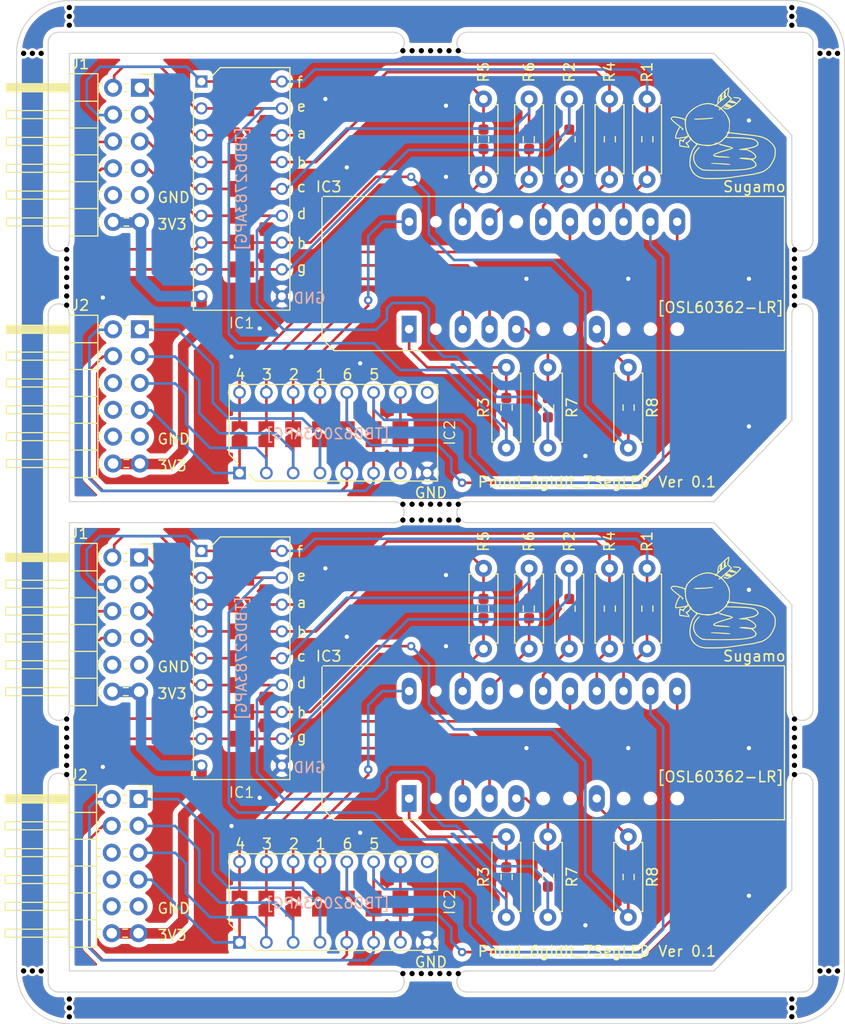
<source format=kicad_pcb>
(kicad_pcb (version 20221018) (generator pcbnew)
  (layers (0 "F.Cu" signal) (31 "B.Cu" signal) (34 "B.Paste" user) (35 "F.Paste" user) (36 "B.SilkS" user "B.Silkscreen") (37 "F.SilkS" user "F.Silkscreen") (38 "B.Mask" user) (39 "F.Mask" user) (44 "Edge.Cuts" user))
  (net 0 "")
  (net 1 "Board_0-GND")
  (net 2 "Board_0-Net-(DS1-ANODE_A)")
  (net 3 "Board_0-Net-(DS1-ANODE_B)")
  (net 4 "Board_0-Net-(DS1-ANODE_C)")
  (net 5 "Board_0-Net-(DS1-ANODE_D)")
  (net 6 "Board_0-Net-(DS1-ANODE_DP)")
  (net 7 "Board_0-Net-(DS1-ANODE_E)")
  (net 8 "Board_0-Net-(DS1-ANODE_F)")
  (net 9 "Board_0-Net-(DS1-ANODE_G)")
  (net 10 "Board_0-Net-(DS1-KATHODE_1)")
  (net 11 "Board_0-Net-(DS1-KATHODE_2)")
  (net 12 "Board_0-Net-(DS1-KATHODE_3)")
  (net 13 "Board_0-Net-(DS1-KATHODE_4)")
  (net 14 "Board_0-Net-(DS1-KATHODE_5)")
  (net 15 "Board_0-Net-(DS1-KATHODE_6)")
  (net 16 "Board_0-Net-(IC1-I1)")
  (net 17 "Board_0-Net-(IC1-I2)")
  (net 18 "Board_0-Net-(IC1-I3)")
  (net 19 "Board_0-Net-(IC1-I4)")
  (net 20 "Board_0-Net-(IC1-I5)")
  (net 21 "Board_0-Net-(IC1-I6)")
  (net 22 "Board_0-Net-(IC1-I7)")
  (net 23 "Board_0-Net-(IC1-I8)")
  (net 24 "Board_0-Net-(IC1-O1)")
  (net 25 "Board_0-Net-(IC1-O2)")
  (net 26 "Board_0-Net-(IC1-O3)")
  (net 27 "Board_0-Net-(IC1-O4)")
  (net 28 "Board_0-Net-(IC1-O5)")
  (net 29 "Board_0-Net-(IC1-O6)")
  (net 30 "Board_0-Net-(IC1-O7)")
  (net 31 "Board_0-Net-(IC1-O8)")
  (net 32 "Board_0-Net-(J2-Pin_1)")
  (net 33 "Board_0-Net-(J2-Pin_2)")
  (net 34 "Board_0-Net-(J2-Pin_3)")
  (net 35 "Board_0-Net-(J2-Pin_4)")
  (net 36 "Board_0-Net-(J2-Pin_7)")
  (net 37 "Board_0-Net-(J2-Pin_8)")
  (net 38 "Board_0-VCC")
  (net 39 "Board_0-unconnected-(Q1-COMMON-Pad9)")
  (net 40 "Board_0-unconnected-(Q1-I7-Pad7)")
  (net 41 "Board_0-unconnected-(Q1-O7-Pad10)")
  (net 42 "Board_1-GND")
  (net 43 "Board_1-Net-(DS1-ANODE_A)")
  (net 44 "Board_1-Net-(DS1-ANODE_B)")
  (net 45 "Board_1-Net-(DS1-ANODE_C)")
  (net 46 "Board_1-Net-(DS1-ANODE_D)")
  (net 47 "Board_1-Net-(DS1-ANODE_DP)")
  (net 48 "Board_1-Net-(DS1-ANODE_E)")
  (net 49 "Board_1-Net-(DS1-ANODE_F)")
  (net 50 "Board_1-Net-(DS1-ANODE_G)")
  (net 51 "Board_1-Net-(DS1-KATHODE_1)")
  (net 52 "Board_1-Net-(DS1-KATHODE_2)")
  (net 53 "Board_1-Net-(DS1-KATHODE_3)")
  (net 54 "Board_1-Net-(DS1-KATHODE_4)")
  (net 55 "Board_1-Net-(DS1-KATHODE_5)")
  (net 56 "Board_1-Net-(DS1-KATHODE_6)")
  (net 57 "Board_1-Net-(IC1-I1)")
  (net 58 "Board_1-Net-(IC1-I2)")
  (net 59 "Board_1-Net-(IC1-I3)")
  (net 60 "Board_1-Net-(IC1-I4)")
  (net 61 "Board_1-Net-(IC1-I5)")
  (net 62 "Board_1-Net-(IC1-I6)")
  (net 63 "Board_1-Net-(IC1-I7)")
  (net 64 "Board_1-Net-(IC1-I8)")
  (net 65 "Board_1-Net-(IC1-O1)")
  (net 66 "Board_1-Net-(IC1-O2)")
  (net 67 "Board_1-Net-(IC1-O3)")
  (net 68 "Board_1-Net-(IC1-O4)")
  (net 69 "Board_1-Net-(IC1-O5)")
  (net 70 "Board_1-Net-(IC1-O6)")
  (net 71 "Board_1-Net-(IC1-O7)")
  (net 72 "Board_1-Net-(IC1-O8)")
  (net 73 "Board_1-Net-(J2-Pin_1)")
  (net 74 "Board_1-Net-(J2-Pin_2)")
  (net 75 "Board_1-Net-(J2-Pin_3)")
  (net 76 "Board_1-Net-(J2-Pin_4)")
  (net 77 "Board_1-Net-(J2-Pin_7)")
  (net 78 "Board_1-Net-(J2-Pin_8)")
  (net 79 "Board_1-VCC")
  (net 80 "Board_1-unconnected-(Q1-COMMON-Pad9)")
  (net 81 "Board_1-unconnected-(Q1-I7-Pad7)")
  (net 82 "Board_1-unconnected-(Q1-O7-Pad10)")
  (footprint "Library:Resistor_SMD_THT" (layer "F.Cu") (at 217.1755 106.756 90)
    (fp_text reference "R3")
    (fp_text value "68" hide)
  )
  (footprint "Library:Resistor_SMD_THT" (layer "F.Cu") (at 217.1755 62.338 90)
    (fp_text reference "R3")
    (fp_text value "68" hide)
  )
  (footprint "NPTH" (layer "F.Cu") (at 171.440167 25)
    (fp_text reference "REF**" hide)
    (fp_text value "NPTH" hide)
  )
  (footprint "NPTH" (layer "F.Cu") (at 247.7265 111.836)
    (fp_text reference "REF**" hide)
    (fp_text value "NPTH" hide)
  )
  (footprint "NPTH" (layer "F.Cu") (at 209.125 67.668)
    (fp_text reference "REF**" hide)
    (fp_text value "NPTH" hide)
  )
  (footprint "NPTH" (layer "F.Cu") (at 210.875 112.086)
    (fp_text reference "REF**" hide)
    (fp_text value "NPTH" hide)
  )
  (footprint "MyLibrary:Pmod" (layer "F.Cu") (at 171.1575 28.255)
    (fp_text reference "J1")
    (fp_text value "Conn_02x06_Counter_Clockwise" hide)
  )
  (footprint "NPTH" (layer "F.Cu") (at 175.5235 45.334)
    (fp_text reference "REF**" hide)
    (fp_text value "NPTH" hide)
  )
  (footprint "NPTH" (layer "F.Cu") (at 248.559833 111.836)
    (fp_text reference "REF**" hide)
    (fp_text value "NPTH" hide)
  )
  (footprint "NPTH" (layer "F.Cu") (at 175.7735 115.336)
    (fp_text reference "REF**" hide)
    (fp_text value "NPTH" hide)
  )
  (footprint "NPTH" (layer "F.Cu") (at 244.2265 21.5)
    (fp_text reference "REF**" hide)
    (fp_text value "NPTH" hide)
  )
  (footprint "NPTH" (layer "F.Cu") (at 244.2265 115.336)
    (fp_text reference "REF**" hide)
    (fp_text value "NPTH" hide)
  )
  (footprint "MyLibrary:Pmod" (layer "F.Cu") (at 171.1545 51.115)
    (fp_text reference "J2")
    (fp_text value "Conn_02x06_Counter_Clockwise" hide)
  )
  (footprint "NPTH" (layer "F.Cu") (at 211.75 69.168)
    (fp_text reference "REF**" hide)
    (fp_text value "NPTH" hide)
  )
  (footprint "Library:Resistor_SMD_THT" (layer "F.Cu") (at 230.5105 81.356 90)
    (fp_text reference "R1")
    (fp_text value "68" hide)
  )
  (footprint "Library:Resistor_SMD_THT" (layer "F.Cu") (at 230.5105 36.938 90)
    (fp_text reference "R1")
    (fp_text value "68" hide)
  )
  (footprint "Library:Resistor_SMD_THT" (layer "F.Cu") (at 221.1125 62.338 90)
    (fp_text reference "R7")
    (fp_text value "68" hide)
  )
  (footprint "Library:Resistor_SMD_THT" (layer "F.Cu") (at 221.1125 106.756 90)
    (fp_text reference "R7")
    (fp_text value "68" hide)
  )
  (footprint "Library:Resistor_SMD_THT" (layer "F.Cu") (at 219.3345 73.736 -90)
    (fp_text reference "R6")
    (fp_text value "68" hide)
  )
  (footprint "Library:Resistor_SMD_THT" (layer "F.Cu") (at 219.3345 29.318 -90)
    (fp_text reference "R6")
    (fp_text value "68" hide)
  )
  (footprint "NPTH" (layer "F.Cu") (at 211.75 24.75)
    (fp_text reference "REF**" hide)
    (fp_text value "NPTH" hide)
  )
  (footprint "NPTH" (layer "F.Cu") (at 175.5235 91.502)
    (fp_text reference "REF**" hide)
    (fp_text value "NPTH" hide)
  )
  (footprint "NPTH" (layer "F.Cu") (at 246.893166 25)
    (fp_text reference "REF**" hide)
    (fp_text value "NPTH" hide)
  )
  (footprint "NPTH" (layer "F.Cu") (at 244.4765 93.252)
    (fp_text reference "REF**" hide)
    (fp_text value "NPTH" hide)
  )
  (footprint "NPTH" (layer "F.Cu") (at 244.4765 46.209)
    (fp_text reference "REF**" hide)
    (fp_text value "NPTH" hide)
  )
  (footprint "NPTH" (layer "F.Cu") (at 175.5235 47.959)
    (fp_text reference "REF**" hide)
    (fp_text value "NPTH" hide)
  )
  (footprint "MyLibrary:logo_kamo_ss" (layer "F.Cu") (at 237.6225 32.62)
    (fp_text reference "G***" hide)
    (fp_text value "LOGO" hide)
  )
  (footprint "MyLibrary:logo_kamo_ss" (layer "F.Cu") (at 237.6225 77.038)
    (fp_text reference "G***" hide)
    (fp_text value "LOGO" hide)
  )
  (footprint "NPTH" (layer "F.Cu") (at 244.4765 89.752)
    (fp_text reference "REF**" hide)
    (fp_text value "NPTH" hide)
  )
  (footprint "NPTH" (layer "F.Cu") (at 173.106834 111.836)
    (fp_text reference "REF**" hide)
    (fp_text value "NPTH" hide)
  )
  (footprint "NPTH" (layer "F.Cu") (at 244.2265 114.502666)
    (fp_text reference "REF**" hide)
    (fp_text value "NPTH" hide)
  )
  (footprint "NPTH" (layer "F.Cu") (at 208.25 69.168)
    (fp_text reference "REF**" hide)
    (fp_text value "NPTH" hide)
  )
  (footprint "NPTH" (layer "F.Cu") (at 210 69.168)
    (fp_text reference "REF**" hide)
    (fp_text value "NPTH" hide)
  )
  (footprint "MyLibrary:OSL60362-LR-with-allpin" (layer "F.Cu") (at 207.968 51.098 90)
    (fp_text reference "IC3")
    (fp_text value "OSL60362-LR" hide)
  )
  (footprint "MyLibrary:OSL60362-LR-with-allpin" (layer "F.Cu") (at 207.968 95.516 90)
    (fp_text reference "IC3")
    (fp_text value "OSL60362-LR" hide)
  )
  (footprint "NPTH" (layer "F.Cu") (at 244.4765 88.002)
    (fp_text reference "REF**" hide)
    (fp_text value "NPTH" hide)
  )
  (footprint "NPTH" (layer "F.Cu") (at 244.4765 47.084)
    (fp_text reference "REF**" hide)
    (fp_text value "NPTH" hide)
  )
  (footprint "NPTH" (layer "F.Cu") (at 175.7735 21.5)
    (fp_text reference "REF**" hide)
    (fp_text value "NPTH" hide)
  )
  (footprint "NPTH" (layer "F.Cu") (at 210.875 24.75)
    (fp_text reference "REF**" hide)
    (fp_text value "NPTH" hide)
  )
  (footprint "NPTH" (layer "F.Cu") (at 210.875 67.668)
    (fp_text reference "REF**" hide)
    (fp_text value "NPTH" hide)
  )
  (footprint "NPTH" (layer "F.Cu") (at 244.2265 22.333334)
    (fp_text reference "REF**" hide)
    (fp_text value "NPTH" hide)
  )
  (footprint "NPTH" (layer "F.Cu") (at 171.440167 111.836)
    (fp_text reference "REF**" hide)
    (fp_text value "NPTH" hide)
  )
  (footprint "NPTH" (layer "F.Cu") (at 210.875 69.168)
    (fp_text reference "REF**" hide)
    (fp_text value "NPTH" hide)
  )
  (footprint "NPTH" (layer "F.Cu") (at 210 67.668)
    (fp_text reference "REF**" hide)
    (fp_text value "NPTH" hide)
  )
  (footprint "NPTH" (layer "F.Cu") (at 244.4765 91.502)
    (fp_text reference "REF**" hide)
    (fp_text value "NPTH" hide)
  )
  (footprint "NPTH" (layer "F.Cu") (at 244.4765 88.877)
    (fp_text reference "REF**" hide)
    (fp_text value "NPTH" hide)
  )
  (footprint "MyLibrary:Pmod" (layer "F.Cu") (at 171.0305 95.565)
    (fp_text reference "J2")
    (fp_text value "Conn_02x06_Counter_Clockwise" hide)
  )
  (footprint "NPTH" (layer "F.Cu") (at 244.4765 45.334)
    (fp_text reference "REF**" hide)
    (fp_text value "NPTH" hide)
  )
  (footprint "NPTH" (layer "F.Cu") (at 212.625 24.75)
    (fp_text reference "REF**" hide)
    (fp_text value "NPTH" hide)
  )
  (footprint "NPTH" (layer "F.Cu") (at 244.4765 44.459)
    (fp_text reference "REF**" hide)
    (fp_text value "NPTH" hide)
  )
  (footprint "NPTH" (layer "F.Cu") (at 244.4765 90.627)
    (fp_text reference "REF**" hide)
    (fp_text value "NPTH" hide)
  )
  (footprint "NPTH" (layer "F.Cu") (at 244.4765 43.584)
    (fp_text reference "REF**" hide)
    (fp_text value "NPTH" hide)
  )
  (footprint "NPTH" (layer "F.Cu") (at 207.375 67.668)
    (fp_text reference "REF**" hide)
    (fp_text value "NPTH" hide)
  )
  (footprint "NPTH" (layer "F.Cu") (at 209.125 112.086)
    (fp_text reference "REF**" hide)
    (fp_text value "NPTH" hide)
  )
  (footprint "NPTH" (layer "F.Cu") (at 209.125 69.168)
    (fp_text reference "REF**" hide)
    (fp_text value "NPTH" hide)
  )
  (footprint "NPTH" (layer "F.Cu") (at 175.7735 20.666667)
    (fp_text reference "REF**" hide)
    (fp_text value "NPTH" hide)
  )
  (footprint "NPTH" (layer "F.Cu") (at 175.7735 116.169333)
    (fp_text reference "REF**" hide)
    (fp_text value "NPTH" hide)
  )
  (footprint "NPTH" (layer "F.Cu") (at 175.5235 46.209)
    (fp_text reference "REF**" hide)
    (fp_text value "NPTH" hide)
  )
  (footprint "Library:Resistor_SMD_THT" (layer "F.Cu") (at 226.9545 81.356 90)
    (fp_text reference "R4")
    (fp_text value "68" hide)
  )
  (footprint "Library:Resistor_SMD_THT" (layer "F.Cu") (at 226.9545 36.938 90)
    (fp_text reference "R4")
    (fp_text value "68" hide)
  )
  (footprint "NPTH" (layer "F.Cu") (at 173.106834 25)
    (fp_text reference "REF**" hide)
    (fp_text value "NPTH" hide)
  )
  (footprint "NPTH" (layer "F.Cu") (at 211.75 67.668)
    (fp_text reference "REF**" hide)
    (fp_text value "NPTH" hide)
  )
  (footprint "NPTH" (layer "F.Cu") (at 207.375 112.086)
    (fp_text reference "REF**" hide)
    (fp_text value "NPTH" hide)
  )
  (footprint "NPTH" (layer "F.Cu") (at 211.75 112.086)
    (fp_text reference "REF**" hide)
    (fp_text value "NPTH" hide)
  )
  (footprint "Library:Resistor_SMD_THT" (layer "F.Cu") (at 215.0165 29.318 -90)
    (fp_text reference "R5")
    (fp_text value "68" hide)
  )
  (footprint "Library:Resistor_SMD_THT" (layer "F.Cu") (at 215.0165 73.736 -90)
    (fp_text reference "R5")
    (fp_text value "68" hide)
  )
  (footprint "NPTH" (layer "F.Cu") (at 208.25 112.086)
    (fp_text reference "REF**" hide)
    (fp_text value "NPTH" hide)
  )
  (footprint "NPTH" (layer "F.Cu") (at 175.5235 88.877)
    (fp_text reference "REF**" hide)
    (fp_text value "NPTH" hide)
  )
  (footprint "NPTH" (layer "F.Cu") (at 208.25 24.75)
    (fp_text reference "REF**" hide)
    (fp_text value "NPTH" hide)
  )
  (footprint "Library:DIP762W60P254L1975H445Q16N_solderjumper" (layer "F.Cu") (at 200.7925 60.904 90)
    (fp_text reference "IC2")
    (fp_text value "TBD62003APG" hide)
  )
  (footprint "Library:DIP762W60P254L1975H445Q16N_solderjumper" (layer "F.Cu") (at 200.7925 105.322 90)
    (fp_text reference "IC2")
    (fp_text value "TBD62003APG" hide)
  )
  (footprint "MyLibrary:Pmod" (layer "F.Cu") (at 171.0925 72.705)
    (fp_text reference "J1")
    (fp_text value "Conn_02x06_Counter_Clockwise" hide)
  )
  (footprint "NPTH" (layer "F.Cu") (at 210 24.75)
    (fp_text reference "REF**" hide)
    (fp_text value "NPTH" hide)
  )
  (footprint "NPTH" (layer "F.Cu") (at 172.2735 111.836)
    (fp_text reference "REF**" hide)
    (fp_text value "NPTH" hide)
  )
  (footprint "NPTH" (layer "F.Cu") (at 175.5235 48.834)
    (fp_text reference "REF**" hide)
    (fp_text value "NPTH" hide)
  )
  (footprint "NPTH" (layer "F.Cu") (at 172.2735 25)
    (fp_text reference "REF**" hide)
    (fp_text value "NPTH" hide)
  )
  (footprint "NPTH" (layer "F.Cu") (at 207.375 24.75)
    (fp_text reference "REF**" hide)
    (fp_text value "NPTH" hide)
  )
  (footprint "NPTH" (layer "F.Cu") (at 209.125 24.75)
    (fp_text reference "REF**" hide)
    (fp_text value "NPTH" hide)
  )
  (footprint "NPTH" (layer "F.Cu") (at 212.625 112.086)
    (fp_text reference "REF**" hide)
    (fp_text value "NPTH" hide)
  )
  (footprint "NPTH" (layer "F.Cu") (at 175.5235 90.627)
    (fp_text reference "REF**" hide)
    (fp_text value "NPTH" hide)
  )
  (footprint "NPTH" (layer "F.Cu") (at 175.5235 47.084)
    (fp_text reference "REF**" hide)
    (fp_text value "NPTH" hide)
  )
  (footprint "NPTH" (layer "F.Cu") (at 244.2265 116.169333)
    (fp_text reference "REF**" hide)
    (fp_text value "NPTH" hide)
  )
  (footprint "Library:DIP762W55P254L2286H480Q18N_with_solderjumper" (layer "F.Cu") (at 192.1035 82.245)
    (fp_text reference "IC1")
    (fp_text value "TBD62783APG" hide)
  )
  (footprint "Library:DIP762W55P254L2286H480Q18N_with_solderjumper" (layer "F.Cu") (at 192.1035 37.827)
    (fp_text reference "IC1")
    (fp_text value "TBD62783APG" hide)
  )
  (footprint "NPTH" (layer "F.Cu") (at 244.4765 48.834)
    (fp_text reference "REF**" hide)
    (fp_text value "NPTH" hide)
  )
  (footprint "NPTH" (layer "F.Cu") (at 175.5235 44.459)
    (fp_text reference "REF**" hide)
    (fp_text value "NPTH" hide)
  )
  (footprint "NPTH" (layer "F.Cu") (at 210 112.086)
    (fp_text reference "REF**" hide)
    (fp_text value "NPTH" hide)
  )
  (footprint "NPTH" (layer "F.Cu") (at 244.4765 92.377)
    (fp_text reference "REF**" hide)
    (fp_text value "NPTH" hide)
  )
  (footprint "NPTH" (layer "F.Cu") (at 175.5235 89.752)
    (fp_text reference "REF**" hide)
    (fp_text value "NPTH" hide)
  )
  (footprint "NPTH" (layer "F.Cu") (at 246.893166 111.836)
    (fp_text reference "REF**" hide)
    (fp_text value "NPTH" hide)
  )
  (footprint "NPTH" (layer "F.Cu") (at 175.5235 93.252)
    (fp_text reference "REF**" hide)
    (fp_text value "NPTH" hide)
  )
  (footprint "NPTH" (layer "F.Cu") (at 175.5235 88.002)
    (fp_text reference "REF**" hide)
    (fp_text value "NPTH" hide)
  )
  (footprint "Library:Resistor_SMD_THT" (layer "F.Cu") (at 228.7325 106.756 90)
    (fp_text reference "R8")
    (fp_text value "68" hide)
  )
  (footprint "Library:Resistor_SMD_THT" (layer "F.Cu") (at 228.7325 62.338 90)
    (fp_text reference "R8")
    (fp_text value "68" hide)
  )
  (footprint "NPTH" (layer "F.Cu") (at 175.5235 92.377)
    (fp_text reference "REF**" hide)
    (fp_text value "NPTH" hide)
  )
  (footprint "NPTH" (layer "F.Cu") (at 248.559833 25)
    (fp_text reference "REF**" hide)
    (fp_text value "NPTH" hide)
  )
  (footprint "NPTH" (layer "F.Cu") (at 244.4765 47.959)
    (fp_text reference "REF**" hide)
    (fp_text value "NPTH" hide)
  )
  (footprint "NPTH" (layer "F.Cu") (at 212.625 67.668)
    (fp_text reference "REF**" hide)
    (fp_text value "NPTH" hide)
  )
  (footprint "NPTH" (layer "F.Cu") (at 212.625 69.168)
    (fp_text reference "REF**" hide)
    (fp_text value "NPTH" hide)
  )
  (footprint "NPTH" (layer "F.Cu") (at 175.7735 114.502666)
    (fp_text reference "REF**" hide)
    (fp_text value "NPTH" hide)
  )
  (footprint "NPTH" (layer "F.Cu") (at 175.7735 22.333334)
    (fp_text reference "REF**" hide)
    (fp_text value "NPTH" hide)
  )
  (footprint "NPTH" (layer "F.Cu") (at 208.25 67.668)
    (fp_text reference "REF**" hide)
    (fp_text value "NPTH" hide)
  )
  (footprint "Library:Resistor_SMD_THT" (layer "F.Cu") (at 223.1445 36.938 90)
    (fp_text reference "R2")
    (fp_text value "68" hide)
  )
  (footprint "Library:Resistor_SMD_THT" (layer "F.Cu") (at 223.1445 81.356 90)
    (fp_text reference "R2")
    (fp_text value "68" hide)
  )
  (footprint "NPTH" (layer "F.Cu") (at 244.2265 20.666667)
    (fp_text reference "REF**" hide)
    (fp_text value "NPTH" hide)
  )
  (footprint "NPTH" (layer "F.Cu") (at 175.5235 43.584)
    (fp_text reference "REF**" hide)
    (fp_text value "NPTH" hide)
  )
  (footprint "NPTH" (layer "F.Cu") (at 207.375 69.168)
    (fp_text reference "REF**" hide)
    (fp_text value "NPTH" hide)
  )
  (footprint "NPTH" (layer "F.Cu") (at 247.7265 25)
    (fp_text reference "REF**" hide)
    (fp_text value "NPTH" hide)
  )
  (gr_line (start 173.849211 116.450252) (end 173.859972 116.455022) (stroke (width 0.1)) (layer "Edge.Cuts"))
  (gr_line (start 246.207474 113.039138) (end 246.196828 113.086549) (stroke (width 0.1)) (layer "Edge.Cuts"))
  (gr_line (start 246.183868 113.13338) (end 246.168625 113.179519) (stroke (width 0.1)) (layer "Edge.Cuts"))
  (gr_line (start 206.703138 67.437025) (end 206.750549 67.447671) (stroke (width 0.1)) (layer "Edge.Cuts"))
  (gr_line (start 212.529671 113.086549) (end 212.519025 113.039138) (stroke (width 0.1)) (layer "Edge.Cuts"))
  (gr_line (start 175.762781 49.553737) (end 175.768729 49.601963) (stroke (width 0.1)) (layer "Edge.Cuts"))
  (gr_line (start 247.761645 115.371492) (end 247.761992 115.371145) (stroke (width 0.1)) (layer "Edge.Cuts"))
  (gr_line (start 171.154477 23.086472) (end 171.154289 23.086926) (stroke (width 0.1)) (layer "Edge.Cuts"))
  (gr_line (start 212.666847 24.560012) (end 212.640851 24.51896) (stroke (width 0.1)) (layer "Edge.Cuts"))
  (gr_line (start 175.773503 25.012027) (end 175.7735 25.012272) (stroke (width 0.1)) (layer "Edge.Cuts"))
  (gr_line (start 171.908838 21.828036) (end 171.908527 21.828416) (stroke (width 0.1)) (layer "Edge.Cuts"))
  (gr_line (start 244.23127 49.601963) (end 244.237218 49.553737) (stroke (width 0.1)) (layer "Edge.Cuts"))
  (gr_line (start 212.501195 68.359423) (end 212.50477 68.310963) (stroke (width 0.1)) (layer "Edge.Cuts"))
  (gr_line (start 175.781844 111.835798) (end 175.78233 111.83587) (stroke (width 0.1)) (layer "Edge.Cuts"))
  (gr_line (start 207.442125 112.49248) (end 207.457368 112.538619) (stroke (width 0.1)) (layer "Edge.Cuts"))
  (gr_line (start 206.509877 69.418) (end 175.785772 69.418) (stroke (width 0.1)) (layer "Edge.Cuts"))
  (gr_line (start 245.285076 93.128195) (end 245.333536 93.13177) (stroke (width 0.1)) (layer "Edge.Cuts"))
  (gr_line (start 174.797867 20.096419) (end 174.786382 20.098998) (stroke (width 0.1)) (layer "Edge.Cuts"))
  (gr_line (start 175.678446 93.693721) (end 175.698137 93.738144) (stroke (width 0.1)) (layer "Edge.Cuts"))
  (gr_line (start 236.858393 111.835535) (end 236.858881 111.83541) (stroke (width 0.1)) (layer "Edge.Cuts"))
  (gr_line (start 236.856397 67.417788) (end 236.8569 67.417763) (stroke (width 0.1)) (layer "Edge.Cuts"))
  (gr_line (start 175.781363 69.418297) (end 175.780887 69.418416) (stroke (width 0.1)) (layer "Edge.Cuts"))
  (gr_line (start 175.780417 25.000559) (end 175.779955 25.000724) (stroke (width 0.1)) (layer "Edge.Cuts"))
  (gr_line (start 175.715625 49.36548) (end 175.730868 49.411619) (stroke (width 0.1)) (layer "Edge.Cuts"))
  (gr_line (start 206.933278 69.322946) (end 206.888855 69.342637) (stroke (width 0.1)) (layer "Edge.Cuts"))
  (gr_line (start 212.981039 23.140851) (end 213.023318 23.1169) (stroke (width 0.1)) (layer "Edge.Cuts"))
  (gr_line (start 206.607036 113.831229) (end 206.558576 113.834804) (stroke (width 0.1)) (layer "Edge.Cuts"))
  (gr_line (start 173.816131 87.42438) (end 173.803171 87.377549) (stroke (width 0.1)) (layer "Edge.Cuts"))
  (gr_line (start 212.557874 112.49248) (end 212.575362 112.447144) (stroke (width 0.1)) (layer "Edge.Cuts"))
  (gr_line (start 244.451221 87.765047) (end 244.421326 87.72674) (stroke (width 0.1)) (layer "Edge.Cuts"))
  (gr_line (start 175.777796 111.834121) (end 175.778204 111.834394) (stroke (width 0.1)) (layer "Edge.Cuts"))
  (gr_line (start 248.376681 114.623509) (end 248.383458 114.613886) (stroke (width 0.1)) (layer "Edge.Cuts"))
  (gr_line (start 207.495229 68.310963) (end 207.498804 68.359423) (stroke (width 0.1)) (layer "Edge.Cuts"))
  (gr_line (start 175.773916 111.828612) (end 175.774059 111.829082) (stroke (width 0.1)) (layer "Edge.Cuts"))
  (gr_line (start 175.606652 87.687012) (end 175.578673 87.72674) (stroke (width 0.1)) (layer "Edge.Cuts"))
  (gr_line (start 212.825158 67.67446) (end 212.861952 67.642721) (stroke (width 0.1)) (layer "Edge.Cuts"))
  (gr_line (start 175.775982 111.832477) (end 175.776311 111.83284) (stroke (width 0.1)) (layer "Edge.Cuts"))
  (gr_line (start 244.666487 48.875847) (end 244.707539 48.849851) (stroke (width 0.1)) (layer "Edge.Cuts"))
  (gr_line (start 212.5 23.990122) (end 212.501195 23.941423) (stroke (width 0.1)) (layer "Edge.Cuts"))
  (gr_line (start 172.238354 21.464507) (end 172.238007 21.464854) (stroke (width 0.1)) (layer "Edge.Cuts"))
  (gr_line (start 173.77827 112.943036) (end 173.774695 112.894576) (stroke (width 0.1)) (layer "Edge.Cuts"))
  (gr_line (start 175.781363 67.417702) (end 175.781844 67.417798) (stroke (width 0.1)) (layer "Edge.Cuts"))
  (gr_line (start 245.901341 23.25646) (end 245.936533 23.289966) (stroke (width 0.1)) (layer "Edge.Cuts"))
  (gr_line (start 248.390157 114.603324) (end 248.629797 114.20351) (stroke (width 0.1)) (layer "Edge.Cuts"))
  (gr_line (start 175.778625 25.001353) (end 175.778204 25.001605) (stroke (width 0.1)) (layer "Edge.Cuts"))
  (gr_line (start 175.730868 43.00638) (end 175.715625 43.052519) (stroke (width 0.1)) (layer "Edge.Cuts"))
  (gr_line (start 246.207474 23.796861) (end 246.215781 23.844737) (stroke (width 0.1)) (layer "Edge.Cuts"))
  (gr_line (start 173.406201 20.596579) (end 173.405989 20.596702) (stroke (width 0.1)) (layer "Edge.Cuts"))
  (gr_line (start 236.858724 25.000522) (end 236.858261 25.000409) (stroke (width 0.1)) (layer "Edge.Cuts"))
  (gr_line (start 175.024049 93.156671) (end 175.07088 93.169631) (stroke (width 0.1)) (layer "Edge.Cuts"))
  (gr_line (start 175.777796 69.419878) (end 175.777402 69.42017) (stroke (width 0.1)) (layer "Edge.Cuts"))
  (gr_line (start 246.001778 87.765047) (end 245.970039 87.801841) (stroke (width 0.1)) (layer "Edge.Cuts"))
  (gr_line (start 174.52295 88.097328) (end 174.476119 88.084368) (stroke (width 0.1)) (layer "Edge.Cuts"))
  (gr_line (start 206.933278 24.904946) (end 206.888855 24.924637) (stroke (width 0.1)) (layer "Edge.Cuts"))
  (gr_line (start 245.82624 23.194826) (end 245.864547 23.224721) (stroke (width 0.1)) (layer "Edge.Cuts"))
  (gr_line (start 245.864547 93.351721) (end 245.901341 93.38346) (stroke (width 0.1)) (layer "Edge.Cuts"))
  (gr_line (start 244.224008 104.154791) (end 244.224304 104.154416) (stroke (width 0.1)) (layer "Edge.Cuts"))
  (gr_line (start 174.928762 48.719718) (end 174.976638 48.728025) (stroke (width 0.1)) (layer "Edge.Cuts"))
  (gr_line (start 244.929119 43.666368) (end 244.88298 43.651125) (stroke (width 0.1)) (layer "Edge.Cuts"))
  (gr_line (start 245.74546 87.986148) (end 245.703181 88.010099) (stroke (width 0.1)) (layer "Edge.Cuts"))
  (gr_line (start 213.202619 111.878631) (end 213.24945 111.865671) (stroke (width 0.1)) (layer "Edge.Cuts"))
  (gr_line (start 170.796989 112.314072) (end 170.797855 112.325811) (stroke (width 0.1)) (layer "Edge.Cuts"))
  (gr_line (start 173.868553 49.275721) (end 173.8904 49.232318) (stroke (width 0.1)) (layer "Edge.Cuts"))
  (gr_line (start 173.848862 43.097855) (end 173.831374 43.052519) (stroke (width 0.1)) (layer "Edge.Cuts"))
  (gr_line (start 244.3434 93.650318) (end 244.367351 93.608039) (stroke (width 0.1)) (layer "Edge.Cuts"))
  (gr_line (start 244.301862 43.097855) (end 244.284374 43.052519) (stroke (width 0.1)) (layer "Edge.Cuts"))
  (gr_line (start 213.111144 69.342637) (end 213.066721 69.322946) (stroke (width 0.1)) (layer "Edge.Cuts"))
  (gr_line (start 213.441423 111.837195) (end 213.490122 111.836) (stroke (width 0.1)) (layer "Edge.Cuts"))
  (gr_line (start 245.381762 23.010718) (end 245.429638 23.019025) (stroke (width 0.1)) (layer "Edge.Cuts"))
  (gr_line (start 212.724721 24.638047) (end 212.694826 24.59974) (stroke (width 0.1)) (layer "Edge.Cuts"))
  (gr_line (start 244.588452 48.933721) (end 244.626759 48.903826) (stroke (width 0.1)) (layer "Edge.Cuts"))
  (gr_line (start 245.477049 113.806328) (end 245.429638 113.816974) (stroke (width 0.1)) (layer "Edge.Cuts"))
  (gr_line (start 244.224031 32.744761) (end 244.223701 32.744377) (stroke (width 0.1)) (layer "Edge.Cuts"))
  (gr_line (start 236.859632 69.418812) (end 236.859182 69.418656) (stroke (width 0.1)) (layer "Edge.Cuts"))
  (gr_line (start 207.305173 112.236259) (end 207.333152 112.275987) (stroke (width 0.1)) (layer "Edge.Cuts"))
  (gr_line (start 207.383099 24.476681) (end 207.359148 24.51896) (stroke (width 0.1)) (layer "Edge.Cuts"))
  (gr_line (start 212.939987 23.166847) (end 212.981039 23.140851) (stroke (width 0.1)) (layer "Edge.Cuts"))
  (gr_line (start 247.770275 115.36244) (end 248.08331 115.017059) (stroke (width 0.1)) (layer "Edge.Cuts"))
  (gr_line (start 207.333152 113.396012) (end 207.305173 113.43574) (stroke (width 0.1)) (layer "Edge.Cuts"))
  (gr_line (start 249.132188 24.036445) (end 249.130175 24.024848) (stroke (width 0.1)) (layer "Edge.Cuts"))
  (gr_line (start 174.763622 113.836) (end 174.714923 113.834804) (stroke (width 0.1)) (layer "Edge.Cuts"))
  (gr_line (start 212.724721 23.361952) (end 212.75646 23.325158) (stroke (width 0.1)) (layer "Edge.Cuts"))
  (gr_line (start 236.8579 111.835636) (end 236.858393 111.835535) (stroke (width 0.1)) (layer "Edge.Cuts"))
  (gr_line (start 246.196828 42.959549) (end 246.183868 43.00638) (stroke (width 0.1)) (layer "Edge.Cuts"))
  (gr_line (start 175.206778 88.031946) (end 175.162355 88.051637) (stroke (width 0.1)) (layer "Edge.Cuts"))
  (gr_line (start 174.570361 88.107974) (end 174.52295 88.097328) (stroke (width 0.1)) (layer "Edge.Cuts"))
  (gr_line (start 244.226125 77.167317) (end 244.226023 77.166821) (stroke (width 0.1)) (layer "Edge.Cuts"))
  (gr_line (start 236.862133 69.420181) (end 236.861745 69.419904) (stroke (width 0.1)) (layer "Edge.Cuts"))
  (gr_line (start 213.24945 23.029671) (end 213.296861 23.019025) (stroke (width 0.1)) (layer "Edge.Cuts"))
  (gr_line (start 173.42761 116.250853) (end 173.848988 116.45015) (stroke (width 0.1)) (layer "Edge.Cuts"))
  (gr_line (start 212.510718 68.262737) (end 212.519025 68.214861) (stroke (width 0.1)) (layer "Edge.Cuts"))
  (gr_line (start 207.174841 69.161539) (end 207.138047 69.193278) (stroke (width 0.1)) (layer "Edge.Cuts"))
  (gr_line (start 174.213487 113.669152) (end 174.173759 113.641173) (stroke (width 0.1)) (layer "Edge.Cuts"))
  (gr_line (start 244.393347 43.269012) (end 244.367351 43.22796) (stroke (width 0.1)) (layer "Edge.Cuts"))
  (gr_line (start 207.480974 68.214861) (end 207.489281 68.262737) (stroke (width 0.1)) (layer "Edge.Cuts"))
  (gr_line (start 175.37324 48.903826) (end 175.411547 48.933721) (stroke (width 0.1)) (layer "Edge.Cuts"))
  (gr_line (start 245.023361 88.107974) (end 244.97595 88.097328) (stroke (width 0.1)) (layer "Edge.Cuts"))
  (gr_line (start 175.776659 67.415188) (end 175.777022 67.415517) (stroke (width 0.1)) (layer "Edge.Cuts"))
  (gr_line (start 170.773503 25.012027) (end 170.7735 25.012272) (stroke (width 0.1)) (layer "Edge.Cuts"))
  (gr_line (start 244.516466 48.998966) (end 244.551658 48.96546) (stroke (width 0.1)) (layer "Edge.Cuts"))
  (gr_line (start 170.799377 24.497774) (end 170.799344 24.498017) (stroke (width 0.1)) (layer "Edge.Cuts"))
  (gr_line (start 175.78233 69.418129) (end 175.781844 69.418201) (stroke (width 0.1)) (layer "Edge.Cuts"))
  (gr_line (start 170.774102 24.987742) (end 170.774093 24.987987) (stroke (width 0.1)) (layer "Edge.Cuts"))
  (gr_line (start 244.48296 87.801841) (end 244.451221 87.765047) (stroke (width 0.1)) (layer "Edge.Cuts"))
  (gr_line (start 174.173759 87.932173) (end 174.135452 87.902278) (stroke (width 0.1)) (layer "Edge.Cuts"))
  (gr_line (start 212.542631 68.71538) (end 212.529671 68.668549) (stroke (width 0.1)) (layer "Edge.Cuts"))
  (gr_line (start 236.858261 69.418409) (end 236.857793 69.418319) (stroke (width 0.1)) (layer "Edge.Cuts"))
  (gr_line (start 246.085648 23.481039) (end 246.109599 23.523318) (stroke (width 0.1)) (layer "Edge.Cuts"))
  (gr_line (start 213.24945 111.865671) (end 213.296861 111.855025) (stroke (width 0.1)) (layer "Edge.Cuts"))
  (gr_line (start 236.869044 67.409082) (end 236.869221 67.408902) (stroke (width 0.1)) (layer "Edge.Cuts"))
  (gr_line (start 175.774224 25.006455) (end 175.774059 25.006917) (stroke (width 0.1)) (layer "Edge.Cuts"))
  (gr_line (start 171.364277 114.193056) (end 171.370079 114.203298) (stroke (width 0.1)) (layer "Edge.Cuts"))
  (gr_line (start 236.859836 111.835085) (end 236.860299 111.834888) (stroke (width 0.1)) (layer "Edge.Cuts"))
  (gr_line (start 213.490122 23) (end 245.236377 23) (stroke (width 0.1)) (layer "Edge.Cuts"))
  (gr_line (start 249.225906 111.848012) (end 249.226496 111.823972) (stroke (width 0.1)) (layer "Edge.Cuts"))
  (gr_line (start 213.296861 67.437025) (end 213.344737 67.428718) (stroke (width 0.1)) (layer "Edge.Cuts"))
  (gr_line (start 206.607036 67.42277) (end 206.655262 67.428718) (stroke (width 0.1)) (layer "Edge.Cuts"))
  (gr_line (start 213.066721 24.904946) (end 213.023318 24.883099) (stroke (width 0.1)) (layer "Edge.Cuts"))
  (gr_line (start 173.831374 87.470519) (end 173.816131 87.42438) (stroke (width 0.1)) (layer "Edge.Cuts"))
  (gr_line (start 174.476119 43.666368) (end 174.42998 43.651125) (stroke (width 0.1)) (layer "Edge.Cuts"))
  (gr_line (start 236.868548 25.008468) (end 236.863212 25.003118) (stroke (width 0.1)) (layer "Edge.Cuts"))
  (gr_line (start 171.901137 114.998109) (end 171.901285 114.998304) (stroke (width 0.1)) (layer "Edge.Cuts"))
  (gr_line (start 207.470328 68.668549) (end 207.457368 68.71538) (stroke (width 0.1)) (layer "Edge.Cuts"))
  (gr_line (start 245.689246 20.219352) (end 245.678069 20.21566) (stroke (width 0.1)) (layer "Edge.Cuts"))
  (gr_line (start 173.774695 23.941423) (end 173.77827 23.892963) (stroke (width 0.1)) (layer "Edge.Cuts"))
  (gr_line (start 213.023318 69.301099) (end 212.981039 69.277148) (stroke (width 0.1)) (layer "Edge.Cuts"))
  (gr_line (start 245.901341 48.96546) (end 245.936533 48.998966) (stroke (width 0.1)) (layer "Edge.Cuts"))
  (gr_line (start 244.218398 104.160946) (end 244.223694 104.155151) (stroke (width 0.1)) (layer "Edge.Cuts"))
  (gr_line (start 175.775105 25.004704) (end 175.774853 25.005125) (stroke (width 0.1)) (layer "Edge.Cuts"))
  (gr_line (start 207.495229 68.525036) (end 207.489281 68.573262) (stroke (width 0.1)) (layer "Edge.Cuts"))
  (gr_line (start 245.333536 113.831229) (end 245.285076 113.834804) (stroke (width 0.1)) (layer "Edge.Cuts"))
  (gr_line (start 247.761992 115.371145) (end 247.770108 115.36262) (stroke (width 0.1)) (layer "Edge.Cuts"))
  (gr_line (start 207.243539 113.510841) (end 207.210033 113.546033) (stroke (width 0.1)) (layer "Edge.Cuts"))
  (gr_line (start 173.968326 93.527259) (end 173.998221 93.488952) (stroke (width 0.1)) (layer "Edge.Cuts"))
  (gr_line (start 170.797903 112.3263) (end 170.799344 112.337982) (stroke (width 0.1)) (layer "Edge.Cuts"))
  (gr_line (start 175.780887 111.835583) (end 175.781363 111.835702) (stroke (width 0.1)) (layer "Edge.Cuts"))
  (gr_line (start 212.900259 69.223173) (end 212.861952 69.193278) (stroke (width 0.1)) (layer "Edge.Cuts"))
  (gr_line (start 175.774224 111.829544) (end 175.774412 111.829997) (stroke (width 0.1)) (layer "Edge.Cuts"))
  (gr_line (start 175.777022 67.415517) (end 175.777402 67.415829) (stroke (width 0.1)) (layer "Edge.Cuts"))
  (gr_line (start 244.716311 116.811644) (end 244.7168 116.811596) (stroke (width 0.1)) (layer "Edge.Cuts"))
  (gr_line (start 173.848862 93.738144) (end 173.868553 93.693721) (stroke (width 0.1)) (layer "Edge.Cuts"))
  (gr_line (start 245.936533 87.837033) (end 245.901341 87.870539) (stroke (width 0.1)) (layer "Edge.Cuts"))
  (gr_line (start 246.001778 93.488952) (end 246.031673 93.527259) (stroke (width 0.1)) (layer "Edge.Cuts"))
  (gr_line (start 171.154477 113.749527) (end 171.159247 113.760288) (stroke (width 0.1)) (layer "Edge.Cuts"))
  (gr_line (start 207.442125 113.179519) (end 207.424637 113.224855) (stroke (width 0.1)) (layer "Edge.Cuts"))
  (gr_line (start 213.15648 23.057874) (end 213.202619 23.042631) (stroke (width 0.1)) (layer "Edge.Cuts"))
  (gr_line (start 173.848862 23.611144) (end 173.868553 23.566721) (stroke (width 0.1)) (layer "Edge.Cuts"))
  (gr_line (start 170.796974 24.522171) (end 170.774102 24.987742) (stroke (width 0.1)) (layer "Edge.Cuts"))
  (gr_line (start 175.785527 25.000003) (end 175.783309 25.000057) (stroke (width 0.1)) (layer "Edge.Cuts"))
  (gr_line (start 245.615355 43.633637) (end 245.570019 43.651125) (stroke (width 0.1)) (layer "Edge.Cuts"))
  (gr_line (start 170.985816 23.560481) (end 170.872555 24.012643) (stroke (width 0.1)) (layer "Edge.Cuts"))
  (gr_line (start 175.548778 49.070952) (end 175.578673 49.109259) (stroke (width 0.1)) (layer "Edge.Cuts"))
  (gr_line (start 174.666463 93.13177) (end 174.714923 93.128195) (stroke (width 0.1)) (layer "Edge.Cuts"))
  (gr_line (start 172.98599 115.986181) (end 172.995613 115.992958) (stroke (width 0.1)) (layer "Edge.Cuts"))
  (gr_line (start 213.490122 113.836) (end 213.441423 113.834804) (stroke (width 0.1)) (layer "Edge.Cuts"))
  (gr_line (start 172.592624 115.692973) (end 172.601536 115.700661) (stroke (width 0.1)) (layer "Edge.Cuts"))
  (gr_line (start 212.5 68.408122) (end 212.501195 68.359423) (stroke (width 0.1)) (layer "Edge.Cuts"))
  (gr_line (start 170.867811 112.799554) (end 170.869824 112.811151) (stroke (width 0.1)) (layer "Edge.Cuts"))
  (gr_line (start 236.8569 111.835763) (end 236.857401 111.835712) (stroke (width 0.1)) (layer "Edge.Cuts"))
  (gr_line (start 171.916526 21.819124) (end 171.908838 21.828036) (stroke (width 0.1)) (layer "Edge.Cuts"))
  (gr_line (start 175.271517 20.025844) (end 175.271274 20.025877) (stroke (width 0.1)) (layer "Edge.Cuts"))
  (gr_line (start 246.196828 87.377549) (end 246.183868 87.42438) (stroke (width 0.1)) (layer "Edge.Cuts"))
  (gr_line (start 175.785772 111.836) (end 206.509877 111.836) (stroke (width 0.1)) (layer "Edge.Cuts"))
  (gr_line (start 246.131446 87.560278) (end 246.109599 87.603681) (stroke (width 0.1)) (layer "Edge.Cuts"))
  (gr_line (start 171.364046 114.192623) (end 171.364277 114.193056) (stroke (width 0.1)) (layer "Edge.Cuts"))
  (gr_line (start 236.856846 69.418205) (end 236.85637 69.418182) (stroke (width 0.1)) (layer "Edge.Cuts"))
  (gr_line (start 244.269131 87.42438) (end 244.256171 87.377549) (stroke (width 0.1)) (layer "Edge.Cuts"))
  (gr_line (start 174.618237 43.698281) (end 174.570361 43.689974) (stroke (width 0.1)) (layer "Edge.Cuts"))
  (gr_line (start 206.843519 23.057874) (end 206.888855 23.075362) (stroke (width 0.1)) (layer "Edge.Cuts"))
  (gr_line (start 207.424637 68.029144) (end 207.442125 68.07448) (stroke (width 0.1)) (layer "Edge.Cuts"))
  (gr_line (start 245.570019 43.651125) (end 245.52388 43.666368) (stroke (width 0.1)) (layer "Edge.Cuts"))
  (gr_line (start 174.570361 48.728025) (end 174.618237 48.719718) (stroke (width 0.1)) (layer "Edge.Cuts"))
  (gr_line (start 207.457368 24.29738) (end 207.442125 24.343519) (stroke (width 0.1)) (layer "Edge.Cuts"))
  (gr_line (start 171.616541 22.222113) (end 171.616268 22.222521) (stroke (width 0.1)) (layer "Edge.Cuts"))
  (gr_line (start 175.606652 49.148987) (end 175.632648 49.190039) (stroke (width 0.1)) (layer "Edge.Cuts"))
  (gr_line (start 174.213487 43.542152) (end 174.173759 43.514173) (stroke (width 0.1)) (layer "Edge.Cuts"))
  (gr_line (start 173.803171 23.74945) (end 173.816131 23.702619) (stroke (width 0.1)) (layer "Edge.Cuts"))
  (gr_line (start 244.226496 32.759417) (end 244.226279 32.750828) (stroke (width 0.1)) (layer "Edge.Cuts"))
  (gr_line (start 170.985816 113.275518) (end 170.985878 113.275756) (stroke (width 0.1)) (layer "Edge.Cuts"))
  (gr_line (start 173.7735 23.990122) (end 173.7735 23.990122) (stroke (width 0.1)) (layer "Edge.Cuts"))
  (gr_line (start 245.202132 20.096419) (end 245.201651 20.096324) (stroke (width 0.1)) (layer "Edge.Cuts"))
  (gr_line (start 244.666487 43.542152) (end 244.626759 43.514173) (stroke (width 0.1)) (layer "Edge.Cuts"))
  (gr_line (start 170.992852 23.537253) (end 170.98916 23.54843) (stroke (width 0.1)) (layer "Edge.Cuts"))
  (gr_line (start 212.501195 23.941423) (end 212.50477 23.892963) (stroke (width 0.1)) (layer "Edge.Cuts"))
  (gr_line (start 244.214227 20) (end 175.785772 20) (stroke (width 0.1)) (layer "Edge.Cuts"))
  (gr_line (start 247.770108 115.36262) (end 247.770275 115.36244) (stroke (width 0.1)) (layer "Edge.Cuts"))
  (gr_line (start 174.254539 23.140851) (end 174.296818 23.1169) (stroke (width 0.1)) (layer "Edge.Cuts"))
  (gr_line (start 173.871637 116.459532) (end 174.310521 116.616567) (stroke (width 0.1)) (layer "Edge.Cuts"))
  (gr_line (start 244.225744 77.165847) (end 244.225568 77.165372) (stroke (width 0.1)) (layer "Edge.Cuts"))
  (gr_line (start 172.59244 21.143189) (end 172.247059 21.456224) (stroke (width 0.1)) (layer "Edge.Cuts"))
  (gr_line (start 236.8569 67.417763) (end 236.857401 67.417712) (stroke (width 0.1)) (layer "Edge.Cuts"))
  (gr_line (start 249.200622 24.497774) (end 249.132227 24.036688) (stroke (width 0.1)) (layer "Edge.Cuts"))
  (gr_line (start 173.831374 113.179519) (end 173.816131 113.13338) (stroke (width 0.1)) (layer "Edge.Cuts"))
  (gr_line (start 207.442125 24.343519) (end 207.424637 24.388855) (stroke (width 0.1)) (layer "Edge.Cuts"))
  (gr_line (start 212.510718 68.573262) (end 212.50477 68.525036) (stroke (width 0.1)) (layer "Edge.Cuts"))
  (gr_line (start 175.7735 69.430272) (end 175.7735 87.136877) (stroke (width 0.1)) (layer "Edge.Cuts"))
  (gr_line (start 246.131446 23.566721) (end 246.151137 23.611144) (stroke (width 0.1)) (layer "Edge.Cuts"))
  (gr_line (start 207.470328 24.250549) (end 207.457368 24.29738) (stroke (width 0.1)) (layer "Edge.Cuts"))
  (gr_line (start 173.8904 49.232318) (end 173.914351 49.190039) (stroke (width 0.1)) (layer "Edge.Cuts"))
  (gr_line (start 175.295427 116.81251) (end 175.295671 116.812525) (stroke (width 0.1)) (layer "Edge.Cuts"))
  (gr_line (start 207.470328 68.16745) (end 207.480974 68.214861) (stroke (width 0.1)) (layer "Edge.Cuts"))
  (gr_line (start 245.429638 88.107974) (end 245.381762 88.116281) (stroke (width 0.1)) (layer "Edge.Cuts"))
  (gr_line (start 245.6776 20.215518) (end 245.666256 20.212378) (stroke (width 0.1)) (layer "Edge.Cuts"))
  (gr_line (start 174.340221 88.031946) (end 174.296818 88.010099) (stroke (width 0.1)) (layer "Edge.Cuts"))
  (gr_line (start 212.861952 67.642721) (end 212.900259 67.612826) (stroke (width 0.1)) (layer "Edge.Cuts"))
  (gr_line (start 245.023361 93.146025) (end 245.071237 93.137718) (stroke (width 0.1)) (layer "Edge.Cuts"))
  (gr_line (start 175.777402 111.833829) (end 175.777796 111.834121) (stroke (width 0.1)) (layer "Edge.Cuts"))
  (gr_line (start 175.774412 25.006002) (end 175.774224 25.006455) (stroke (width 0.1)) (layer "Edge.Cuts"))
  (gr_line (start 212.6169 24.476681) (end 212.595053 24.433278) (stroke (width 0.1)) (layer "Edge.Cuts"))
  (gr_line (start 244.214472 20.000003) (end 244.214227 20) (stroke (width 0.1)) (layer "Edge.Cuts"))
  (gr_line (start 236.862868 25.002789) (end 236.862508 25.002476) (stroke (width 0.1)) (layer "Edge.Cuts"))
  (gr_line (start 246.196828 49.45845) (end 246.207474 49.505861) (stroke (width 0.1)) (layer "Edge.Cuts"))
  (gr_line (start 246.059652 93.566987) (end 246.085648 93.608039) (stroke (width 0.1)) (layer "Edge.Cuts"))
  (gr_line (start 175.578673 93.527259) (end 175.606652 93.566987) (stroke (width 0.1)) (layer "Edge.Cuts"))
  (gr_line (start 246.128362 116.459532) (end 246.128592 116.459446) (stroke (width 0.1)) (layer "Edge.Cuts"))
  (gr_line (start 245.786512 23.166847) (end 245.82624 23.194826) (stroke (width 0.1)) (layer "Edge.Cuts"))
  (gr_line (start 173.998221 43.347047) (end 173.968326 43.30874) (stroke (width 0.1)) (layer "Edge.Cuts"))
  (gr_line (start 245.333536 43.704229) (end 245.285076 43.707804) (stroke (width 0.1)) (layer "Edge.Cuts"))
  (gr_line (start 249.014121 23.560243) (end 249.010981 23.548899) (stroke (width 0.1)) (layer "Edge.Cuts"))
  (gr_line (start 212.724721 113.474047) (end 212.694826 113.43574) (stroke (width 0.1)) (layer "Edge.Cuts"))
  (gr_line (start 244.728482 20.025844) (end 244.7168 20.024403) (stroke (width 0.1)) (layer "Edge.Cuts"))
  (gr_line (start 175.773916 69.425387) (end 175.773797 69.425863) (stroke (width 0.1)) (layer "Edge.Cuts"))
  (gr_line (start 245.82624 113.641173) (end 245.786512 113.669152) (stroke (width 0.1)) (layer "Edge.Cuts"))
  (gr_line (start 245.659778 43.613946) (end 245.615355 43.633637) (stroke (width 0.1)) (layer "Edge.Cuts"))
  (gr_line (start 246.128592 116.459446) (end 246.139573 116.45521) (stroke (width 0.1)) (layer "Edge.Cuts"))
  (gr_line (start 244.256171 49.45845) (end 244.269131 49.411619) (stroke (width 0.1)) (layer "Edge.Cuts"))
  (gr_line (start 236.857321 69.418251) (end 236.856846 69.418205) (stroke (width 0.1)) (layer "Edge.Cuts"))
  (gr_line (start 174.135452 23.224721) (end 174.173759 23.194826) (stroke (width 0.1)) (layer "Edge.Cuts"))
  (gr_line (start 206.750549 111.865671) (end 206.79738 111.878631) (stroke (width 0.1)) (layer "Edge.Cuts"))
  (gr_line (start 175.776659 25.002811) (end 175.776311 25.003159) (stroke (width 0.1)) (layer "Edge.Cuts"))
  (gr_line (start 175.578673 49.109259) (end 175.606652 49.148987) (stroke (width 0.1)) (layer "Edge.Cuts"))
  (gr_line (start 248.850032 113.737862) (end 249.007067 113.298978) (stroke (width 0.1)) (layer "Edge.Cuts"))
  (gr_line (start 170.799344 112.337982) (end 170.799377 112.338225) (stroke (width 0.1)) (layer "Edge.Cuts"))
  (gr_line (start 207.09974 69.223173) (end 207.060012 69.251152) (stroke (width 0.1)) (layer "Edge.Cuts"))
  (gr_line (start 174.976638 88.107974) (end 174.928762 88.116281) (stroke (width 0.1)) (layer "Edge.Cuts"))
  (gr_line (start 173.774695 112.894576) (end 173.7735 112.845877) (stroke (width 0.1)) (layer "Edge.Cuts"))
  (gr_line (start 248.390028 114.603533) (end 248.390157 114.603324) (stroke (width 0.1)) (layer "Edge.Cuts"))
  (gr_line (start 174.254539 43.568148) (end 174.213487 43.542152) (stroke (width 0.1)) (layer "Edge.Cuts"))
  (gr_line (start 174.786382 20.098998) (end 174.786143 20.099055) (stroke (width 0.1)) (layer "Edge.Cuts"))
  (gr_line (start 244.227695 49.650423) (end 244.23127 49.601963) (stroke (width 0.1)) (layer "Edge.Cuts"))
  (gr_line (start 249.130175 24.024848) (end 249.13008 24.024367) (stroke (width 0.1)) (layer "Edge.Cuts"))
  (gr_line (start 170.773503 111.823972) (end 170.774093 111.848012) (stroke (width 0.1)) (layer "Edge.Cuts"))
  (gr_line (start 245.52388 43.666368) (end 245.477049 43.679328) (stroke (width 0.1)) (layer "Edge.Cuts"))
  (gr_line (start 236.862508 69.420476) (end 236.862133 69.420181) (stroke (width 0.1)) (layer "Edge.Cuts"))
  (gr_line (start 175.517039 87.801841) (end 175.483533 87.837033) (stroke (width 0.1)) (layer "Edge.Cuts"))
  (gr_line (start 244.2265 87.136877) (end 244.2265 77.17767) (stroke (width 0.1)) (layer "Edge.Cuts"))
  (gr_line (start 175.517039 93.452158) (end 175.548778 93.488952) (stroke (width 0.1)) (layer "Edge.Cuts"))
  (gr_line (start 175.743828 49.45845) (end 175.754474 49.505861) (stroke (width 0.1)) (layer "Edge.Cuts"))
  (gr_line (start 245.82624 87.932173) (end 245.786512 87.960152) (stroke (width 0.1)) (layer "Edge.Cuts"))
  (gr_line (start 212.50477 112.728963) (end 212.510718 112.680737) (stroke (width 0.1)) (layer "Edge.Cuts"))
  (gr_line (start 236.863187 67.414892) (end 236.869044 67.409082) (stroke (width 0.1)) (layer "Edge.Cuts"))
  (gr_line (start 212.981039 111.976851) (end 213.023318 111.9529) (stroke (width 0.1)) (layer "Edge.Cuts"))
  (gr_line (start 175.78233 25.000129) (end 175.781844 25.000201) (stroke (width 0.1)) (layer "Edge.Cuts"))
  (gr_line (start 174.310753 20.219352) (end 174.310521 20.219432) (stroke (width 0.1)) (layer "Edge.Cuts"))
  (gr_line (start 245.201651 20.096324) (end 245.190054 20.094311) (stroke (width 0.1)) (layer "Edge.Cuts"))
  (gr_line (start 245.570019 88.069125) (end 245.52388 88.084368) (stroke (width 0.1)) (layer "Edge.Cuts"))
  (gr_line (start 174.02996 93.452158) (end 174.063466 93.416966) (stroke (width 0.1)) (layer "Edge.Cuts"))
  (gr_line (start 244.451221 43.347047) (end 244.421326 43.30874) (stroke (width 0.1)) (layer "Edge.Cuts"))
  (gr_line (start 207.138047 113.611278) (end 207.09974 113.641173) (stroke (width 0.1)) (layer "Edge.Cuts"))
  (gr_line (start 236.862037 111.833871) (end 236.862436 111.833564) (stroke (width 0.1)) (layer "Edge.Cuts"))
  (gr_line (start 247.407559 115.69281) (end 247.75294 115.379775) (stroke (width 0.1)) (layer "Edge.Cuts"))
  (gr_line (start 212.501195 24.058576) (end 212.5 24.009877) (stroke (width 0.1)) (layer "Edge.Cuts"))
  (gr_line (start 207.457368 113.13338) (end 207.442125 113.179519) (stroke (width 0.1)) (layer "Edge.Cuts"))
  (gr_line (start 175.283199 20.024403) (end 175.271517 20.025844) (stroke (width 0.1)) (layer "Edge.Cuts"))
  (gr_line (start 246.993824 20.836342) (end 246.59401 20.596702) (stroke (width 0.1)) (layer "Edge.Cuts"))
  (gr_line (start 207.5 112.845877) (end 207.498804 112.894576) (stroke (width 0.1)) (layer "Edge.Cuts"))
  (gr_line (start 246.085648 87.64596) (end 246.059652 87.687012) (stroke (width 0.1)) (layer "Edge.Cuts"))
  (gr_line (start 236.862508 25.002476) (end 236.862133 25.002181) (stroke (width 0.1)) (layer "Edge.Cuts"))
  (gr_line (start 244.223701 77.162377) (end 244.217941 77.156003) (stroke (width 0.1)) (layer "Edge.Cuts"))
  (gr_line (start 245.119463 43.704229) (end 245.071237 43.698281) (stroke (width 0.1)) (layer "Edge.Cuts"))
  (gr_line (start 236.860299 111.834888) (end 236.860752 111.834667) (stroke (width 0.1)) (layer "Edge.Cuts"))
  (gr_line (start 236.868714 69.426639) (end 236.868548 69.426468) (stroke (width 0.1)) (layer "Edge.Cuts"))
  (gr_line (start 248.629797 22.632489) (end 248.390157 22.232675) (stroke (width 0.1)) (layer "Edge.Cuts"))
  (gr_line (start 244.225145 77.164451) (end 244.224899 77.164008) (stroke (width 0.1)) (layer "Edge.Cuts"))
  (gr_line (start 175.271274 20.025877) (end 174.810188 20.094272) (stroke (width 0.1)) (layer "Edge.Cuts"))
  (gr_line (start 244.245525 42.912138) (end 244.237218 42.864262) (stroke (width 0.1)) (layer "Edge.Cuts"))
  (gr_line (start 213.111144 23.075362) (end 213.15648 23.057874) (stroke (width 0.1)) (layer "Edge.Cuts"))
  (gr_line (start 245.52388 93.169631) (end 245.570019 93.184874) (stroke (width 0.1)) (layer "Edge.Cuts"))
  (gr_line (start 171.609842 114.603324) (end 171.609971 114.603533) (stroke (width 0.1)) (layer "Edge.Cuts"))
  (gr_line (start 244.48296 93.452158) (end 244.516466 93.416966) (stroke (width 0.1)) (layer "Edge.Cuts"))
  (gr_line (start 249.010839 23.54843) (end 249.007147 23.537253) (stroke (width 0.1)) (layer "Edge.Cuts"))
  (gr_line (start 247.761992 21.464854) (end 247.761645 21.464507) (stroke (width 0.1)) (layer "Edge.Cuts"))
  (gr_line (start 212.724721 69.056047) (end 212.694826 69.01774) (stroke (width 0.1)) (layer "Edge.Cuts"))
  (gr_line (start 236.856397 111.835788) (end 236.8569 111.835763) (stroke (width 0.1)) (layer "Edge.Cuts"))
  (gr_line (start 175.779502 25.000912) (end 175.779058 25.001122) (stroke (width 0.1)) (layer "Edge.Cuts"))
  (gr_line (start 173.784218 49.553737) (end 173.792525 49.505861) (stroke (width 0.1)) (layer "Edge.Cuts"))
  (gr_line (start 244.226497 59.722796) (end 244.2265 59.722557) (stroke (width 0.1)) (layer "Edge.Cuts"))
  (gr_line (start 236.848817 25.000002) (end 236.848578 25) (stroke (width 0.1)) (layer "Edge.Cuts"))
  (gr_line (start 244.393347 87.687012) (end 244.367351 87.64596) (stroke (width 0.1)) (layer "Edge.Cuts"))
  (gr_line (start 244.551658 43.452539) (end 244.516466 43.419033) (stroke (width 0.1)) (layer "Edge.Cuts"))
  (gr_line (start 245.74546 23.140851) (end 245.786512 23.166847) (stroke (width 0.1)) (layer "Edge.Cuts"))
  (gr_line (start 170.872555 112.823356) (end 170.985816 113.275518) (stroke (width 0.1)) (layer "Edge.Cuts"))
  (gr_line (start 173.968326 49.109259) (end 173.998221 49.070952) (stroke (width 0.1)) (layer "Edge.Cuts"))
  (gr_line (start 173.006175 115.999657) (end 173.405989 116.239297) (stroke (width 0.1)) (layer "Edge.Cuts"))
  (gr_line (start 174.310753 116.616647) (end 174.32193 116.620339) (stroke (width 0.1)) (layer "Edge.Cuts"))
  (gr_line (start 244.707539 87.986148) (end 244.666487 87.960152) (stroke (width 0.1)) (layer "Edge.Cuts"))
  (gr_line (start 173.831374 49.36548) (end 173.848862 49.320144) (stroke (width 0.1)) (layer "Edge.Cuts"))
  (gr_line (start 174.714923 113.834804) (end 174.666463 113.831229) (stroke (width 0.1)) (layer "Edge.Cuts"))
  (gr_line (start 170.869824 24.024848) (end 170.867811 24.036445) (stroke (width 0.1)) (layer "Edge.Cuts"))
  (gr_line (start 244.88298 48.766874) (end 244.929119 48.751631) (stroke (width 0.1)) (layer "Edge.Cuts"))
  (gr_line (start 247.75294 21.456224) (end 247.407559 21.143189) (stroke (width 0.1)) (layer "Edge.Cuts"))
  (gr_line (start 173.868553 23.566721) (end 173.8904 23.523318) (stroke (width 0.1)) (layer "Edge.Cuts"))
  (gr_line (start 244.551658 93.38346) (end 244.588452 93.351721) (stroke (width 0.1)) (layer "Edge.Cuts"))
  (gr_line (start 244.516466 43.419033) (end 244.48296 43.383841) (stroke (width 0.1)) (layer "Edge.Cuts"))
  (gr_line (start 236.848817 69.418002) (end 236.848578 69.418) (stroke (width 0.1)) (layer "Edge.Cuts"))
  (gr_line (start 175.774622 111.830441) (end 175.774853 111.830874) (stroke (width 0.1)) (layer "Edge.Cuts"))
  (gr_line (start 213.392963 113.831229) (end 213.344737 113.825281) (stroke (width 0.1)) (layer "Edge.Cuts"))
  (gr_line (start 207.060012 24.833152) (end 207.01896 24.859148) (stroke (width 0.1)) (layer "Edge.Cuts"))
  (gr_line (start 244.704572 20.023489) (end 244.704328 20.023474) (stroke (width 0.1)) (layer "Edge.Cuts"))
  (gr_line (start 174.135452 43.484278) (end 174.098658 43.452539) (stroke (width 0.1)) (layer "Edge.Cuts"))
  (gr_line (start 212.825158 112.09246) (end 212.861952 112.060721) (stroke (width 0.1)) (layer "Edge.Cuts"))
  (gr_line (start 245.615355 88.051637) (end 245.570019 88.069125) (stroke (width 0.1)) (layer "Edge.Cuts"))
  (gr_line (start 175.773581 111.826681) (end 175.773629 111.827169) (stroke (width 0.1)) (layer "Edge.Cuts"))
  (gr_line (start 175.775378 25.004296) (end 175.775105 25.004704) (stroke (width 0.1)) (layer "Edge.Cuts"))
  (gr_line (start 244.225568 77.165372) (end 244.225368 77.164906) (stroke (width 0.1)) (layer "Edge.Cuts"))
  (gr_line (start 207.498804 24.058576) (end 207.495229 24.107036) (stroke (width 0.1)) (layer "Edge.Cuts"))
  (gr_line (start 212.557874 23.65648) (end 212.575362 23.611144) (stroke (width 0.1)) (layer "Edge.Cuts"))
  (gr_line (start 173.803171 113.086549) (end 173.792525 113.039138) (stroke (width 0.1)) (layer "Edge.Cuts"))
  (gr_line (start 175.774059 25.006917) (end 175.773916 25.007387) (stroke (width 0.1)) (layer "Edge.Cuts"))
  (gr_line (start 174.783377 93.127) (end 174.832076 93.128195) (stroke (width 0.1)) (layer "Edge.Cuts"))
  (gr_line (start 244.2265 77.17767) (end 244.226496 77.177417) (stroke (width 0.1)) (layer "Edge.Cuts"))
  (gr_line (start 244.225834 59.73346) (end 244.225969 59.733002) (stroke (width 0.1)) (layer "Edge.Cuts"))
  (gr_line (start 246.085648 93.608039) (end 246.109599 93.650318) (stroke (width 0.1)) (layer "Edge.Cuts"))
  (gr_line (start 170.799377 112.338225) (end 170.867772 112.799311) (stroke (width 0.1)) (layer "Edge.Cuts"))
  (gr_line (start 246.215781 49.553737) (end 246.221729 49.601963) (stroke (width 0.1)) (layer "Edge.Cuts"))
  (gr_line (start 207.457368 68.71538) (end 207.442125 68.761519) (stroke (width 0.1)) (layer "Edge.Cuts"))
  (gr_line (start 245.901341 87.870539) (end 245.864547 87.902278) (stroke (width 0.1)) (layer "Edge.Cuts"))
  (gr_line (start 244.88298 43.651125) (end 244.837644 43.633637) (stroke (width 0.1)) (layer "Edge.Cuts"))
  (gr_line (start 246.221729 87.234036) (end 246.215781 87.282262) (stroke (width 0.1)) (layer "Edge.Cuts"))
  (gr_line (start 248.62992 22.632701) (end 248.629797 22.632489) (stroke (width 0.1)) (layer "Edge.Cuts"))
  (gr_line (start 175.7735 87.136877) (end 175.772304 87.185576) (stroke (width 0.1)) (layer "Edge.Cuts"))
  (gr_line (start 244.516466 87.837033) (end 244.48296 87.801841) (stroke (width 0.1)) (layer "Edge.Cuts"))
  (gr_line (start 212.75646 69.092841) (end 212.724721 69.056047) (stroke (width 0.1)) (layer "Edge.Cuts"))
  (gr_line (start 171.609971 22.232466) (end 171.609842 22.232675) (stroke (width 0.1)) (layer "Edge.Cuts"))
  (gr_line (start 172.229891 115.36262) (end 172.238007 115.371145) (stroke (width 0.1)) (layer "Edge.Cuts"))
  (gr_line (start 244.704328 116.812525) (end 244.704572 116.81251) (stroke (width 0.1)) (layer "Edge.Cuts"))
  (gr_line (start 173.940347 23.439987) (end 173.968326 23.400259) (stroke (width 0.1)) (layer "Edge.Cuts"))
  (gr_line (start 174.666463 23.00477) (end 174.714923 23.001195) (stroke (width 0.1)) (layer "Edge.Cuts"))
  (gr_line (start 212.557874 68.761519) (end 212.542631 68.71538) (stroke (width 0.1)) (layer "Edge.Cuts"))
  (gr_line (start 247.003978 115.993231) (end 247.004386 115.992958) (stroke (width 0.1)) (layer "Edge.Cuts"))
  (gr_line (start 244.22508 104.153213) (end 244.2253 104.152789) (stroke (width 0.1)) (layer "Edge.Cuts"))
  (gr_line (start 174.832076 93.128195) (end 174.880536 93.13177) (stroke (width 0.1)) (layer "Edge.Cuts"))
  (gr_line (start 246.168625 43.052519) (end 246.151137 43.097855) (stroke (width 0.1)) (layer "Edge.Cuts"))
  (gr_line (start 246.583556 116.245222) (end 246.593798 116.23942) (stroke (width 0.1)) (layer "Edge.Cuts"))
  (gr_line (start 206.607036 69.413229) (end 206.558576 69.416804) (stroke (width 0.1)) (layer "Edge.Cuts"))
  (gr_line (start 249.13008 112.811632) (end 249.130175 112.811151) (stroke (width 0.1)) (layer "Edge.Cuts"))
  (gr_line (start 175.773701 69.426344) (end 175.773629 69.42683) (stroke (width 0.1)) (layer "Edge.Cuts"))
  (gr_line (start 207.359148 24.51896) (end 207.333152 24.560012) (stroke (width 0.1)) (layer "Edge.Cuts"))
  (gr_line (start 244.7168 20.024403) (end 244.716311 20.024355) (stroke (width 0.1)) (layer "Edge.Cuts"))
  (gr_line (start 212.861952 112.060721) (end 212.900259 112.030826) (stroke (width 0.1)) (layer "Edge.Cuts"))
  (gr_line (start 236.857321 25.000251) (end 236.856846 25.000205) (stroke (width 0.1)) (layer "Edge.Cuts"))
  (gr_line (start 212.519025 68.214861) (end 212.529671 68.16745) (stroke (width 0.1)) (layer "Edge.Cuts"))
  (gr_line (start 249.225906 24.987987) (end 249.225897 24.987742) (stroke (width 0.1)) (layer "Edge.Cuts"))
  (gr_line (start 174.52295 43.679328) (end 174.476119 43.666368) (stroke (width 0.1)) (layer "Edge.Cuts"))
  (gr_line (start 175.162355 43.633637) (end 175.117019 43.651125) (stroke (width 0.1)) (layer "Edge.Cuts"))
  (gr_line (start 246.593798 20.596579) (end 246.583556 20.590777) (stroke (width 0.1)) (layer "Edge.Cuts"))
  (gr_line (start 175.29246 87.986148) (end 175.250181 88.010099) (stroke (width 0.1)) (layer "Edge.Cuts"))
  (gr_line (start 174.666463 88.122229) (end 174.618237 88.116281) (stroke (width 0.1)) (layer "Edge.Cuts"))
  (gr_line (start 244.226202 77.167818) (end 244.226125 77.167317) (stroke (width 0.1)) (layer "Edge.Cuts"))
  (gr_line (start 175.774412 67.411997) (end 175.774622 67.412441) (stroke (width 0.1)) (layer "Edge.Cuts"))
  (gr_line (start 212.861952 113.611278) (end 212.825158 113.579539) (stroke (width 0.1)) (layer "Edge.Cuts"))
  (gr_line (start 206.655262 69.407281) (end 206.607036 69.413229) (stroke (width 0.1)) (layer "Edge.Cuts"))
  (gr_line (start 249.127501 112.823117) (end 249.13008 112.811632) (stroke (width 0.1)) (layer "Edge.Cuts"))
  (gr_line (start 213.202619 67.460631) (end 213.24945 67.447671) (stroke (width 0.1)) (layer "Edge.Cuts"))
  (gr_line (start 249.014121 113.275756) (end 249.014183 113.275518) (stroke (width 0.1)) (layer "Edge.Cuts"))
  (gr_line (start 244.321553 87.560278) (end 244.301862 87.515855) (stroke (width 0.1)) (layer "Edge.Cuts"))
  (gr_line (start 246.583123 116.245453) (end 246.583556 116.245222) (stroke (width 0.1)) (layer "Edge.Cuts"))
  (gr_line (start 174.32193 116.620339) (end 174.322399 116.620481) (stroke (width 0.1)) (layer "Edge.Cuts"))
  (gr_line (start 174.52295 93.156671) (end 174.570361 93.146025) (stroke (width 0.1)) (layer "Edge.Cuts"))
  (gr_line (start 244.225969 104.151002) (end 244.226082 104.150538) (stroke (width 0.1)) (layer "Edge.Cuts"))
  (gr_line (start 207.275278 113.474047) (end 207.243539 113.510841) (stroke (width 0.1)) (layer "Edge.Cuts"))
  (gr_line (start 245.216622 88.127) (end 245.167923 88.125804) (stroke (width 0.1)) (layer "Edge.Cuts"))
  (gr_line (start 245.689246 116.616647) (end 245.689478 116.616567) (stroke (width 0.1)) (layer "Edge.Cuts"))
  (gr_line (start 170.872498 24.012882) (end 170.869919 24.024367) (stroke (width 0.1)) (layer "Edge.Cuts"))
  (gr_line (start 207.09974 67.612826) (end 207.138047 67.642721) (stroke (width 0.1)) (layer "Edge.Cuts"))
  (gr_line (start 207.5 112.826122) (end 207.5 112.845877) (stroke (width 0.1)) (layer "Edge.Cuts"))
  (gr_line (start 207.457368 112.538619) (end 207.470328 112.58545) (stroke (width 0.1)) (layer "Edge.Cuts"))
  (gr_line (start 244.226279 77.168828) (end 244.226253 77.168322) (stroke (width 0.1)) (layer "Edge.Cuts"))
  (gr_line (start 174.618237 88.116281) (end 174.570361 88.107974) (stroke (width 0.1)) (layer "Edge.Cuts"))
  (gr_line (start 248.390028 22.232466) (end 248.383731 22.222521) (stroke (width 0.1)) (layer "Edge.Cuts"))
  (gr_line (start 173.792525 23.796861) (end 173.803171 23.74945) (stroke (width 0.1)) (layer "Edge.Cuts"))
  (gr_line (start 245.82624 48.903826) (end 245.864547 48.933721) (stroke (width 0.1)) (layer "Edge.Cuts"))
  (gr_line (start 245.477049 23.029671) (end 245.52388 23.042631) (stroke (width 0.1)) (layer "Edge.Cuts"))
  (gr_line (start 245.071237 48.719718) (end 245.119463 48.71377) (stroke (width 0.1)) (layer "Edge.Cuts"))
  (gr_line (start 212.529671 112.58545) (end 212.542631 112.538619) (stroke (width 0.1)) (layer "Edge.Cuts"))
  (gr_line (start 207.480974 24.203138) (end 207.470328 24.250549) (stroke (width 0.1)) (layer "Edge.Cuts"))
  (gr_line (start 249.226496 25.012027) (end 249.225906 24.987987) (stroke (width 0.1)) (layer "Edge.Cuts"))
  (gr_line (start 212.981039 67.558851) (end 213.023318 67.5349) (stroke (width 0.1)) (layer "Edge.Cuts"))
  (gr_line (start 175.206778 43.613946) (end 175.162355 43.633637) (stroke (width 0.1)) (layer "Edge.Cuts"))
  (gr_line (start 244.225368 32.746906) (end 244.225145 32.746451) (stroke (width 0.1)) (layer "Edge.Cuts"))
  (gr_line (start 174.714923 23.001195) (end 174.763622 23) (stroke (width 0.1)) (layer "Edge.Cuts"))
  (gr_line (start 174.763622 93.127) (end 174.783377 93.127) (stroke (width 0.1)) (layer "Edge.Cuts"))
  (gr_line (start 245.703181 23.1169) (end 245.74546 23.140851) (stroke (width 0.1)) (layer "Edge.Cuts"))
  (gr_line (start 206.976681 24.883099) (end 206.933278 24.904946) (stroke (width 0.1)) (layer "Edge.Cuts"))
  (gr_line (start 173.774695 49.650423) (end 173.77827 49.601963) (stroke (width 0.1)) (layer "Edge.Cuts"))
  (gr_line (start 175.781363 25.000297) (end 175.780887 25.000416) (stroke (width 0.1)) (layer "Edge.Cuts"))
  (gr_line (start 175.777022 111.833517) (end 175.777402 111.833829) (stroke (width 0.1)) (layer "Edge.Cuts"))
  (gr_line (start 246.2265 42.718877) (end 246.225304 42.767576) (stroke (width 0.1)) (layer "Edge.Cuts"))
  (gr_line (start 174.763622 88.127) (end 174.714923 88.125804) (stroke (width 0.1)) (layer "Edge.Cuts"))
  (gr_line (start 206.558576 69.416804) (end 206.509877 69.418) (stroke (width 0.1)) (layer "Edge.Cuts"))
  (gr_line (start 175.782818 25.000081) (end 175.78233 25.000129) (stroke (width 0.1)) (layer "Edge.Cuts"))
  (gr_line (start 170.985878 23.560243) (end 170.985816 23.560481) (stroke (width 0.1)) (layer "Edge.Cuts"))
  (gr_line (start 236.847897 67.418) (end 236.848149 67.417996) (stroke (width 0.1)) (layer "Edge.Cuts"))
  (gr_line (start 244.48296 43.383841) (end 244.451221 43.347047) (stroke (width 0.1)) (layer "Edge.Cuts"))
  (gr_line (start 213.490122 67.418) (end 236.847897 67.418) (stroke (width 0.1)) (layer "Edge.Cuts"))
  (gr_line (start 213.344737 23.010718) (end 213.392963 23.00477) (stroke (width 0.1)) (layer "Edge.Cuts"))
  (gr_line (start 171.908527 115.007583) (end 171.908838 115.007963) (stroke (width 0.1)) (layer "Edge.Cuts"))
  (gr_line (start 244.256171 87.377549) (end 244.245525 87.330138) (stroke (width 0.1)) (layer "Edge.Cuts"))
  (gr_line (start 206.655262 23.010718) (end 206.703138 23.019025) (stroke (width 0.1)) (layer "Edge.Cuts"))
  (gr_line (start 212.575362 112.447144) (end 212.595053 112.402721) (stroke (width 0.1)) (layer "Edge.Cuts"))
  (gr_line (start 172.98599 20.849818) (end 172.985791 20.849962) (stroke (width 0.1)) (layer "Edge.Cuts"))
  (gr_line (start 175.773503 111.823972) (end 175.773557 111.82619) (stroke (width 0.1)) (layer "Edge.Cuts"))
  (gr_line (start 172.238007 21.464854) (end 172.229891 21.473379) (stroke (width 0.1)) (layer "Edge.Cuts"))
  (gr_line (start 175.715625 43.052519) (end 175.698137 43.097855) (stroke (width 0.1)) (layer "Edge.Cuts"))
  (gr_line (start 248.098862 21.83789) (end 248.098714 21.837695) (stroke (width 0.1)) (layer "Edge.Cuts"))
  (gr_line (start 249.010981 113.2871) (end 249.014121 113.275756) (stroke (width 0.1)) (layer "Edge.Cuts"))
  (gr_line (start 245.74546 48.849851) (end 245.786512 48.875847) (stroke (width 0.1)) (layer "Edge.Cuts"))
  (gr_line (start 236.863212 25.003118) (end 236.862868 25.002789) (stroke (width 0.1)) (layer "Edge.Cuts"))
  (gr_line (start 244.226082 104.150538) (end 244.226173 104.150069) (stroke (width 0.1)) (layer "Edge.Cuts"))
  (gr_line (start 170.992932 23.537021) (end 170.992852 23.537253) (stroke (width 0.1)) (layer "Edge.Cuts"))
  (gr_line (start 170.774093 24.987987) (end 170.773503 25.012027) (stroke (width 0.1)) (layer "Edge.Cuts"))
  (gr_line (start 174.340221 43.613946) (end 174.296818 43.592099) (stroke (width 0.1)) (layer "Edge.Cuts"))
  (gr_line (start 174.02996 49.034158) (end 174.063466 48.998966) (stroke (width 0.1)) (layer "Edge.Cuts"))
  (gr_line (start 244.238757 116.835397) (end 244.704328 116.812525) (stroke (width 0.1)) (layer "Edge.Cuts"))
  (gr_line (start 173.816131 113.13338) (end 173.803171 113.086549) (stroke (width 0.1)) (layer "Edge.Cuts"))
  (gr_line (start 175.774059 67.411082) (end 175.774224 67.411544) (stroke (width 0.1)) (layer "Edge.Cuts"))
  (gr_line (start 175.779955 25.000724) (end 175.779502 25.000912) (stroke (width 0.1)) (layer "Edge.Cuts"))
  (gr_line (start 173.968326 23.400259) (end 173.998221 23.361952) (stroke (width 0.1)) (layer "Edge.Cuts"))
  (gr_line (start 236.861622 111.834158) (end 236.862037 111.833871) (stroke (width 0.1)) (layer "Edge.Cuts"))
  (gr_line (start 174.213487 93.293847) (end 174.254539 93.267851) (stroke (width 0.1)) (layer "Edge.Cuts"))
  (gr_line (start 175.761242 20.000602) (end 175.295671 20.023474) (stroke (width 0.1)) (layer "Edge.Cuts"))
  (gr_line (start 245.74546 43.568148) (end 245.703181 43.592099) (stroke (width 0.1)) (layer "Edge.Cuts"))
  (gr_line (start 244.451221 93.488952) (end 244.48296 93.452158) (stroke (width 0.1)) (layer "Edge.Cuts"))
  (gr_line (start 207.09974 23.194826) (end 207.138047 23.224721) (stroke (width 0.1)) (layer "Edge.Cuts"))
  (gr_line (start 236.858881 111.83541) (end 236.859363 111.83526) (stroke (width 0.1)) (layer "Edge.Cuts"))
  (gr_line (start 212.789966 24.710033) (end 212.75646 24.674841) (stroke (width 0.1)) (layer "Edge.Cuts"))
  (gr_line (start 206.888855 69.342637) (end 206.843519 69.360125) (stroke (width 0.1)) (layer "Edge.Cuts"))
  (gr_line (start 175.779058 69.419122) (end 175.778625 69.419353) (stroke (width 0.1)) (layer "Edge.Cuts"))
  (gr_line (start 175.411547 43.484278) (end 175.37324 43.514173) (stroke (width 0.1)) (layer "Edge.Cuts"))
  (gr_line (start 247.014208 115.986037) (end 247.388609 115.708362) (stroke (width 0.1)) (layer "Edge.Cuts"))
  (gr_line (start 206.509877 111.836) (end 206.558576 111.837195) (stroke (width 0.1)) (layer "Edge.Cuts"))
  (gr_line (start 207.243539 67.743158) (end 207.275278 67.779952) (stroke (width 0.1)) (layer "Edge.Cuts"))
  (gr_line (start 244.728725 116.810122) (end 245.189811 116.741727) (stroke (width 0.1)) (layer "Edge.Cuts"))
  (gr_line (start 249.20301 24.521927) (end 249.202144 24.510188) (stroke (width 0.1)) (layer "Edge.Cuts"))
  (gr_line (start 173.871407 20.376553) (end 173.860426 20.380789) (stroke (width 0.1)) (layer "Edge.Cuts"))
  (gr_line (start 174.384644 88.051637) (end 174.340221 88.031946) (stroke (width 0.1)) (layer "Edge.Cuts"))
  (gr_line (start 246.131446 43.142278) (end 246.109599 43.185681) (stroke (width 0.1)) (layer "Edge.Cuts"))
  (gr_line (start 248.641245 22.653889) (end 248.635953 22.643376) (stroke (width 0.1)) (layer "Edge.Cuts"))
  (gr_line (start 170.869919 112.811632) (end 170.872498 112.823117) (stroke (width 0.1)) (layer "Edge.Cuts"))
  (gr_line (start 244.226082 59.732538) (end 244.226173 59.732069) (stroke (width 0.1)) (layer "Edge.Cuts"))
  (gr_line (start 175.295427 20.023489) (end 175.283688 20.024355) (stroke (width 0.1)) (layer "Edge.Cuts"))
  (gr_line (start 172.996021 20.842768) (end 172.995613 20.843041) (stroke (width 0.1)) (layer "Edge.Cuts"))
  (gr_line (start 174.880536 48.71377) (end 174.928762 48.719718) (stroke (width 0.1)) (layer "Edge.Cuts"))
  (gr_line (start 175.773797 25.007863) (end 175.773701 25.008344) (stroke (width 0.1)) (layer "Edge.Cuts"))
  (gr_line (start 246.225304 112.894576) (end 246.221729 112.943036) (stroke (width 0.1)) (layer "Edge.Cuts"))
  (gr_line (start 171.616268 114.613478) (end 171.616541 114.613886) (stroke (width 0.1)) (layer "Edge.Cuts"))
  (gr_line (start 245.678069 116.620339) (end 245.689246 116.616647) (stroke (width 0.1)) (layer "Edge.Cuts"))
  (gr_line (start 175.78233 67.41787) (end 175.782818 67.417918) (stroke (width 0.1)) (layer "Edge.Cuts"))
  (gr_line (start 249.200655 112.337982) (end 249.202096 112.3263) (stroke (width 0.1)) (layer "Edge.Cuts"))
  (gr_line (start 174.063466 23.289966) (end 174.098658 23.25646) (stroke (width 0.1)) (layer "Edge.Cuts"))
  (gr_line (start 212.75646 24.674841) (end 212.724721 24.638047) (stroke (width 0.1)) (layer "Edge.Cuts"))
  (gr_line (start 172.238007 115.371145) (end 172.238354 115.371492) (stroke (width 0.1)) (layer "Edge.Cuts"))
  (gr_line (start 244.214227 116.836) (end 244.214472 116.835996) (stroke (width 0.1)) (layer "Edge.Cuts"))
  (gr_line (start 212.6169 68.894681) (end 212.595053 68.851278) (stroke (width 0.1)) (layer "Edge.Cuts"))
  (gr_line (start 174.213487 23.166847) (end 174.254539 23.140851) (stroke (width 0.1)) (layer "Edge.Cuts"))
  (gr_line (start 246.001778 49.070952) (end 246.031673 49.109259) (stroke (width 0.1)) (layer "Edge.Cuts"))
  (gr_line (start 207.210033 113.546033) (end 207.174841 113.579539) (stroke (width 0.1)) (layer "Edge.Cuts"))
  (gr_line (start 246.131446 49.275721) (end 246.151137 49.320144) (stroke (width 0.1)) (layer "Edge.Cuts"))
  (gr_line (start 212.50477 24.107036) (end 212.501195 24.058576) (stroke (width 0.1)) (layer "Edge.Cuts"))
  (gr_line (start 175.483533 87.837033) (end 175.448341 87.870539) (stroke (width 0.1)) (layer "Edge.Cuts"))
  (gr_line (start 173.7735 112.845877) (end 173.7735 94.117122) (stroke (width 0.1)) (layer "Edge.Cuts"))
  (gr_line (start 245.678069 20.21566) (end 245.6776 20.215518) (stroke (width 0.1)) (layer "Edge.Cuts"))
  (gr_line (start 244.224582 59.736028) (end 244.224841 59.735626) (stroke (width 0.1)) (layer "Edge.Cuts"))
  (gr_line (start 213.441423 24.998804) (end 213.392963 24.995229) (stroke (width 0.1)) (layer "Edge.Cuts"))
  (gr_line (start 207.489281 112.680737) (end 207.495229 112.728963) (stroke (width 0.1)) (layer "Edge.Cuts"))
  (gr_line (start 248.845522 23.086472) (end 248.840752 23.075711) (stroke (width 0.1)) (layer "Edge.Cuts"))
  (gr_line (start 175.777796 25.001878) (end 175.777402 25.00217) (stroke (width 0.1)) (layer "Edge.Cuts"))
  (gr_line (start 212.900259 23.194826) (end 212.939987 23.166847) (stroke (width 0.1)) (layer "Edge.Cuts"))
  (gr_line (start 207.275278 24.638047) (end 207.243539 24.674841) (stroke (width 0.1)) (layer "Edge.Cuts"))
  (gr_line (start 244.227695 87.185576) (end 244.2265 87.136877) (stroke (width 0.1)) (layer "Edge.Cuts"))
  (gr_line (start 174.063466 43.419033) (end 174.02996 43.383841) (stroke (width 0.1)) (layer "Edge.Cuts"))
  (gr_line (start 244.707539 93.267851) (end 244.749818 93.2439) (stroke (width 0.1)) (layer "Edge.Cuts"))
  (gr_line (start 175.785772 67.418) (end 206.509877 67.418) (stroke (width 0.1)) (layer "Edge.Cuts"))
  (gr_line (start 207.305173 67.818259) (end 207.333152 67.857987) (stroke (width 0.1)) (layer "Edge.Cuts"))
  (gr_line (start 245.167923 43.707804) (end 245.119463 43.704229) (stroke (width 0.1)) (layer "Edge.Cuts"))
  (gr_line (start 207.480974 23.796861) (end 207.489281 23.844737) (stroke (width 0.1)) (layer "Edge.Cuts"))
  (gr_line (start 175.761242 116.835397) (end 175.761487 116.835406) (stroke (width 0.1)) (layer "Edge.Cuts"))
  (gr_line (start 248.641353 22.65411) (end 248.641245 22.653889) (stroke (width 0.1)) (layer "Edge.Cuts"))
  (gr_line (start 244.23127 94.019963) (end 244.237218 93.971737) (stroke (width 0.1)) (layer "Edge.Cuts"))
  (gr_line (start 175.773629 25.00883) (end 175.773581 25.009318) (stroke (width 0.1)) (layer "Edge.Cuts"))
  (gr_line (start 244.226125 32.749317) (end 244.226023 32.748821) (stroke (width 0.1)) (layer "Edge.Cuts"))
  (gr_line (start 175.548778 93.488952) (end 175.578673 93.527259) (stroke (width 0.1)) (layer "Edge.Cuts"))
  (gr_line (start 173.848862 87.515855) (end 173.831374 87.470519) (stroke (width 0.1)) (layer "Edge.Cuts"))
  (gr_line (start 173.803171 49.45845) (end 173.816131 49.411619) (stroke (width 0.1)) (layer "Edge.Cuts"))
  (gr_line (start 245.864547 43.484278) (end 245.82624 43.514173) (stroke (width 0.1)) (layer "Edge.Cuts"))
  (gr_line (start 245.786512 93.293847) (end 245.82624 93.321826) (stroke (width 0.1)) (layer "Edge.Cuts"))
  (gr_line (start 175.775378 111.831703) (end 175.77567 111.832097) (stroke (width 0.1)) (layer "Edge.Cuts"))
  (gr_line (start 175.678446 49.275721) (end 175.698137 49.320144) (stroke (width 0.1)) (layer "Edge.Cuts"))
  (gr_line (start 244.226253 32.750322) (end 244.226202 32.749818) (stroke (width 0.1)) (layer "Edge.Cuts"))
  (gr_line (start 173.784218 93.971737) (end 173.792525 93.923861) (stroke (width 0.1)) (layer "Edge.Cuts"))
  (gr_line (start 207.333152 23.439987) (end 207.359148 23.481039) (stroke (width 0.1)) (layer "Edge.Cuts"))
  (gr_line (start 173.784218 87.282262) (end 173.77827 87.234036) (stroke (width 0.1)) (layer "Edge.Cuts"))
  (gr_line (start 175.785527 67.417996) (end 175.785772 67.418) (stroke (width 0.1)) (layer "Edge.Cuts"))
  (gr_line (start 175.632648 93.608039) (end 175.656599 93.650318) (stroke (width 0.1)) (layer "Edge.Cuts"))
  (gr_line (start 206.888855 23.075362) (end 206.933278 23.095053) (stroke (width 0.1)) (layer "Edge.Cuts"))
  (gr_line (start 171.149967 23.098137) (end 170.992932 23.537021) (stroke (width 0.1)) (layer "Edge.Cuts"))
  (gr_line (start 244.421326 93.527259) (end 244.451221 93.488952) (stroke (width 0.1)) (layer "Edge.Cuts"))
  (gr_line (start 173.940347 43.269012) (end 173.914351 43.22796) (stroke (width 0.1)) (layer "Edge.Cuts"))
  (gr_line (start 174.763622 113.836) (end 174.763622 113.836) (stroke (width 0.1)) (layer "Edge.Cuts"))
  (gr_line (start 213.392963 67.42277) (end 213.441423 67.419195) (stroke (width 0.1)) (layer "Edge.Cuts"))
  (gr_line (start 175.780887 25.000416) (end 175.780417 25.000559) (stroke (width 0.1)) (layer "Edge.Cuts"))
  (gr_line (start 175.773557 25.009809) (end 175.773503 25.012027) (stroke (width 0.1)) (layer "Edge.Cuts"))
  (gr_line (start 206.703138 113.816974) (end 206.655262 113.825281) (stroke (width 0.1)) (layer "Edge.Cuts"))
  (gr_line (start 245.970039 23.325158) (end 246.001778 23.361952) (stroke (width 0.1)) (layer "Edge.Cuts"))
  (gr_line (start 172.601536 115.700661) (end 172.601916 115.700972) (stroke (width 0.1)) (layer "Edge.Cuts"))
  (gr_line (start 244.217769 77.155817) (end 236.868714 69.426639) (stroke (width 0.1)) (layer "Edge.Cuts"))
  (gr_line (start 207.383099 67.941318) (end 207.404946 67.984721) (stroke (width 0.1)) (layer "Edge.Cuts"))
  (gr_line (start 206.79738 67.460631) (end 206.843519 67.475874) (stroke (width 0.1)) (layer "Edge.Cuts"))
  (gr_line (start 247.407559 21.143189) (end 247.407375 21.143026) (stroke (width 0.1)) (layer "Edge.Cuts"))
  (gr_line (start 206.976681 111.9529) (end 207.01896 111.976851) (stroke (width 0.1)) (layer "Edge.Cuts"))
  (gr_line (start 245.285076 88.125804) (end 245.236377 88.127) (stroke (width 0.1)) (layer "Edge.Cuts"))
  (gr_line (start 175.77567 69.421902) (end 175.775378 69.422296) (stroke (width 0.1)) (layer "Edge.Cuts"))
  (gr_line (start 246.225304 42.767576) (end 246.221729 42.816036) (stroke (width 0.1)) (layer "Edge.Cuts"))
  (gr_line (start 245.864547 113.611278) (end 245.82624 113.641173) (stroke (width 0.1)) (layer "Edge.Cuts"))
  (gr_line (start 246.57261 20.585254) (end 246.572389 20.585146) (stroke (width 0.1)) (layer "Edge.Cuts"))
  (gr_line (start 175.448341 87.870539) (end 175.411547 87.902278) (stroke (width 0.1)) (layer "Edge.Cuts"))
  (gr_line (start 173.416876 20.590546) (end 173.416443 20.590777) (stroke (width 0.1)) (layer "Edge.Cuts"))
  (gr_line (start 173.871637 20.376467) (end 173.871407 20.376553) (stroke (width 0.1)) (layer "Edge.Cuts"))
  (gr_line (start 207.138047 23.224721) (end 207.174841 23.25646) (stroke (width 0.1)) (layer "Edge.Cuts"))
  (gr_line (start 236.86282 111.833237) (end 236.863187 111.832892) (stroke (width 0.1)) (layer "Edge.Cuts"))
  (gr_line (start 245.023361 43.689974) (end 244.97595 43.679328) (stroke (width 0.1)) (layer "Edge.Cuts"))
  (gr_line (start 206.976681 113.719099) (end 206.933278 113.740946) (stroke (width 0.1)) (layer "Edge.Cuts"))
  (gr_line (start 174.976638 48.728025) (end 175.024049 48.738671) (stroke (width 0.1)) (layer "Edge.Cuts"))
  (gr_line (start 212.50477 68.525036) (end 212.501195 68.476576) (stroke (width 0.1)) (layer "Edge.Cuts"))
  (gr_line (start 213.023318 67.5349) (end 213.066721 67.513053) (stroke (width 0.1)) (layer "Edge.Cuts"))
  (gr_line (start 207.01896 111.976851) (end 207.060012 112.002847) (stroke (width 0.1)) (layer "Edge.Cuts"))
  (gr_line (start 173.77827 49.601963) (end 173.784218 49.553737) (stroke (width 0.1)) (layer "Edge.Cuts"))
  (gr_line (start 171.623318 22.21249) (end 171.616541 22.222113) (stroke (width 0.1)) (layer "Edge.Cuts"))
  (gr_line (start 207.470328 112.58545) (end 207.480974 112.632861) (stroke (width 0.1)) (layer "Edge.Cuts"))
  (gr_line (start 207.174841 23.25646) (end 207.210033 23.289966) (stroke (width 0.1)) (layer "Edge.Cuts"))
  (gr_line (start 175.778625 111.834646) (end 175.779058 111.834877) (stroke (width 0.1)) (layer "Edge.Cuts"))
  (gr_line (start 174.763622 43.709) (end 174.714923 43.707804) (stroke (width 0.1)) (layer "Edge.Cuts"))
  (gr_line (start 244.421326 87.72674) (end 244.393347 87.687012) (stroke (width 0.1)) (layer "Edge.Cuts"))
  (gr_line (start 213.296861 113.816974) (end 213.24945 113.806328) (stroke (width 0.1)) (layer "Edge.Cuts"))
  (gr_line (start 212.557874 24.343519) (end 212.542631 24.29738) (stroke (width 0.1)) (layer "Edge.Cuts"))
  (gr_line (start 173.998221 113.474047) (end 173.968326 113.43574) (stroke (width 0.1)) (layer "Edge.Cuts"))
  (gr_line (start 244.2265 104.140557) (end 244.2265 94.117122) (stroke (width 0.1)) (layer "Edge.Cuts"))
  (gr_line (start 207.470328 23.74945) (end 207.480974 23.796861) (stroke (width 0.1)) (layer "Edge.Cuts"))
  (gr_line (start 175.776659 111.833188) (end 175.777022 111.833517) (stroke (width 0.1)) (layer "Edge.Cuts"))
  (gr_line (start 173.998221 49.070952) (end 174.02996 49.034158) (stroke (width 0.1)) (layer "Edge.Cuts"))
  (gr_line (start 174.880536 93.13177) (end 174.928762 93.137718) (stroke (width 0.1)) (layer "Edge.Cuts"))
  (gr_line (start 212.5 68.427877) (end 212.5 68.408122) (stroke (width 0.1)) (layer "Edge.Cuts"))
  (gr_line (start 212.789966 112.125966) (end 212.825158 112.09246) (stroke (width 0.1)) (layer "Edge.Cuts"))
  (gr_line (start 207.489281 112.991262) (end 207.480974 113.039138) (stroke (width 0.1)) (layer "Edge.Cuts"))
  (gr_line (start 212.694826 23.400259) (end 212.724721 23.361952) (stroke (width 0.1)) (layer "Edge.Cuts"))
  (gr_line (start 173.968326 87.72674) (end 173.940347 87.687012) (stroke (width 0.1)) (layer "Edge.Cuts"))
  (gr_line (start 175.768729 49.601963) (end 175.772304 49.650423) (stroke (width 0.1)) (layer "Edge.Cuts"))
  (gr_line (start 174.832076 43.707804) (end 174.783377 43.709) (stroke (width 0.1)) (layer "Edge.Cuts"))
  (gr_line (start 171.370202 22.632489) (end 171.370079 22.632701) (stroke (width 0.1)) (layer "Edge.Cuts"))
  (gr_line (start 175.117019 48.766874) (end 175.162355 48.784362) (stroke (width 0.1)) (layer "Edge.Cuts"))
  (gr_line (start 213.441423 113.834804) (end 213.392963 113.831229) (stroke (width 0.1)) (layer "Edge.Cuts"))
  (gr_line (start 244.226173 59.732069) (end 244.226241 59.731596) (stroke (width 0.1)) (layer "Edge.Cuts"))
  (gr_line (start 246.139573 116.45521) (end 246.140027 116.455022) (stroke (width 0.1)) (layer "Edge.Cuts"))
  (gr_line (start 248.098862 114.998109) (end 248.376537 114.623708) (stroke (width 0.1)) (layer "Edge.Cuts"))
  (gr_line (start 249.127444 112.823356) (end 249.127501 112.823117) (stroke (width 0.1)) (layer "Edge.Cuts"))
  (gr_line (start 236.859182 25.000656) (end 236.858724 25.000522) (stroke (width 0.1)) (layer "Edge.Cuts"))
  (gr_line (start 212.5 112.845877) (end 212.5 112.826122) (stroke (width 0.1)) (layer "Edge.Cuts"))
  (gr_line (start 246.031673 113.43574) (end 246.001778 113.474047) (stroke (width 0.1)) (layer "Edge.Cuts"))
  (gr_line (start 213.066721 111.931053) (end 213.111144 111.911362) (stroke (width 0.1)) (layer "Edge.Cuts"))
  (gr_line (start 248.641245 114.18211) (end 248.641353 114.181889) (stroke (width 0.1)) (layer "Edge.Cuts"))
  (gr_line (start 173.816131 93.829619) (end 173.831374 93.78348) (stroke (width 0.1)) (layer "Edge.Cuts"))
  (gr_line (start 212.519025 112.632861) (end 212.529671 112.58545) (stroke (width 0.1)) (layer "Edge.Cuts"))
  (gr_line (start 174.135452 48.933721) (end 174.173759 48.903826) (stroke (width 0.1)) (layer "Edge.Cuts"))
  (gr_line (start 245.666256 20.212378) (end 245.666018 20.212316) (stroke (width 0.1)) (layer "Edge.Cuts"))
  (gr_line (start 170.869919 24.024367) (end 170.869824 24.024848) (stroke (width 0.1)) (layer "Edge.Cuts"))
  (gr_line (start 249.007147 113.298746) (end 249.010839 113.287569) (stroke (width 0.1)) (layer "Edge.Cuts"))
  (gr_line (start 206.976681 23.1169) (end 207.01896 23.140851) (stroke (width 0.1)) (layer "Edge.Cuts"))
  (gr_line (start 207.5 68.427877) (end 207.498804 68.476576) (stroke (width 0.1)) (layer "Edge.Cuts"))
  (gr_line (start 245.864547 23.224721) (end 245.901341 23.25646) (stroke (width 0.1)) (layer "Edge.Cuts"))
  (gr_line (start 244.225499 59.734355) (end 244.225677 59.733912) (stroke (width 0.1)) (layer "Edge.Cuts"))
  (gr_line (start 246.225304 94.068423) (end 246.2265 94.117122) (stroke (width 0.1)) (layer "Edge.Cuts"))
  (gr_line (start 170.774093 111.848012) (end 170.774102 111.848257) (stroke (width 0.1)) (layer "Edge.Cuts"))
  (gr_line (start 248.376537 22.212291) (end 248.098862 21.83789) (stroke (width 0.1)) (layer "Edge.Cuts"))
  (gr_line (start 175.024049 43.679328) (end 174.976638 43.689974) (stroke (width 0.1)) (layer "Edge.Cuts"))
  (gr_line (start 236.858261 25.000409) (end 236.857793 25.000319) (stroke (width 0.1)) (layer "Edge.Cuts"))
  (gr_line (start 247.398083 115.700972) (end 247.398463 115.700661) (stroke (width 0.1)) (layer "Edge.Cuts"))
  (gr_line (start 212.861952 23.224721) (end 212.900259 23.194826) (stroke (width 0.1)) (layer "Edge.Cuts"))
  (gr_line (start 246.583556 20.590777) (end 246.583123 20.590546) (stroke (width 0.1)) (layer "Edge.Cuts"))
  (gr_line (start 207.495229 23.892963) (end 207.498804 23.941423) (stroke (width 0.1)) (layer "Edge.Cuts"))
  (gr_line (start 175.778625 69.419353) (end 175.778204 69.419605) (stroke (width 0.1)) (layer "Edge.Cuts"))
  (gr_line (start 244.837644 93.202362) (end 244.88298 93.184874) (stroke (width 0.1)) (layer "Edge.Cuts"))
  (gr_line (start 236.847897 111.836) (end 236.848149 111.835996) (stroke (width 0.1)) (layer "Edge.Cuts"))
  (gr_line (start 212.5 24.009877) (end 212.5 23.990122) (stroke (width 0.1)) (layer "Edge.Cuts"))
  (gr_line (start 175.773701 67.409655) (end 175.773797 67.410136) (stroke (width 0.1)) (layer "Edge.Cuts"))
  (gr_line (start 244.256171 93.87645) (end 244.269131 93.829619) (stroke (width 0.1)) (layer "Edge.Cuts"))
  (gr_line (start 207.210033 112.125966) (end 207.243539 112.161158) (stroke (width 0.1)) (layer "Edge.Cuts"))
  (gr_line (start 244.626759 87.932173) (end 244.588452 87.902278) (stroke (width 0.1)) (layer "Edge.Cuts"))
  (gr_line (start 175.37324 93.321826) (end 175.411547 93.351721) (stroke (width 0.1)) (layer "Edge.Cuts"))
  (gr_line (start 244.225744 32.747847) (end 244.225568 32.747372) (stroke (width 0.1)) (layer "Edge.Cuts"))
  (gr_line (start 207.489281 68.262737) (end 207.495229 68.310963) (stroke (width 0.1)) (layer "Edge.Cuts"))
  (gr_line (start 246.225304 87.185576) (end 246.221729 87.234036) (stroke (width 0.1)) (layer "Edge.Cuts"))
  (gr_line (start 207.498804 68.476576) (end 207.495229 68.525036) (stroke (width 0.1)) (layer "Edge.Cuts"))
  (gr_line (start 207.060012 23.166847) (end 207.09974 23.194826) (stroke (width 0.1)) (layer "Edge.Cuts"))
  (gr_line (start 246.031673 93.527259) (end 246.059652 93.566987) (stroke (width 0.1)) (layer "Edge.Cuts"))
  (gr_line (start 212.5 112.826122) (end 212.501195 112.777423) (stroke (width 0.1)) (layer "Edge.Cuts"))
  (gr_line (start 247.014208 20.849962) (end 247.014009 20.849818) (stroke (width 0.1)) (layer "Edge.Cuts"))
  (gr_line (start 175.333512 48.875847) (end 175.37324 48.903826) (stroke (width 0.1)) (layer "Edge.Cuts"))
  (gr_line (start 236.856397 111.835788) (end 236.856397 111.835788) (stroke (width 0.1)) (layer "Edge.Cuts"))
  (gr_line (start 245.52388 88.084368) (end 245.477049 88.097328) (stroke (width 0.1)) (layer "Edge.Cuts"))
  (gr_line (start 175.778204 25.001605) (end 175.777796 25.001878) (stroke (width 0.1)) (layer "Edge.Cuts"))
  (gr_line (start 244.225145 32.746451) (end 244.224899 32.746008) (stroke (width 0.1)) (layer "Edge.Cuts"))
  (gr_line (start 246.225304 23.941423) (end 246.2265 23.990122) (stroke (width 0.1)) (layer "Edge.Cuts"))
  (gr_line (start 206.558576 23.001195) (end 206.607036 23.00477) (stroke (width 0.1)) (layer "Edge.Cuts"))
  (gr_line (start 207.243539 24.674841) (end 207.210033 24.710033) (stroke (width 0.1)) (layer "Edge.Cuts"))
  (gr_line (start 244.728725 20.025877) (end 244.728482 20.025844) (stroke (width 0.1)) (layer "Edge.Cuts"))
  (gr_line (start 173.77827 87.234036) (end 173.774695 87.185576) (stroke (width 0.1)) (layer "Edge.Cuts"))
  (gr_line (start 175.773557 67.40819) (end 175.773581 67.408681) (stroke (width 0.1)) (layer "Edge.Cuts"))
  (gr_line (start 244.929119 93.169631) (end 244.97595 93.156671) (stroke (width 0.1)) (layer "Edge.Cuts"))
  (gr_line (start 171.154289 23.086926) (end 171.150053 23.097907) (stroke (width 0.1)) (layer "Edge.Cuts"))
  (gr_line (start 175.779955 111.835275) (end 175.780417 111.83544) (stroke (width 0.1)) (layer "Edge.Cuts"))
  (gr_line (start 173.8904 93.650318) (end 173.914351 93.608039) (stroke (width 0.1)) (layer "Edge.Cuts"))
  (gr_line (start 174.976638 93.146025) (end 175.024049 93.156671) (stroke (width 0.1)) (layer "Edge.Cuts"))
  (gr_line (start 244.225896 32.74833) (end 244.225744 32.747847) (stroke (width 0.1)) (layer "Edge.Cuts"))
  (gr_line (start 206.79738 23.042631) (end 206.843519 23.057874) (stroke (width 0.1)) (layer "Edge.Cuts"))
  (gr_line (start 175.779058 67.416877) (end 175.779502 67.417087) (stroke (width 0.1)) (layer "Edge.Cuts"))
  (gr_line (start 245.659778 88.031946) (end 245.615355 88.051637) (stroke (width 0.1)) (layer "Edge.Cuts"))
  (gr_line (start 244.237218 93.971737) (end 244.245525 93.923861) (stroke (width 0.1)) (layer "Edge.Cuts"))
  (gr_line (start 206.750549 24.970328) (end 206.703138 24.980974) (stroke (width 0.1)) (layer "Edge.Cuts"))
  (gr_line (start 175.730868 49.411619) (end 175.743828 49.45845) (stroke (width 0.1)) (layer "Edge.Cuts"))
  (gr_line (start 247.75312 21.456391) (end 247.75294 21.456224) (stroke (width 0.1)) (layer "Edge.Cuts"))
  (gr_line (start 175.780417 69.418559) (end 175.779955 69.418724) (stroke (width 0.1)) (layer "Edge.Cuts"))
  (gr_line (start 212.724721 112.197952) (end 212.75646 112.161158) (stroke (width 0.1)) (layer "Edge.Cuts"))
  (gr_line (start 246.196828 93.87645) (end 246.207474 93.923861) (stroke (width 0.1)) (layer "Edge.Cuts"))
  (gr_line (start 212.529671 23.74945) (end 212.542631 23.702619) (stroke (width 0.1)) (layer "Edge.Cuts"))
  (gr_line (start 245.381762 88.116281) (end 245.333536 88.122229) (stroke (width 0.1)) (layer "Edge.Cuts"))
  (gr_line (start 175.774224 67.411544) (end 175.774412 67.411997) (stroke (width 0.1)) (layer "Edge.Cuts"))
  (gr_line (start 244.421326 49.109259) (end 244.451221 49.070952) (stroke (width 0.1)) (layer "Edge.Cuts"))
  (gr_line (start 246.085648 49.190039) (end 246.109599 49.232318) (stroke (width 0.1)) (layer "Edge.Cuts"))
  (gr_line (start 207.424637 113.224855) (end 207.404946 113.269278) (stroke (width 0.1)) (layer "Edge.Cuts"))
  (gr_line (start 206.558576 113.834804) (end 206.509877 113.836) (stroke (width 0.1)) (layer "Edge.Cuts"))
  (gr_line (start 249.203025 24.522171) (end 249.20301 24.521927) (stroke (width 0.1)) (layer "Edge.Cuts"))
  (gr_line (start 246.151137 49.320144) (end 246.168625 49.36548) (stroke (width 0.1)) (layer "Edge.Cuts"))
  (gr_line (start 171.358646 22.65411) (end 171.159349 23.075488) (stroke (width 0.1)) (layer "Edge.Cuts"))
  (gr_line (start 172.601536 21.135338) (end 172.592624 21.143026) (stroke (width 0.1)) (layer "Edge.Cuts"))
  (gr_line (start 236.858393 67.417535) (end 236.858881 67.41741) (stroke (width 0.1)) (layer "Edge.Cuts"))
  (gr_line (start 249.007147 23.537253) (end 249.007067 23.537021) (stroke (width 0.1)) (layer "Edge.Cuts"))
  (gr_line (start 174.476119 93.169631) (end 174.52295 93.156671) (stroke (width 0.1)) (layer "Edge.Cuts"))
  (gr_line (start 174.384644 113.760637) (end 174.340221 113.740946) (stroke (width 0.1)) (layer "Edge.Cuts"))
  (gr_line (start 173.7735 87.136877) (end 173.7735 49.699122) (stroke (width 0.1)) (layer "Edge.Cuts"))
  (gr_line (start 249.014183 23.560481) (end 249.014121 23.560243) (stroke (width 0.1)) (layer "Edge.Cuts"))
  (gr_line (start 174.832076 88.125804) (end 174.783377 88.127) (stroke (width 0.1)) (layer "Edge.Cuts"))
  (gr_line (start 174.02996 113.510841) (end 173.998221 113.474047) (stroke (width 0.1)) (layer "Edge.Cuts"))
  (gr_line (start 174.02996 23.325158) (end 174.063466 23.289966) (stroke (width 0.1)) (layer "Edge.Cuts"))
  (gr_line (start 173.914351 93.608039) (end 173.940347 93.566987) (stroke (width 0.1)) (layer "Edge.Cuts"))
  (gr_line (start 175.773916 25.007387) (end 175.773797 25.007863) (stroke (width 0.1)) (layer "Edge.Cuts"))
  (gr_line (start 212.640851 113.35496) (end 212.6169 113.312681) (stroke (width 0.1)) (layer "Edge.Cuts"))
  (gr_line (start 172.61139 115.708362) (end 172.985791 115.986037) (stroke (width 0.1)) (layer "Edge.Cuts"))
  (gr_line (start 207.243539 69.092841) (end 207.210033 69.128033) (stroke (width 0.1)) (layer "Edge.Cuts"))
  (gr_line (start 213.023318 24.883099) (end 212.981039 24.859148) (stroke (width 0.1)) (layer "Edge.Cuts"))
  (gr_line (start 246.109599 23.523318) (end 246.131446 23.566721) (stroke (width 0.1)) (layer "Edge.Cuts"))
  (gr_line (start 212.825158 24.743539) (end 212.789966 24.710033) (stroke (width 0.1)) (layer "Edge.Cuts"))
  (gr_line (start 246.572389 20.585146) (end 246.151011 20.385849) (stroke (width 0.1)) (layer "Edge.Cuts"))
  (gr_line (start 246.215781 112.991262) (end 246.207474 113.039138) (stroke (width 0.1)) (layer "Edge.Cuts"))
  (gr_line (start 244.226309 59.730644) (end 244.226497 59.722796) (stroke (width 0.1)) (layer "Edge.Cuts"))
  (gr_line (start 245.703181 113.719099) (end 245.659778 113.740946) (stroke (width 0.1)) (layer "Edge.Cuts"))
  (gr_line (start 244.793221 48.804053) (end 244.837644 48.784362) (stroke (width 0.1)) (layer "Edge.Cuts"))
  (gr_line (start 207.09974 24.805173) (end 207.060012 24.833152) (stroke (width 0.1)) (layer "Edge.Cuts"))
  (gr_line (start 244.224008 59.736791) (end 244.224304 59.736416) (stroke (width 0.1)) (layer "Edge.Cuts"))
  (gr_line (start 245.236377 93.127) (end 245.285076 93.128195) (stroke (width 0.1)) (layer "Edge.Cuts"))
  (gr_line (start 244.223694 59.737151) (end 244.224008 59.736791) (stroke (width 0.1)) (layer "Edge.Cuts"))
  (gr_line (start 174.098658 48.96546) (end 174.135452 48.933721) (stroke (width 0.1)) (layer "Edge.Cuts"))
  (gr_line (start 173.405989 20.596702) (end 173.006175 20.836342) (stroke (width 0.1)) (layer "Edge.Cuts"))
  (gr_line (start 213.24945 24.970328) (end 213.202619 24.957368) (stroke (width 0.1)) (layer "Edge.Cuts"))
  (gr_line (start 244.749818 93.2439) (end 244.793221 93.222053) (stroke (width 0.1)) (layer "Edge.Cuts"))
  (gr_line (start 245.071237 93.137718) (end 245.119463 93.13177) (stroke (width 0.1)) (layer "Edge.Cuts"))
  (gr_line (start 174.810188 20.094272) (end 174.809945 20.094311) (stroke (width 0.1)) (layer "Edge.Cuts"))
  (gr_line (start 173.792525 42.912138) (end 173.784218 42.864262) (stroke (width 0.1)) (layer "Edge.Cuts"))
  (gr_line (start 175.775982 67.414477) (end 175.776311 67.41484) (stroke (width 0.1)) (layer "Edge.Cuts"))
  (gr_line (start 175.779502 111.835087) (end 175.779955 111.835275) (stroke (width 0.1)) (layer "Edge.Cuts"))
  (gr_line (start 246.109599 87.603681) (end 246.085648 87.64596) (stroke (width 0.1)) (layer "Edge.Cuts"))
  (gr_line (start 175.780887 67.417583) (end 175.781363 67.417702) (stroke (width 0.1)) (layer "Edge.Cuts"))
  (gr_line (start 249.127501 24.012882) (end 249.127501 24.012882) (stroke (width 0.1)) (layer "Edge.Cuts"))
  (gr_line (start 236.8579 67.417636) (end 236.858393 67.417535) (stroke (width 0.1)) (layer "Edge.Cuts"))
  (gr_line (start 212.789966 67.707966) (end 212.825158 67.67446) (stroke (width 0.1)) (layer "Edge.Cuts"))
  (gr_line (start 174.254539 93.267851) (end 174.296818 93.2439) (stroke (width 0.1)) (layer "Edge.Cuts"))
  (gr_line (start 175.768729 87.234036) (end 175.762781 87.282262) (stroke (width 0.1)) (layer "Edge.Cuts"))
  (gr_line (start 173.416443 20.590777) (end 173.406201 20.596579) (stroke (width 0.1)) (layer "Edge.Cuts"))
  (gr_line (start 175.548778 87.765047) (end 175.517039 87.801841) (stroke (width 0.1)) (layer "Edge.Cuts"))
  (gr_line (start 244.225896 77.16633) (end 244.225744 77.165847) (stroke (width 0.1)) (layer "Edge.Cuts"))
  (gr_line (start 172.247059 115.379775) (end 172.59244 115.69281) (stroke (width 0.1)) (layer "Edge.Cuts"))
  (gr_line (start 212.825158 69.161539) (end 212.789966 69.128033) (stroke (width 0.1)) (layer "Edge.Cuts"))
  (gr_line (start 171.916689 21.81894) (end 171.916526 21.819124) (stroke (width 0.1)) (layer "Edge.Cuts"))
  (gr_line (start 245.285076 23.001195) (end 245.333536 23.00477) (stroke (width 0.1)) (layer "Edge.Cuts"))
  (gr_line (start 236.859836 67.417085) (end 236.860299 67.416888) (stroke (width 0.1)) (layer "Edge.Cuts"))
  (gr_line (start 175.768729 94.019963) (end 175.772304 94.068423) (stroke (width 0.1)) (layer "Edge.Cuts"))
  (gr_line (start 236.862037 67.415871) (end 236.862436 67.415564) (stroke (width 0.1)) (layer "Edge.Cuts"))
  (gr_line (start 245.429638 113.816974) (end 245.381762 113.825281) (stroke (width 0.1)) (layer "Edge.Cuts"))
  (gr_line (start 244.48296 49.034158) (end 244.516466 48.998966) (stroke (width 0.1)) (layer "Edge.Cuts"))
  (gr_line (start 207.01896 113.695148) (end 206.976681 113.719099) (stroke (width 0.1)) (layer "Edge.Cuts"))
  (gr_line (start 173.7735 49.699122) (end 173.774695 49.650423) (stroke (width 0.1)) (layer "Edge.Cuts"))
  (gr_line (start 173.816131 49.411619) (end 173.831374 49.36548) (stroke (width 0.1)) (layer "Edge.Cuts"))
  (gr_line (start 248.383458 114.613886) (end 248.383731 114.613478) (stroke (width 0.1)) (layer "Edge.Cuts"))
  (gr_line (start 173.914351 87.64596) (end 173.8904 87.603681) (stroke (width 0.1)) (layer "Edge.Cuts"))
  (gr_line (start 212.542631 113.13338) (end 212.529671 113.086549) (stroke (width 0.1)) (layer "Edge.Cuts"))
  (gr_line (start 173.914351 113.35496) (end 173.8904 113.312681) (stroke (width 0.1)) (layer "Edge.Cuts"))
  (gr_line (start 245.689478 116.616567) (end 246.128362 116.459532) (stroke (width 0.1)) (layer "Edge.Cuts"))
  (gr_line (start 173.784218 112.991262) (end 173.77827 112.943036) (stroke (width 0.1)) (layer "Edge.Cuts"))
  (gr_line (start 175.162355 93.202362) (end 175.206778 93.222053) (stroke (width 0.1)) (layer "Edge.Cuts"))
  (gr_line (start 175.778204 111.834394) (end 175.778625 111.834646) (stroke (width 0.1)) (layer "Edge.Cuts"))
  (gr_line (start 174.384644 48.784362) (end 174.42998 48.766874) (stroke (width 0.1)) (layer "Edge.Cuts"))
  (gr_line (start 244.321553 49.275721) (end 244.3434 49.232318) (stroke (width 0.1)) (layer "Edge.Cuts"))
  (gr_line (start 171.370079 22.632701) (end 171.364277 22.642943) (stroke (width 0.1)) (layer "Edge.Cuts"))
  (gr_line (start 212.640851 24.51896) (end 212.6169 24.476681) (stroke (width 0.1)) (layer "Edge.Cuts"))
  (gr_line (start 236.862133 25.002181) (end 236.861745 25.001904) (stroke (width 0.1)) (layer "Edge.Cuts"))
  (gr_line (start 244.284374 43.052519) (end 244.269131 43.00638) (stroke (width 0.1)) (layer "Edge.Cuts"))
  (gr_line (start 246.221729 94.019963) (end 246.225304 94.068423) (stroke (width 0.1)) (layer "Edge.Cuts"))
  (gr_line (start 173.816131 23.702619) (end 173.831374 23.65648) (stroke (width 0.1)) (layer "Edge.Cuts"))
  (gr_line (start 248.083473 115.016875) (end 248.091161 115.007963) (stroke (width 0.1)) (layer "Edge.Cuts"))
  (gr_line (start 245.666256 116.623621) (end 245.6776 116.620481) (stroke (width 0.1)) (layer "Edge.Cuts"))
  (gr_line (start 175.07088 43.666368) (end 175.024049 43.679328) (stroke (width 0.1)) (layer "Edge.Cuts"))
  (gr_line (start 212.595053 113.269278) (end 212.575362 113.224855) (stroke (width 0.1)) (layer "Edge.Cuts"))
  (gr_line (start 171.150053 23.097907) (end 171.149967 23.098137) (stroke (width 0.1)) (layer "Edge.Cuts"))
  (gr_line (start 207.442125 23.65648) (end 207.457368 23.702619) (stroke (width 0.1)) (layer "Edge.Cuts"))
  (gr_line (start 175.773629 67.409169) (end 175.773701 67.409655) (stroke (width 0.1)) (layer "Edge.Cuts"))
  (gr_line (start 236.85637 25.000182) (end 236.848817 25.000002) (stroke (width 0.1)) (layer "Edge.Cuts"))
  (gr_line (start 213.441423 69.416804) (end 213.392963 69.413229) (stroke (width 0.1)) (layer "Edge.Cuts"))
  (gr_line (start 174.213487 87.960152) (end 174.173759 87.932173) (stroke (width 0.1)) (layer "Edge.Cuts"))
  (gr_line (start 175.730868 93.829619) (end 175.743828 93.87645) (stroke (width 0.1)) (layer "Edge.Cuts"))
  (gr_line (start 175.656599 93.650318) (end 175.678446 93.693721) (stroke (width 0.1)) (layer "Edge.Cuts"))
  (gr_line (start 207.442125 68.07448) (end 207.457368 68.120619) (stroke (width 0.1)) (layer "Edge.Cuts"))
  (gr_line (start 175.411547 93.351721) (end 175.448341 93.38346) (stroke (width 0.1)) (layer "Edge.Cuts"))
  (gr_line (start 206.79738 24.957368) (end 206.750549 24.970328) (stroke (width 0.1)) (layer "Edge.Cuts"))
  (gr_line (start 213.296861 23.019025) (end 213.344737 23.010718) (stroke (width 0.1)) (layer "Edge.Cuts"))
  (gr_line (start 207.383099 23.523318) (end 207.404946 23.566721) (stroke (width 0.1)) (layer "Edge.Cuts"))
  (gr_line (start 245.236377 48.709) (end 245.285076 48.710195) (stroke (width 0.1)) (layer "Edge.Cuts"))
  (gr_line (start 248.390157 22.232675) (end 248.390028 22.232466) (stroke (width 0.1)) (layer "Edge.Cuts"))
  (gr_line (start 174.340221 113.740946) (end 174.296818 113.719099) (stroke (width 0.1)) (layer "Edge.Cuts"))
  (gr_line (start 174.570361 43.689974) (end 174.52295 43.679328) (stroke (width 0.1)) (layer "Edge.Cuts"))
  (gr_line (start 236.859363 111.83526) (end 236.859836 111.835085) (stroke (width 0.1)) (layer "Edge.Cuts"))
  (gr_line (start 245.236377 43.709) (end 245.216622 43.709) (stroke (width 0.1)) (layer "Edge.Cuts"))
  (gr_line (start 245.786512 87.960152) (end 245.74546 87.986148) (stroke (width 0.1)) (layer "Edge.Cuts"))
  (gr_line (start 174.570361 93.146025) (end 174.618237 93.137718) (stroke (width 0.1)) (layer "Edge.Cuts"))
  (gr_line (start 175.548778 43.347047) (end 175.517039 43.383841) (stroke (width 0.1)) (layer "Edge.Cuts"))
  (gr_line (start 207.138047 24.775278) (end 207.09974 24.805173) (stroke (width 0.1)) (layer "Edge.Cuts"))
  (gr_line (start 244.227695 94.068423) (end 244.23127 94.019963) (stroke (width 0.1)) (layer "Edge.Cuts"))
  (gr_line (start 213.490122 25) (end 213.441423 24.998804) (stroke (width 0.1)) (layer "Edge.Cuts"))
  (gr_line (start 174.254539 48.849851) (end 174.296818 48.8259) (stroke (width 0.1)) (layer "Edge.Cuts"))
  (gr_line (start 246.109599 93.650318) (end 246.131446 93.693721) (stroke (width 0.1)) (layer "Edge.Cuts"))
  (gr_line (start 175.632648 49.190039) (end 175.656599 49.232318) (stroke (width 0.1)) (layer "Edge.Cuts"))
  (gr_line (start 245.167923 48.710195) (end 245.216622 48.709) (stroke (width 0.1)) (layer "Edge.Cuts"))
  (gr_line (start 174.52295 23.029671) (end 174.570361 23.019025) (stroke (width 0.1)) (layer "Edge.Cuts"))
  (gr_line (start 247.014009 20.849818) (end 247.004386 20.843041) (stroke (width 0.1)) (layer "Edge.Cuts"))
  (gr_line (start 244.217941 32.738003) (end 244.217769 32.737817) (stroke (width 0.1)) (layer "Edge.Cuts"))
  (gr_line (start 246.2265 94.117122) (end 246.2265 112.845877) (stroke (width 0.1)) (layer "Edge.Cuts"))
  (gr_line (start 236.869044 111.827082) (end 236.869221 111.826902) (stroke (width 0.1)) (layer "Edge.Cuts"))
  (gr_line (start 170.867811 24.036445) (end 170.867772 24.036688) (stroke (width 0.1)) (layer "Edge.Cuts"))
  (gr_line (start 244.225499 104.152355) (end 244.225677 104.151912) (stroke (width 0.1)) (layer "Edge.Cuts"))
  (gr_line (start 207.359148 68.93696) (end 207.333152 68.978012) (stroke (width 0.1)) (layer "Edge.Cuts"))
  (gr_line (start 236.859363 67.41726) (end 236.859836 67.417085) (stroke (width 0.1)) (layer "Edge.Cuts"))
  (gr_line (start 174.42998 48.766874) (end 174.476119 48.751631) (stroke (width 0.1)) (layer "Edge.Cuts"))
  (gr_line (start 246.168625 87.470519) (end 246.151137 87.515855) (stroke (width 0.1)) (layer "Edge.Cuts"))
  (gr_line (start 206.843519 67.475874) (end 206.888855 67.493362) (stroke (width 0.1)) (layer "Edge.Cuts"))
  (gr_line (start 212.519025 24.203138) (end 212.510718 24.155262) (stroke (width 0.1)) (layer "Edge.Cuts"))
  (gr_line (start 175.783309 111.835942) (end 175.785527 111.835996) (stroke (width 0.1)) (layer "Edge.Cuts"))
  (gr_line (start 170.867772 24.036688) (end 170.799377 24.497774) (stroke (width 0.1)) (layer "Edge.Cuts"))
  (gr_line (start 249.200655 24.498017) (end 249.200622 24.497774) (stroke (width 0.1)) (layer "Edge.Cuts"))
  (gr_line (start 212.575362 23.611144) (end 212.595053 23.566721) (stroke (width 0.1)) (layer "Edge.Cuts"))
  (gr_line (start 175.250181 88.010099) (end 175.206778 88.031946) (stroke (width 0.1)) (layer "Edge.Cuts"))
  (gr_line (start 174.618237 113.825281) (end 174.570361 113.816974) (stroke (width 0.1)) (layer "Edge.Cuts"))
  (gr_line (start 246.215781 93.971737) (end 246.221729 94.019963) (stroke (width 0.1)) (layer "Edge.Cuts"))
  (gr_line (start 207.174841 67.67446) (end 207.210033 67.707966) (stroke (width 0.1)) (layer "Edge.Cuts"))
  (gr_line (start 175.773701 25.008344) (end 175.773629 25.00883) (stroke (width 0.1)) (layer "Edge.Cuts"))
  (gr_line (start 245.936533 93.416966) (end 245.970039 93.452158) (stroke (width 0.1)) (layer "Edge.Cuts"))
  (gr_line (start 175.517039 43.383841) (end 175.483533 43.419033) (stroke (width 0.1)) (layer "Edge.Cuts"))
  (gr_line (start 244.245525 87.330138) (end 244.237218 87.282262) (stroke (width 0.1)) (layer "Edge.Cuts"))
  (gr_line (start 171.149967 113.737862) (end 171.150053 113.738092) (stroke (width 0.1)) (layer "Edge.Cuts"))
  (gr_line (start 246.151137 113.224855) (end 246.131446 113.269278) (stroke (width 0.1)) (layer "Edge.Cuts"))
  (gr_line (start 244.588452 43.484278) (end 244.551658 43.452539) (stroke (width 0.1)) (layer "Edge.Cuts"))
  (gr_line (start 246.085648 113.35496) (end 246.059652 113.396012) (stroke (width 0.1)) (layer "Edge.Cuts"))
  (gr_line (start 172.229724 115.36244) (end 172.229891 115.36262) (stroke (width 0.1)) (layer "Edge.Cuts"))
  (gr_line (start 245.381762 113.825281) (end 245.333536 113.831229) (stroke (width 0.1)) (layer "Edge.Cuts"))
  (gr_line (start 173.792525 87.330138) (end 173.784218 87.282262) (stroke (width 0.1)) (layer "Edge.Cuts"))
  (gr_line (start 207.498804 112.777423) (end 207.5 112.826122) (stroke (width 0.1)) (layer "Edge.Cuts"))
  (gr_line (start 206.509877 67.418) (end 206.558576 67.419195) (stroke (width 0.1)) (layer "Edge.Cuts"))
  (gr_line (start 207.275278 112.197952) (end 207.305173 112.236259) (stroke (width 0.1)) (layer "Edge.Cuts"))
  (gr_line (start 175.779502 69.418912) (end 175.779058 69.419122) (stroke (width 0.1)) (layer "Edge.Cuts"))
  (gr_line (start 244.217769 32.737817) (end 236.868714 25.008639) (stroke (width 0.1)) (layer "Edge.Cuts"))
  (gr_line (start 175.773701 111.827655) (end 175.773797 111.828136) (stroke (width 0.1)) (layer "Edge.Cuts"))
  (gr_line (start 245.970039 93.452158) (end 246.001778 93.488952) (stroke (width 0.1)) (layer "Edge.Cuts"))
  (gr_line (start 207.383099 68.894681) (end 207.359148 68.93696) (stroke (width 0.1)) (layer "Edge.Cuts"))
  (gr_line (start 174.384644 93.202362) (end 174.42998 93.184874) (stroke (width 0.1)) (layer "Edge.Cuts"))
  (gr_line (start 207.424637 23.611144) (end 207.442125 23.65648) (stroke (width 0.1)) (layer "Edge.Cuts"))
  (gr_line (start 236.860932 69.419407) (end 236.860508 69.419188) (stroke (width 0.1)) (layer "Edge.Cuts"))
  (gr_line (start 171.609842 22.232675) (end 171.370202 22.632489) (stroke (width 0.1)) (layer "Edge.Cuts"))
  (gr_line (start 170.7735 111.823727) (end 170.773503 111.823972) (stroke (width 0.1)) (layer "Edge.Cuts"))
  (gr_line (start 245.901341 43.452539) (end 245.864547 43.484278) (stroke (width 0.1)) (layer "Edge.Cuts"))
  (gr_line (start 246.031673 43.30874) (end 246.001778 43.347047) (stroke (width 0.1)) (layer "Edge.Cuts"))
  (gr_line (start 244.707539 48.849851) (end 244.749818 48.8259) (stroke (width 0.1)) (layer "Edge.Cuts"))
  (gr_line (start 171.358754 114.18211) (end 171.364046 114.192623) (stroke (width 0.1)) (layer "Edge.Cuts"))
  (gr_line (start 213.15648 111.893874) (end 213.202619 111.878631) (stroke (width 0.1)) (layer "Edge.Cuts"))
  (gr_line (start 175.632648 87.64596) (end 175.606652 87.687012) (stroke (width 0.1)) (layer "Edge.Cuts"))
  (gr_line (start 173.848988 116.45015) (end 173.849211 116.450252) (stroke (width 0.1)) (layer "Edge.Cuts"))
  (gr_line (start 212.557874 68.07448) (end 212.575362 68.029144) (stroke (width 0.1)) (layer "Edge.Cuts"))
  (gr_line (start 175.783309 69.418057) (end 175.782818 69.418081) (stroke (width 0.1)) (layer "Edge.Cuts"))
  (gr_line (start 246.151137 23.611144) (end 246.168625 23.65648) (stroke (width 0.1)) (layer "Edge.Cuts"))
  (gr_line (start 245.615355 113.760637) (end 245.570019 113.778125) (stroke (width 0.1)) (layer "Edge.Cuts"))
  (gr_line (start 245.786512 43.542152) (end 245.74546 43.568148) (stroke (width 0.1)) (layer "Edge.Cuts"))
  (gr_line (start 248.849946 23.097907) (end 248.84571 23.086926) (stroke (width 0.1)) (layer "Edge.Cuts"))
  (gr_line (start 175.483533 43.419033) (end 175.448341 43.452539) (stroke (width 0.1)) (layer "Edge.Cuts"))
  (gr_line (start 244.224841 104.153626) (end 244.22508 104.153213) (stroke (width 0.1)) (layer "Edge.Cuts"))
  (gr_line (start 175.448341 43.452539) (end 175.411547 43.484278) (stroke (width 0.1)) (layer "Edge.Cuts"))
  (gr_line (start 236.862868 69.420789) (end 236.862508 69.420476) (stroke (width 0.1)) (layer "Edge.Cuts"))
  (gr_line (start 248.629797 114.20351) (end 248.62992 114.203298) (stroke (width 0.1)) (layer "Edge.Cuts"))
  (gr_line (start 206.976681 69.301099) (end 206.933278 69.322946) (stroke (width 0.1)) (layer "Edge.Cuts"))
  (gr_line (start 207.174841 24.743539) (end 207.138047 24.775278) (stroke (width 0.1)) (layer "Edge.Cuts"))
  (gr_line (start 174.666463 48.71377) (end 174.714923 48.710195) (stroke (width 0.1)) (layer "Edge.Cuts"))
  (gr_line (start 244.284374 87.470519) (end 244.269131 87.42438) (stroke (width 0.1)) (layer "Edge.Cuts"))
  (gr_line (start 173.859972 20.380977) (end 173.849211 20.385747) (stroke (width 0.1)) (layer "Edge.Cuts"))
  (gr_line (start 249.127444 24.012643) (end 249.014183 23.560481) (stroke (width 0.1)) (layer "Edge.Cuts"))
  (gr_line (start 173.42761 20.585146) (end 173.427389 20.585254) (stroke (width 0.1)) (layer "Edge.Cuts"))
  (gr_line (start 207.305173 69.01774) (end 207.275278 69.056047) (stroke (width 0.1)) (layer "Edge.Cuts"))
  (gr_line (start 175.7735 49.699122) (end 175.7735 67.405727) (stroke (width 0.1)) (layer "Edge.Cuts"))
  (gr_line (start 207.174841 113.579539) (end 207.138047 113.611278) (stroke (width 0.1)) (layer "Edge.Cuts"))
  (gr_line (start 213.111144 67.493362) (end 213.15648 67.475874) (stroke (width 0.1)) (layer "Edge.Cuts"))
  (gr_line (start 212.939987 69.251152) (end 212.900259 69.223173) (stroke (width 0.1)) (layer "Edge.Cuts"))
  (gr_line (start 206.703138 111.855025) (end 206.750549 111.865671) (stroke (width 0.1)) (layer "Edge.Cuts"))
  (gr_line (start 173.998221 23.361952) (end 174.02996 23.325158) (stroke (width 0.1)) (layer "Edge.Cuts"))
  (gr_line (start 245.189811 116.741727) (end 245.190054 116.741688) (stroke (width 0.1)) (layer "Edge.Cuts"))
  (gr_line (start 249.007067 23.537021) (end 248.850032 23.098137) (stroke (width 0.1)) (layer "Edge.Cuts"))
  (gr_line (start 173.8904 113.312681) (end 173.868553 113.269278) (stroke (width 0.1)) (layer "Edge.Cuts"))
  (gr_line (start 246.059652 87.687012) (end 246.031673 87.72674) (stroke (width 0.1)) (layer "Edge.Cuts"))
  (gr_line (start 249.010839 113.287569) (end 249.010981 113.2871) (stroke (width 0.1)) (layer "Edge.Cuts"))
  (gr_line (start 175.678446 43.142278) (end 175.656599 43.185681) (stroke (width 0.1)) (layer "Edge.Cuts"))
  (gr_line (start 246.183868 93.829619) (end 246.196828 93.87645) (stroke (width 0.1)) (layer "Edge.Cuts"))
  (gr_line (start 174.42998 93.184874) (end 174.476119 93.169631) (stroke (width 0.1)) (layer "Edge.Cuts"))
  (gr_line (start 175.779058 111.834877) (end 175.779502 111.835087) (stroke (width 0.1)) (layer "Edge.Cuts"))
  (gr_line (start 206.655262 67.428718) (end 206.703138 67.437025) (stroke (width 0.1)) (layer "Edge.Cuts"))
  (gr_line (start 244.88298 88.069125) (end 244.837644 88.051637) (stroke (width 0.1)) (layer "Edge.Cuts"))
  (gr_line (start 175.698137 43.097855) (end 175.678446 43.142278) (stroke (width 0.1)) (layer "Edge.Cuts"))
  (gr_line (start 244.245525 49.505861) (end 244.256171 49.45845) (stroke (width 0.1)) (layer "Edge.Cuts"))
  (gr_line (start 245.333536 88.122229) (end 245.285076 88.125804) (stroke (width 0.1)) (layer "Edge.Cuts"))
  (gr_line (start 213.202619 23.042631) (end 213.24945 23.029671) (stroke (width 0.1)) (layer "Edge.Cuts"))
  (gr_line (start 175.762781 87.282262) (end 175.754474 87.330138) (stroke (width 0.1)) (layer "Edge.Cuts"))
  (gr_line (start 213.392963 69.413229) (end 213.344737 69.407281) (stroke (width 0.1)) (layer "Edge.Cuts"))
  (gr_line (start 236.858881 67.41741) (end 236.859363 67.41726) (stroke (width 0.1)) (layer "Edge.Cuts"))
  (gr_line (start 236.862436 111.833564) (end 236.86282 111.833237) (stroke (width 0.1)) (layer "Edge.Cuts"))
  (gr_line (start 175.775982 69.421522) (end 175.77567 69.421902) (stroke (width 0.1)) (layer "Edge.Cuts"))
  (gr_line (start 246.572389 116.250853) (end 246.57261 116.250745) (stroke (width 0.1)) (layer "Edge.Cuts"))
  (gr_line (start 212.595053 24.433278) (end 212.575362 24.388855) (stroke (width 0.1)) (layer "Edge.Cuts"))
  (gr_line (start 174.296818 48.8259) (end 174.340221 48.804053) (stroke (width 0.1)) (layer "Edge.Cuts"))
  (gr_line (start 248.376681 22.21249) (end 248.376537 22.212291) (stroke (width 0.1)) (layer "Edge.Cuts"))
  (gr_line (start 246.085648 43.22796) (end 246.059652 43.269012) (stroke (width 0.1)) (layer "Edge.Cuts"))
  (gr_line (start 248.098714 21.837695) (end 248.091472 21.828416) (stroke (width 0.1)) (layer "Edge.Cuts"))
  (gr_line (start 174.783377 48.709) (end 174.832076 48.710195) (stroke (width 0.1)) (layer "Edge.Cuts"))
  (gr_line (start 246.993824 115.999657) (end 246.994033 115.999528) (stroke (width 0.1)) (layer "Edge.Cuts"))
  (gr_line (start 236.860752 67.416667) (end 236.861194 67.416423) (stroke (width 0.1)) (layer "Edge.Cuts"))
  (gr_line (start 175.07088 88.084368) (end 175.024049 88.097328) (stroke (width 0.1)) (layer "Edge.Cuts"))
  (gr_line (start 245.659778 48.804053) (end 245.703181 48.8259) (stroke (width 0.1)) (layer "Edge.Cuts"))
  (gr_line (start 247.014009 115.986181) (end 247.014208 115.986037) (stroke (width 0.1)) (layer "Edge.Cuts"))
  (gr_line (start 173.968326 113.43574) (end 173.940347 113.396012) (stroke (width 0.1)) (layer "Edge.Cuts"))
  (gr_line (start 236.85637 69.418182) (end 236.848817 69.418002) (stroke (width 0.1)) (layer "Edge.Cuts"))
  (gr_line (start 244.226241 59.731596) (end 244.226286 59.731121) (stroke (width 0.1)) (layer "Edge.Cuts"))
  (gr_line (start 213.296861 24.980974) (end 213.24945 24.970328) (stroke (width 0.1)) (layer "Edge.Cuts"))
  (gr_line (start 173.784218 42.864262) (end 173.77827 42.816036) (stroke (width 0.1)) (layer "Edge.Cuts"))
  (gr_line (start 244.226497 104.140796) (end 244.2265 104.140557) (stroke (width 0.1)) (layer "Edge.Cuts"))
  (gr_line (start 174.42998 43.651125) (end 174.384644 43.633637) (stroke (width 0.1)) (layer "Edge.Cuts"))
  (gr_line (start 171.901285 114.998304) (end 171.908527 115.007583) (stroke (width 0.1)) (layer "Edge.Cuts"))
  (gr_line (start 249.2265 111.823727) (end 249.2265 25.012272) (stroke (width 0.1)) (layer "Edge.Cuts"))
  (gr_line (start 175.773557 67.40819) (end 175.773557 67.40819) (stroke (width 0.1)) (layer "Edge.Cuts"))
  (gr_line (start 174.333743 20.212378) (end 174.322399 20.215518) (stroke (width 0.1)) (layer "Edge.Cuts"))
  (gr_line (start 236.861194 111.834423) (end 236.861622 111.834158) (stroke (width 0.1)) (layer "Edge.Cuts"))
  (gr_line (start 175.778204 67.416394) (end 175.778625 67.416646) (stroke (width 0.1)) (layer "Edge.Cuts"))
  (gr_line (start 175.773581 25.009318) (end 175.773557 25.009809) (stroke (width 0.1)) (layer "Edge.Cuts"))
  (gr_line (start 173.859972 116.455022) (end 173.860426 116.45521) (stroke (width 0.1)) (layer "Edge.Cuts"))
  (gr_line (start 207.01896 67.558851) (end 207.060012 67.584847) (stroke (width 0.1)) (layer "Edge.Cuts"))
  (gr_line (start 175.250181 93.2439) (end 175.29246 93.267851) (stroke (width 0.1)) (layer "Edge.Cuts"))
  (gr_line (start 236.869221 67.408902) (end 244.218235 59.743121) (stroke (width 0.1)) (layer "Edge.Cuts"))
  (gr_line (start 174.976638 43.689974) (end 174.928762 43.698281) (stroke (width 0.1)) (layer "Edge.Cuts"))
  (gr_line (start 175.780417 111.83544) (end 175.780887 111.835583) (stroke (width 0.1)) (layer "Edge.Cuts"))
  (gr_line (start 236.857793 69.418319) (end 236.857321 69.418251) (stroke (width 0.1)) (layer "Edge.Cuts"))
  (gr_line (start 245.82624 93.321826) (end 245.864547 93.351721) (stroke (width 0.1)) (layer "Edge.Cuts"))
  (gr_line (start 246.168625 113.179519) (end 246.151137 113.224855) (stroke (width 0.1)) (layer "Edge.Cuts"))
  (gr_line (start 212.542631 112.538619) (end 212.557874 112.49248) (stroke (width 0.1)) (layer "Edge.Cuts"))
  (gr_line (start 173.77827 42.816036) (end 173.774695 42.767576) (stroke (width 0.1)) (layer "Edge.Cuts"))
  (gr_line (start 244.516466 93.416966) (end 244.551658 93.38346) (stroke (width 0.1)) (layer "Edge.Cuts"))
  (gr_line (start 174.476119 88.084368) (end 174.42998 88.069125) (stroke (width 0.1)) (layer "Edge.Cuts"))
  (gr_line (start 175.77567 111.832097) (end 175.775982 111.832477) (stroke (width 0.1)) (layer "Edge.Cuts"))
  (gr_line (start 213.023318 113.719099) (end 212.981039 113.695148) (stroke (width 0.1)) (layer "Edge.Cuts"))
  (gr_line (start 175.773629 111.827169) (end 175.773701 111.827655) (stroke (width 0.1)) (layer "Edge.Cuts"))
  (gr_line (start 236.868714 25.008639) (end 236.868548 25.008468) (stroke (width 0.1)) (layer "Edge.Cuts"))
  (gr_line (start 175.206778 93.222053) (end 175.250181 93.2439) (stroke (width 0.1)) (layer "Edge.Cuts"))
  (gr_line (start 212.50477 23.892963) (end 212.510718 23.844737) (stroke (width 0.1)) (layer "Edge.Cuts"))
  (gr_line (start 236.848149 111.835996) (end 236.856397 111.835788) (stroke (width 0.1)) (layer "Edge.Cuts"))
  (gr_line (start 175.785772 25) (end 175.785527 25.000003) (stroke (width 0.1)) (layer "Edge.Cuts"))
  (gr_line (start 236.859632 25.000812) (end 236.859182 25.000656) (stroke (width 0.1)) (layer "Edge.Cuts"))
  (gr_line (start 245.52388 113.793368) (end 245.477049 113.806328) (stroke (width 0.1)) (layer "Edge.Cuts"))
  (gr_line (start 246.140027 116.455022) (end 246.150788 116.450252) (stroke (width 0.1)) (layer "Edge.Cuts"))
  (gr_line (start 248.091472 21.828416) (end 248.091161 21.828036) (stroke (width 0.1)) (layer "Edge.Cuts"))
  (gr_line (start 212.900259 112.030826) (end 212.939987 112.002847) (stroke (width 0.1)) (layer "Edge.Cuts"))
  (gr_line (start 172.61139 21.127637) (end 172.611195 21.127785) (stroke (width 0.1)) (layer "Edge.Cuts"))
  (gr_line (start 245.429638 23.019025) (end 245.477049 23.029671) (stroke (width 0.1)) (layer "Edge.Cuts"))
  (gr_line (start 175.782818 69.418081) (end 175.78233 69.418129) (stroke (width 0.1)) (layer "Edge.Cuts"))
  (gr_line (start 174.063466 113.546033) (end 174.02996 113.510841) (stroke (width 0.1)) (layer "Edge.Cuts"))
  (gr_line (start 244.2265 59.722557) (end 244.2265 49.699122) (stroke (width 0.1)) (layer "Edge.Cuts"))
  (gr_line (start 245.119463 93.13177) (end 245.167923 93.128195) (stroke (width 0.1)) (layer "Edge.Cuts"))
  (gr_line (start 246.151137 93.738144) (end 246.168625 93.78348) (stroke (width 0.1)) (layer "Edge.Cuts"))
  (gr_line (start 244.837644 48.784362) (end 244.88298 48.766874) (stroke (width 0.1)) (layer "Edge.Cuts"))
  (gr_line (start 207.5 23.990122) (end 207.5 24.009877) (stroke (width 0.1)) (layer "Edge.Cuts"))
  (gr_line (start 207.138047 67.642721) (end 207.174841 67.67446) (stroke (width 0.1)) (layer "Edge.Cuts"))
  (gr_line (start 174.384644 23.075362) (end 174.42998 23.057874) (stroke (width 0.1)) (layer "Edge.Cuts"))
  (gr_line (start 173.416443 116.245222) (end 173.416876 116.245453) (stroke (width 0.1)) (layer "Edge.Cuts"))
  (gr_line (start 246.131446 93.693721) (end 246.151137 93.738144) (stroke (width 0.1)) (layer "Edge.Cuts"))
  (gr_line (start 171.616541 114.613886) (end 171.623318 114.623509) (stroke (width 0.1)) (layer "Edge.Cuts"))
  (gr_line (start 175.29246 48.849851) (end 175.333512 48.875847) (stroke (width 0.1)) (layer "Edge.Cuts"))
  (gr_line (start 244.223701 32.744377) (end 244.217941 32.738003) (stroke (width 0.1)) (layer "Edge.Cuts"))
  (gr_line (start 173.406201 116.23942) (end 173.416443 116.245222) (stroke (width 0.1)) (layer "Edge.Cuts"))
  (gr_line (start 244.367351 43.22796) (end 244.3434 43.185681) (stroke (width 0.1)) (layer "Edge.Cuts"))
  (gr_line (start 175.743828 93.87645) (end 175.754474 93.923861) (stroke (width 0.1)) (layer "Edge.Cuts"))
  (gr_line (start 175.754474 42.912138) (end 175.743828 42.959549) (stroke (width 0.1)) (layer "Edge.Cuts"))
  (gr_line (start 206.750549 67.447671) (end 206.79738 67.460631) (stroke (width 0.1)) (layer "Edge.Cuts"))
  (gr_line (start 245.936533 113.546033) (end 245.901341 113.579539) (stroke (width 0.1)) (layer "Edge.Cuts"))
  (gr_line (start 212.640851 67.899039) (end 212.666847 67.857987) (stroke (width 0.1)) (layer "Edge.Cuts"))
  (gr_line (start 173.427389 116.250745) (end 173.42761 116.250853) (stroke (width 0.1)) (layer "Edge.Cuts"))
  (gr_line (start 245.285076 43.707804) (end 245.236377 43.709) (stroke (width 0.1)) (layer "Edge.Cuts"))
  (gr_line (start 244.226496 77.177417) (end 244.226279 77.168828) (stroke (width 0.1)) (layer "Edge.Cuts"))
  (gr_line (start 175.78233 111.83587) (end 175.782818 111.835918) (stroke (width 0.1)) (layer "Edge.Cuts"))
  (gr_line (start 174.213487 48.875847) (end 174.254539 48.849851) (stroke (width 0.1)) (layer "Edge.Cuts"))
  (gr_line (start 170.867772 112.799311) (end 170.867811 112.799554) (stroke (width 0.1)) (layer "Edge.Cuts"))
  (gr_line (start 249.010981 23.548899) (end 249.010839 23.54843) (stroke (width 0.1)) (layer "Edge.Cuts"))
  (gr_line (start 206.750549 113.806328) (end 206.703138 113.816974) (stroke (width 0.1)) (layer "Edge.Cuts"))
  (gr_line (start 244.284374 49.36548) (end 244.301862 49.320144) (stroke (width 0.1)) (layer "Edge.Cuts"))
  (gr_line (start 213.344737 113.825281) (end 213.296861 113.816974) (stroke (width 0.1)) (layer "Edge.Cuts"))
  (gr_line (start 207.305173 24.59974) (end 207.275278 24.638047) (stroke (width 0.1)) (layer "Edge.Cuts"))
  (gr_line (start 175.606652 93.566987) (end 175.632648 93.608039) (stroke (width 0.1)) (layer "Edge.Cuts"))
  (gr_line (start 236.860752 111.834667) (end 236.861194 111.834423) (stroke (width 0.1)) (layer "Edge.Cuts"))
  (gr_line (start 246.2265 49.699122) (end 246.2265 87.136877) (stroke (width 0.1)) (layer "Edge.Cuts"))
  (gr_line (start 244.23127 42.816036) (end 244.227695 42.767576) (stroke (width 0.1)) (layer "Edge.Cuts"))
  (gr_line (start 175.781844 25.000201) (end 175.781363 25.000297) (stroke (width 0.1)) (layer "Edge.Cuts"))
  (gr_line (start 173.774695 87.185576) (end 173.7735 87.136877) (stroke (width 0.1)) (layer "Edge.Cuts"))
  (gr_line (start 207.060012 112.002847) (end 207.09974 112.030826) (stroke (width 0.1)) (layer "Edge.Cuts"))
  (gr_line (start 236.860508 69.419188) (end 236.860075 69.41899) (stroke (width 0.1)) (layer "Edge.Cuts"))
  (gr_line (start 247.398083 21.135027) (end 247.388804 21.127785) (stroke (width 0.1)) (layer "Edge.Cuts"))
  (gr_line (start 172.229724 21.473559) (end 171.916689 21.81894) (stroke (width 0.1)) (layer "Edge.Cuts"))
  (gr_line (start 175.715625 87.470519) (end 175.698137 87.515855) (stroke (width 0.1)) (layer "Edge.Cuts"))
  (gr_line (start 174.254539 87.986148) (end 174.213487 87.960152) (stroke (width 0.1)) (layer "Edge.Cuts"))
  (gr_line (start 247.761645 21.464507) (end 247.75312 21.456391) (stroke (width 0.1)) (layer "Edge.Cuts"))
  (gr_line (start 213.24945 113.806328) (end 213.202619 113.793368) (stroke (width 0.1)) (layer "Edge.Cuts"))
  (gr_line (start 245.429638 48.728025) (end 245.477049 48.738671) (stroke (width 0.1)) (layer "Edge.Cuts"))
  (gr_line (start 175.775105 69.422704) (end 175.774853 69.423125) (stroke (width 0.1)) (layer "Edge.Cuts"))
  (gr_line (start 171.616268 22.222521) (end 171.609971 22.232466) (stroke (width 0.1)) (layer "Edge.Cuts"))
  (gr_line (start 247.770108 21.473379) (end 247.761992 21.464854) (stroke (width 0.1)) (layer "Edge.Cuts"))
  (gr_line (start 213.24945 69.388328) (end 213.202619 69.375368) (stroke (width 0.1)) (layer "Edge.Cuts"))
  (gr_line (start 212.900259 113.641173) (end 212.861952 113.611278) (stroke (width 0.1)) (layer "Edge.Cuts"))
  (gr_line (start 175.024049 48.738671) (end 175.07088 48.751631) (stroke (width 0.1)) (layer "Edge.Cuts"))
  (gr_line (start 244.224031 77.162761) (end 244.223701 77.162377) (stroke (width 0.1)) (layer "Edge.Cuts"))
  (gr_line (start 174.786143 116.736944) (end 174.786382 116.737001) (stroke (width 0.1)) (layer "Edge.Cuts"))
  (gr_line (start 175.777796 67.416121) (end 175.778204 67.416394) (stroke (width 0.1)) (layer "Edge.Cuts"))
  (gr_line (start 245.213617 116.737001) (end 245.213856 116.736944) (stroke (width 0.1)) (layer "Edge.Cuts"))
  (gr_line (start 207.09974 113.641173) (end 207.060012 113.669152) (stroke (width 0.1)) (layer "Edge.Cuts"))
  (gr_line (start 174.098658 87.870539) (end 174.063466 87.837033) (stroke (width 0.1)) (layer "Edge.Cuts"))
  (gr_line (start 207.404946 112.402721) (end 207.424637 112.447144) (stroke (width 0.1)) (layer "Edge.Cuts"))
  (gr_line (start 212.640851 112.317039) (end 212.666847 112.275987) (stroke (width 0.1)) (layer "Edge.Cuts"))
  (gr_line (start 175.782818 111.835918) (end 175.783309 111.835942) (stroke (width 0.1)) (layer "Edge.Cuts"))
  (gr_line (start 244.224899 77.164008) (end 244.224631 77.163578) (stroke (width 0.1)) (layer "Edge.Cuts"))
  (gr_line (start 175.777402 67.415829) (end 175.777796 67.416121) (stroke (width 0.1)) (layer "Edge.Cuts"))
  (gr_line (start 207.210033 23.289966) (end 207.243539 23.325158) (stroke (width 0.1)) (layer "Edge.Cuts"))
  (gr_line (start 246.215781 42.864262) (end 246.207474 42.912138) (stroke (width 0.1)) (layer "Edge.Cuts"))
  (gr_line (start 170.872498 112.823117) (end 170.872555 112.823356) (stroke (width 0.1)) (layer "Edge.Cuts"))
  (gr_line (start 246.151137 87.515855) (end 246.131446 87.560278) (stroke (width 0.1)) (layer "Edge.Cuts"))
  (gr_line (start 170.796974 112.313828) (end 170.796989 112.314072) (stroke (width 0.1)) (layer "Edge.Cuts"))
  (gr_line (start 174.666463 113.831229) (end 174.618237 113.825281) (stroke (width 0.1)) (layer "Edge.Cuts"))
  (gr_line (start 207.359148 112.317039) (end 207.383099 112.359318) (stroke (width 0.1)) (layer "Edge.Cuts"))
  (gr_line (start 207.404946 68.851278) (end 207.383099 68.894681) (stroke (width 0.1)) (layer "Edge.Cuts"))
  (gr_line (start 207.424637 112.447144) (end 207.442125 112.49248) (stroke (width 0.1)) (layer "Edge.Cuts"))
  (gr_line (start 244.224304 59.736416) (end 244.224582 59.736028) (stroke (width 0.1)) (layer "Edge.Cuts"))
  (gr_line (start 245.570019 48.766874) (end 245.615355 48.784362) (stroke (width 0.1)) (layer "Edge.Cuts"))
  (gr_line (start 173.77827 94.019963) (end 173.784218 93.971737) (stroke (width 0.1)) (layer "Edge.Cuts"))
  (gr_line (start 173.848862 49.320144) (end 173.868553 49.275721) (stroke (width 0.1)) (layer "Edge.Cuts"))
  (gr_line (start 207.442125 68.761519) (end 207.424637 68.806855) (stroke (width 0.1)) (layer "Edge.Cuts"))
  (gr_line (start 174.296818 113.719099) (end 174.254539 113.695148) (stroke (width 0.1)) (layer "Edge.Cuts"))
  (gr_line (start 206.79738 113.793368) (end 206.750549 113.806328) (stroke (width 0.1)) (layer "Edge.Cuts"))
  (gr_line (start 175.785527 111.835996) (end 175.785772 111.836) (stroke (width 0.1)) (layer "Edge.Cuts"))
  (gr_line (start 175.283688 116.811644) (end 175.295427 116.81251) (stroke (width 0.1)) (layer "Edge.Cuts"))
  (gr_line (start 244.223694 104.155151) (end 244.224008 104.154791) (stroke (width 0.1)) (layer "Edge.Cuts"))
  (gr_line (start 173.831374 23.65648) (end 173.848862 23.611144) (stroke (width 0.1)) (layer "Edge.Cuts"))
  (gr_line (start 247.75312 115.379608) (end 247.761645 115.371492) (stroke (width 0.1)) (layer "Edge.Cuts"))
  (gr_line (start 173.405989 116.239297) (end 173.406201 116.23942) (stroke (width 0.1)) (layer "Edge.Cuts"))
  (gr_line (start 244.226173 104.150069) (end 244.226241 104.149596) (stroke (width 0.1)) (layer "Edge.Cuts"))
  (gr_line (start 213.490122 69.418) (end 213.441423 69.416804) (stroke (width 0.1)) (layer "Edge.Cuts"))
  (gr_line (start 246.183868 87.42438) (end 246.168625 87.470519) (stroke (width 0.1)) (layer "Edge.Cuts"))
  (gr_line (start 212.75646 67.743158) (end 212.789966 67.707966) (stroke (width 0.1)) (layer "Edge.Cuts"))
  (gr_line (start 244.224841 59.735626) (end 244.22508 59.735213) (stroke (width 0.1)) (layer "Edge.Cuts"))
  (gr_line (start 244.367351 87.64596) (end 244.3434 87.603681) (stroke (width 0.1)) (layer "Edge.Cuts"))
  (gr_line (start 175.117019 88.069125) (end 175.07088 88.084368) (stroke (width 0.1)) (layer "Edge.Cuts"))
  (gr_line (start 174.135452 87.902278) (end 174.098658 87.870539) (stroke (width 0.1)) (layer "Edge.Cuts"))
  (gr_line (start 245.659778 23.095053) (end 245.703181 23.1169) (stroke (width 0.1)) (layer "Edge.Cuts"))
  (gr_line (start 174.32193 20.21566) (end 174.310753 20.219352) (stroke (width 0.1)) (layer "Edge.Cuts"))
  (gr_line (start 212.666847 113.396012) (end 212.640851 113.35496) (stroke (width 0.1)) (layer "Edge.Cuts"))
  (gr_line (start 175.779502 67.417087) (end 175.779955 67.417275) (stroke (width 0.1)) (layer "Edge.Cuts"))
  (gr_line (start 175.283688 20.024355) (end 175.283199 20.024403) (stroke (width 0.1)) (layer "Edge.Cuts"))
  (gr_line (start 245.216622 93.127) (end 245.236377 93.127) (stroke (width 0.1)) (layer "Edge.Cuts"))
  (gr_line (start 244.588452 87.902278) (end 244.551658 87.870539) (stroke (width 0.1)) (layer "Edge.Cuts"))
  (gr_line (start 212.510718 23.844737) (end 212.519025 23.796861) (stroke (width 0.1)) (layer "Edge.Cuts"))
  (gr_line (start 246.150788 20.385747) (end 246.140027 20.380977) (stroke (width 0.1)) (layer "Edge.Cuts"))
  (gr_line (start 173.803171 93.87645) (end 173.816131 93.829619) (stroke (width 0.1)) (layer "Edge.Cuts"))
  (gr_line (start 244.224899 32.746008) (end 244.224631 32.745578) (stroke (width 0.1)) (layer "Edge.Cuts"))
  (gr_line (start 244.88298 93.184874) (end 244.929119 93.169631) (stroke (width 0.1)) (layer "Edge.Cuts"))
  (gr_line (start 171.901285 21.837695) (end 171.901137 21.83789) (stroke (width 0.1)) (layer "Edge.Cuts"))
  (gr_line (start 244.237218 49.553737) (end 244.245525 49.505861) (stroke (width 0.1)) (layer "Edge.Cuts"))
  (gr_line (start 174.310521 116.616567) (end 174.310753 116.616647) (stroke (width 0.1)) (layer "Edge.Cuts"))
  (gr_line (start 206.888855 113.760637) (end 206.843519 113.778125) (stroke (width 0.1)) (layer "Edge.Cuts"))
  (gr_line (start 248.845522 113.749527) (end 248.84571 113.749073) (stroke (width 0.1)) (layer "Edge.Cuts"))
  (gr_line (start 174.763622 48.709) (end 174.783377 48.709) (stroke (width 0.1)) (layer "Edge.Cuts"))
  (gr_line (start 236.861745 69.419904) (end 236.861344 69.419646) (stroke (width 0.1)) (layer "Edge.Cuts"))
  (gr_line (start 206.933278 23.095053) (end 206.976681 23.1169) (stroke (width 0.1)) (layer "Edge.Cuts"))
  (gr_line (start 246.196828 113.086549) (end 246.183868 113.13338) (stroke (width 0.1)) (layer "Edge.Cuts"))
  (gr_line (start 212.542631 68.120619) (end 212.557874 68.07448) (stroke (width 0.1)) (layer "Edge.Cuts"))
  (gr_line (start 173.998221 87.765047) (end 173.968326 87.72674) (stroke (width 0.1)) (layer "Edge.Cuts"))
  (gr_line (start 212.575362 68.806855) (end 212.557874 68.761519) (stroke (width 0.1)) (layer "Edge.Cuts"))
  (gr_line (start 249.13008 24.024367) (end 249.127501 24.012882) (stroke (width 0.1)) (layer "Edge.Cuts"))
  (gr_line (start 244.225677 104.151912) (end 244.225834 104.15146) (stroke (width 0.1)) (layer "Edge.Cuts"))
  (gr_line (start 175.117019 93.184874) (end 175.162355 93.202362) (stroke (width 0.1)) (layer "Edge.Cuts"))
  (gr_line (start 173.998221 93.488952) (end 174.02996 93.452158) (stroke (width 0.1)) (layer "Edge.Cuts"))
  (gr_line (start 244.224631 77.163578) (end 244.224341 77.163162) (stroke (width 0.1)) (layer "Edge.Cuts"))
  (gr_line (start 175.772304 49.650423) (end 175.7735 49.699122) (stroke (width 0.1)) (layer "Edge.Cuts"))
  (gr_line (start 245.236377 23) (end 245.285076 23.001195) (stroke (width 0.1)) (layer "Edge.Cuts"))
  (gr_line (start 206.607036 24.995229) (end 206.558576 24.998804) (stroke (width 0.1)) (layer "Edge.Cuts"))
  (gr_line (start 213.490122 69.418) (end 213.490122 69.418) (stroke (width 0.1)) (layer "Edge.Cuts"))
  (gr_line (start 175.774853 25.005125) (end 175.774622 25.005558) (stroke (width 0.1)) (layer "Edge.Cuts"))
  (gr_line (start 212.501195 112.894576) (end 212.5 112.845877) (stroke (width 0.1)) (layer "Edge.Cuts"))
  (gr_line (start 207.01896 23.140851) (end 207.060012 23.166847) (stroke (width 0.1)) (layer "Edge.Cuts"))
  (gr_line (start 245.119463 88.122229) (end 245.071237 88.116281) (stroke (width 0.1)) (layer "Edge.Cuts"))
  (gr_line (start 172.611195 115.708214) (end 172.61139 115.708362) (stroke (width 0.1)) (layer "Edge.Cuts"))
  (gr_line (start 175.333512 43.542152) (end 175.29246 43.568148) (stroke (width 0.1)) (layer "Edge.Cuts"))
  (gr_line (start 213.066721 67.513053) (end 213.111144 67.493362) (stroke (width 0.1)) (layer "Edge.Cuts"))
  (gr_line (start 245.190054 20.094311) (end 245.189811 20.094272) (stroke (width 0.1)) (layer "Edge.Cuts"))
  (gr_line (start 244.218398 59.742946) (end 244.223694 59.737151) (stroke (width 0.1)) (layer "Edge.Cuts"))
  (gr_line (start 206.79738 111.878631) (end 206.843519 111.893874) (stroke (width 0.1)) (layer "Edge.Cuts"))
  (gr_line (start 174.880536 43.704229) (end 174.832076 43.707804) (stroke (width 0.1)) (layer "Edge.Cuts"))
  (gr_line (start 174.384644 43.633637) (end 174.340221 43.613946) (stroke (width 0.1)) (layer "Edge.Cuts"))
  (gr_line (start 236.857401 111.835712) (end 236.8579 111.835636) (stroke (width 0.1)) (layer "Edge.Cuts"))
  (gr_line (start 248.383731 114.613478) (end 248.390028 114.603533) (stroke (width 0.1)) (layer "Edge.Cuts"))
  (gr_line (start 174.714923 88.125804) (end 174.666463 88.122229) (stroke (width 0.1)) (layer "Edge.Cuts"))
  (gr_line (start 248.098714 114.998304) (end 248.098862 114.998109) (stroke (width 0.1)) (layer "Edge.Cuts"))
  (gr_line (start 244.2253 59.734789) (end 244.225499 59.734355) (stroke (width 0.1)) (layer "Edge.Cuts"))
  (gr_line (start 247.388609 115.708362) (end 247.388804 115.708214) (stroke (width 0.1)) (layer "Edge.Cuts"))
  (gr_line (start 206.607036 23.00477) (end 206.655262 23.010718) (stroke (width 0.1)) (layer "Edge.Cuts"))
  (gr_line (start 244.225568 32.747372) (end 244.225368 32.746906) (stroke (width 0.1)) (layer "Edge.Cuts"))
  (gr_line (start 173.860426 116.45521) (end 173.871407 116.459446) (stroke (width 0.1)) (layer "Edge.Cuts"))
  (gr_line (start 174.42998 88.069125) (end 174.384644 88.051637) (stroke (width 0.1)) (layer "Edge.Cuts"))
  (gr_line (start 175.774059 69.424917) (end 175.773916 69.425387) (stroke (width 0.1)) (layer "Edge.Cuts"))
  (gr_line (start 174.098658 113.579539) (end 174.063466 113.546033) (stroke (width 0.1)) (layer "Edge.Cuts"))
  (gr_line (start 174.296818 93.2439) (end 174.340221 93.222053) (stroke (width 0.1)) (layer "Edge.Cuts"))
  (gr_line (start 207.243539 23.325158) (end 207.275278 23.361952) (stroke (width 0.1)) (layer "Edge.Cuts"))
  (gr_line (start 175.779955 69.418724) (end 175.779502 69.418912) (stroke (width 0.1)) (layer "Edge.Cuts"))
  (gr_line (start 206.843519 113.778125) (end 206.79738 113.793368) (stroke (width 0.1)) (layer "Edge.Cuts"))
  (gr_line (start 175.774622 67.412441) (end 175.774853 67.412874) (stroke (width 0.1)) (layer "Edge.Cuts"))
  (gr_line (start 245.666018 116.623683) (end 245.666256 116.623621) (stroke (width 0.1)) (layer "Edge.Cuts"))
  (gr_line (start 207.210033 24.710033) (end 207.174841 24.743539) (stroke (width 0.1)) (layer "Edge.Cuts"))
  (gr_line (start 248.383731 22.222521) (end 248.383458 22.222113) (stroke (width 0.1)) (layer "Edge.Cuts"))
  (gr_line (start 173.784218 23.844737) (end 173.792525 23.796861) (stroke (width 0.1)) (layer "Edge.Cuts"))
  (gr_line (start 175.411547 87.902278) (end 175.37324 87.932173) (stroke (width 0.1)) (layer "Edge.Cuts"))
  (gr_line (start 206.933278 111.931053) (end 206.976681 111.9529) (stroke (width 0.1)) (layer "Edge.Cuts"))
  (gr_line (start 212.789966 69.128033) (end 212.75646 69.092841) (stroke (width 0.1)) (layer "Edge.Cuts"))
  (gr_line (start 247.004386 115.992958) (end 247.014009 115.986181) (stroke (width 0.1)) (layer "Edge.Cuts"))
  (gr_line (start 244.226023 77.166821) (end 244.225896 77.16633) (stroke (width 0.1)) (layer "Edge.Cuts"))
  (gr_line (start 175.656599 87.603681) (end 175.632648 87.64596) (stroke (width 0.1)) (layer "Edge.Cuts"))
  (gr_line (start 244.929119 88.084368) (end 244.88298 88.069125) (stroke (width 0.1)) (layer "Edge.Cuts"))
  (gr_line (start 248.635953 114.192623) (end 248.641245 114.18211) (stroke (width 0.1)) (layer "Edge.Cuts"))
  (gr_line (start 244.321553 43.142278) (end 244.301862 43.097855) (stroke (width 0.1)) (layer "Edge.Cuts"))
  (gr_line (start 174.810188 116.741727) (end 175.271274 116.810122) (stroke (width 0.1)) (layer "Edge.Cuts"))
  (gr_line (start 174.173759 93.321826) (end 174.213487 93.293847) (stroke (width 0.1)) (layer "Edge.Cuts"))
  (gr_line (start 206.558576 67.419195) (end 206.607036 67.42277) (stroke (width 0.1)) (layer "Edge.Cuts"))
  (gr_line (start 173.792525 49.505861) (end 173.803171 49.45845) (stroke (width 0.1)) (layer "Edge.Cuts"))
  (gr_line (start 245.901341 113.579539) (end 245.864547 113.611278) (stroke (width 0.1)) (layer "Edge.Cuts"))
  (gr_line (start 247.388609 21.127637) (end 247.014208 20.849962) (stroke (width 0.1)) (layer "Edge.Cuts"))
  (gr_line (start 207.404946 113.269278) (end 207.383099 113.312681) (stroke (width 0.1)) (layer "Edge.Cuts"))
  (gr_line (start 246.168625 93.78348) (end 246.183868 93.829619) (stroke (width 0.1)) (layer "Edge.Cuts"))
  (gr_line (start 175.777402 25.00217) (end 175.777022 25.002482) (stroke (width 0.1)) (layer "Edge.Cuts"))
  (gr_line (start 173.871407 116.459446) (end 173.871637 116.459532) (stroke (width 0.1)) (layer "Edge.Cuts"))
  (gr_line (start 212.75646 112.161158) (end 212.789966 112.125966) (stroke (width 0.1)) (layer "Edge.Cuts"))
  (gr_line (start 244.451221 49.070952) (end 244.48296 49.034158) (stroke (width 0.1)) (layer "Edge.Cuts"))
  (gr_line (start 173.914351 23.481039) (end 173.940347 23.439987) (stroke (width 0.1)) (layer "Edge.Cuts"))
  (gr_line (start 249.014183 113.275518) (end 249.127444 112.823356) (stroke (width 0.1)) (layer "Edge.Cuts"))
  (gr_line (start 172.59244 115.69281) (end 172.592624 115.692973) (stroke (width 0.1)) (layer "Edge.Cuts"))
  (gr_line (start 171.364046 22.643376) (end 171.358754 22.653889) (stroke (width 0.1)) (layer "Edge.Cuts"))
  (gr_line (start 244.256171 42.959549) (end 244.245525 42.912138) (stroke (width 0.1)) (layer "Edge.Cuts"))
  (gr_line (start 212.519025 23.796861) (end 212.529671 23.74945) (stroke (width 0.1)) (layer "Edge.Cuts"))
  (gr_line (start 246.183868 43.00638) (end 246.168625 43.052519) (stroke (width 0.1)) (layer "Edge.Cuts"))
  (gr_line (start 244.367351 49.190039) (end 244.393347 49.148987) (stroke (width 0.1)) (layer "Edge.Cuts"))
  (gr_line (start 175.29246 43.568148) (end 175.250181 43.592099) (stroke (width 0.1)) (layer "Edge.Cuts"))
  (gr_line (start 212.640851 68.93696) (end 212.6169 68.894681) (stroke (width 0.1)) (layer "Edge.Cuts"))
  (gr_line (start 248.84571 113.749073) (end 248.849946 113.738092) (stroke (width 0.1)) (layer "Edge.Cuts"))
  (gr_line (start 206.655262 24.989281) (end 206.607036 24.995229) (stroke (width 0.1)) (layer "Edge.Cuts"))
  (gr_line (start 171.364277 22.642943) (end 171.364046 22.643376) (stroke (width 0.1)) (layer "Edge.Cuts"))
  (gr_line (start 206.703138 23.019025) (end 206.750549 23.029671) (stroke (width 0.1)) (layer "Edge.Cuts"))
  (gr_line (start 246.131446 113.269278) (end 246.109599 113.312681) (stroke (width 0.1)) (layer "Edge.Cuts"))
  (gr_line (start 248.635953 22.643376) (end 248.635722 22.642943) (stroke (width 0.1)) (layer "Edge.Cuts"))
  (gr_line (start 175.777022 25.002482) (end 175.776659 25.002811) (stroke (width 0.1)) (layer "Edge.Cuts"))
  (gr_line (start 244.224304 104.154416) (end 244.224582 104.154028) (stroke (width 0.1)) (layer "Edge.Cuts"))
  (gr_line (start 245.189811 20.094272) (end 244.728725 20.025877) (stroke (width 0.1)) (layer "Edge.Cuts"))
  (gr_line (start 249.132227 24.036688) (end 249.132188 24.036445) (stroke (width 0.1)) (layer "Edge.Cuts"))
  (gr_line (start 236.868548 69.426468) (end 236.863212 69.421118) (stroke (width 0.1)) (layer "Edge.Cuts"))
  (gr_line (start 175.743828 87.377549) (end 175.730868 87.42438) (stroke (width 0.1)) (layer "Edge.Cuts"))
  (gr_line (start 175.578673 43.30874) (end 175.548778 43.347047) (stroke (width 0.1)) (layer "Edge.Cuts"))
  (gr_line (start 171.159349 23.075488) (end 171.159247 23.075711) (stroke (width 0.1)) (layer "Edge.Cuts"))
  (gr_line (start 175.781844 67.417798) (end 175.78233 67.41787) (stroke (width 0.1)) (layer "Edge.Cuts"))
  (gr_line (start 207.333152 112.275987) (end 207.359148 112.317039) (stroke (width 0.1)) (layer "Edge.Cuts"))
  (gr_line (start 175.754474 93.923861) (end 175.762781 93.971737) (stroke (width 0.1)) (layer "Edge.Cuts"))
  (gr_line (start 244.226023 32.748821) (end 244.225896 32.74833) (stroke (width 0.1)) (layer "Edge.Cuts"))
  (gr_line (start 244.707539 43.568148) (end 244.666487 43.542152) (stroke (width 0.1)) (layer "Edge.Cuts"))
  (gr_line (start 170.989018 113.2871) (end 170.98916 113.287569) (stroke (width 0.1)) (layer "Edge.Cuts"))
  (gr_line (start 175.448341 93.38346) (end 175.483533 93.416966) (stroke (width 0.1)) (layer "Edge.Cuts"))
  (gr_line (start 175.774853 111.830874) (end 175.775105 111.831295) (stroke (width 0.1)) (layer "Edge.Cuts"))
  (gr_line (start 171.154289 113.749073) (end 171.154477 113.749527) (stroke (width 0.1)) (layer "Edge.Cuts"))
  (gr_line (start 175.754474 87.330138) (end 175.743828 87.377549) (stroke (width 0.1)) (layer "Edge.Cuts"))
  (gr_line (start 207.275278 69.056047) (end 207.243539 69.092841) (stroke (width 0.1)) (layer "Edge.Cuts"))
  (gr_line (start 236.863187 111.832892) (end 236.869044 111.827082) (stroke (width 0.1)) (layer "Edge.Cuts"))
  (gr_line (start 207.424637 24.388855) (end 207.404946 24.433278) (stroke (width 0.1)) (layer "Edge.Cuts"))
  (gr_line (start 212.981039 69.277148) (end 212.939987 69.251152) (stroke (width 0.1)) (layer "Edge.Cuts"))
  (gr_line (start 206.703138 69.398974) (end 206.655262 69.407281) (stroke (width 0.1)) (layer "Edge.Cuts"))
  (gr_line (start 213.066721 113.740946) (end 213.023318 113.719099) (stroke (width 0.1)) (layer "Edge.Cuts"))
  (gr_line (start 244.393347 49.148987) (end 244.421326 49.109259) (stroke (width 0.1)) (layer "Edge.Cuts"))
  (gr_line (start 175.761487 20.000593) (end 175.761242 20.000602) (stroke (width 0.1)) (layer "Edge.Cuts"))
  (gr_line (start 244.2265 32.75967) (end 244.226496 32.759417) (stroke (width 0.1)) (layer "Edge.Cuts"))
  (gr_line (start 173.8904 87.603681) (end 173.868553 87.560278) (stroke (width 0.1)) (layer "Edge.Cuts"))
  (gr_line (start 213.15648 67.475874) (end 213.202619 67.460631) (stroke (width 0.1)) (layer "Edge.Cuts"))
  (gr_line (start 245.786512 113.669152) (end 245.74546 113.695148) (stroke (width 0.1)) (layer "Edge.Cuts"))
  (gr_line (start 248.635722 22.642943) (end 248.62992 22.632701) (stroke (width 0.1)) (layer "Edge.Cuts"))
  (gr_line (start 212.519025 113.039138) (end 212.510718 112.991262) (stroke (width 0.1)) (layer "Edge.Cuts"))
  (gr_line (start 248.383458 22.222113) (end 248.376681 22.21249) (stroke (width 0.1)) (layer "Edge.Cuts"))
  (gr_line (start 175.776311 111.83284) (end 175.776659 111.833188) (stroke (width 0.1)) (layer "Edge.Cuts"))
  (gr_line (start 236.861344 25.001646) (end 236.860932 25.001407) (stroke (width 0.1)) (layer "Edge.Cuts"))
  (gr_line (start 236.86282 67.415237) (end 236.863187 67.414892) (stroke (width 0.1)) (layer "Edge.Cuts"))
  (gr_line (start 248.840752 113.760288) (end 248.845522 113.749527) (stroke (width 0.1)) (layer "Edge.Cuts"))
  (gr_line (start 175.773629 69.42683) (end 175.773581 69.427318) (stroke (width 0.1)) (layer "Edge.Cuts"))
  (gr_line (start 175.773557 69.427809) (end 175.773503 69.430027) (stroke (width 0.1)) (layer "Edge.Cuts"))
  (gr_line (start 175.772304 94.068423) (end 175.7735 94.117122) (stroke (width 0.1)) (layer "Edge.Cuts"))
  (gr_line (start 175.632648 43.22796) (end 175.606652 43.269012) (stroke (width 0.1)) (layer "Edge.Cuts"))
  (gr_line (start 246.139573 20.380789) (end 246.128592 20.376553) (stroke (width 0.1)) (layer "Edge.Cuts"))
  (gr_line (start 246.57261 116.250745) (end 246.583123 116.245453) (stroke (width 0.1)) (layer "Edge.Cuts"))
  (gr_line (start 170.799344 24.498017) (end 170.797903 24.509699) (stroke (width 0.1)) (layer "Edge.Cuts"))
  (gr_line (start 212.6169 112.359318) (end 212.640851 112.317039) (stroke (width 0.1)) (layer "Edge.Cuts"))
  (gr_line (start 175.773797 69.425863) (end 175.773701 69.426344) (stroke (width 0.1)) (layer "Edge.Cuts"))
  (gr_line (start 175.785772 69.418) (end 175.785527 69.418003) (stroke (width 0.1)) (layer "Edge.Cuts"))
  (gr_line (start 207.210033 67.707966) (end 207.243539 67.743158) (stroke (width 0.1)) (layer "Edge.Cuts"))
  (gr_line (start 245.936533 48.998966) (end 245.970039 49.034158) (stroke (width 0.1)) (layer "Edge.Cuts"))
  (gr_line (start 244.237218 42.864262) (end 244.23127 42.816036) (stroke (width 0.1)) (layer "Edge.Cuts"))
  (gr_line (start 212.595053 23.566721) (end 212.6169 23.523318) (stroke (width 0.1)) (layer "Edge.Cuts"))
  (gr_line (start 213.490122 111.836) (end 236.847897 111.836) (stroke (width 0.1)) (layer "Edge.Cuts"))
  (gr_line (start 174.928762 43.698281) (end 174.880536 43.704229) (stroke (width 0.1)) (layer "Edge.Cuts"))
  (gr_line (start 212.900259 67.612826) (end 212.939987 67.584847) (stroke (width 0.1)) (layer "Edge.Cuts"))
  (gr_line (start 174.52295 113.806328) (end 174.476119 113.793368) (stroke (width 0.1)) (layer "Edge.Cuts"))
  (gr_line (start 174.254539 113.695148) (end 174.213487 113.669152) (stroke (width 0.1)) (layer "Edge.Cuts"))
  (gr_line (start 244.226286 59.731121) (end 244.226309 59.730644) (stroke (width 0.1)) (layer "Edge.Cuts"))
  (gr_line (start 175.07088 93.169631) (end 175.117019 93.184874) (stroke (width 0.1)) (layer "Edge.Cuts"))
  (gr_line (start 175.698137 49.320144) (end 175.715625 49.36548) (stroke (width 0.1)) (layer "Edge.Cuts"))
  (gr_line (start 246.593798 116.23942) (end 246.59401 116.239297) (stroke (width 0.1)) (layer "Edge.Cuts"))
  (gr_line (start 173.792525 113.039138) (end 173.784218 112.991262) (stroke (width 0.1)) (layer "Edge.Cuts"))
  (gr_line (start 207.060012 69.251152) (end 207.01896 69.277148) (stroke (width 0.1)) (layer "Edge.Cuts"))
  (gr_line (start 175.698137 87.515855) (end 175.678446 87.560278) (stroke (width 0.1)) (layer "Edge.Cuts"))
  (gr_line (start 236.863212 69.421118) (end 236.862868 69.420789) (stroke (width 0.1)) (layer "Edge.Cuts"))
  (gr_line (start 213.441423 23.001195) (end 213.490122 23) (stroke (width 0.1)) (layer "Edge.Cuts"))
  (gr_line (start 175.775378 69.422296) (end 175.775105 69.422704) (stroke (width 0.1)) (layer "Edge.Cuts"))
  (gr_line (start 207.333152 68.978012) (end 207.305173 69.01774) (stroke (width 0.1)) (layer "Edge.Cuts"))
  (gr_line (start 244.2265 49.699122) (end 244.227695 49.650423) (stroke (width 0.1)) (layer "Edge.Cuts"))
  (gr_line (start 213.344737 67.428718) (end 213.392963 67.42277) (stroke (width 0.1)) (layer "Edge.Cuts"))
  (gr_line (start 248.849946 113.738092) (end 248.850032 113.737862) (stroke (width 0.1)) (layer "Edge.Cuts"))
  (gr_line (start 244.321553 93.693721) (end 244.3434 93.650318) (stroke (width 0.1)) (layer "Edge.Cuts"))
  (gr_line (start 207.243539 112.161158) (end 207.275278 112.197952) (stroke (width 0.1)) (layer "Edge.Cuts"))
  (gr_line (start 207.383099 112.359318) (end 207.404946 112.402721) (stroke (width 0.1)) (layer "Edge.Cuts"))
  (gr_line (start 244.7168 116.811596) (end 244.728482 116.810155) (stroke (width 0.1)) (layer "Edge.Cuts"))
  (gr_line (start 246.001778 113.474047) (end 245.970039 113.510841) (stroke (width 0.1)) (layer "Edge.Cuts"))
  (gr_line (start 173.831374 93.78348) (end 173.848862 93.738144) (stroke (width 0.1)) (layer "Edge.Cuts"))
  (gr_line (start 236.860932 25.001407) (end 236.860508 25.001188) (stroke (width 0.1)) (layer "Edge.Cuts"))
  (gr_line (start 246.59401 20.596702) (end 246.593798 20.596579) (stroke (width 0.1)) (layer "Edge.Cuts"))
  (gr_line (start 212.694826 113.43574) (end 212.666847 113.396012) (stroke (width 0.1)) (layer "Edge.Cuts"))
  (gr_line (start 207.333152 67.857987) (end 207.359148 67.899039) (stroke (width 0.1)) (layer "Edge.Cuts"))
  (gr_line (start 245.703181 93.2439) (end 245.74546 93.267851) (stroke (width 0.1)) (layer "Edge.Cuts"))
  (gr_line (start 172.246879 115.379608) (end 172.247059 115.379775) (stroke (width 0.1)) (layer "Edge.Cuts"))
  (gr_line (start 244.626759 43.514173) (end 244.588452 43.484278) (stroke (width 0.1)) (layer "Edge.Cuts"))
  (gr_line (start 173.77827 23.892963) (end 173.784218 23.844737) (stroke (width 0.1)) (layer "Edge.Cuts"))
  (gr_line (start 207.457368 68.120619) (end 207.470328 68.16745) (stroke (width 0.1)) (layer "Edge.Cuts"))
  (gr_line (start 207.424637 68.806855) (end 207.404946 68.851278) (stroke (width 0.1)) (layer "Edge.Cuts"))
  (gr_line (start 244.793221 93.222053) (end 244.837644 93.202362) (stroke (width 0.1)) (layer "Edge.Cuts"))
  (gr_line (start 175.774622 25.005558) (end 175.774412 25.006002) (stroke (width 0.1)) (layer "Edge.Cuts"))
  (gr_line (start 207.480974 113.039138) (end 207.470328 113.086549) (stroke (width 0.1)) (layer "Edge.Cuts"))
  (gr_line (start 175.754474 49.505861) (end 175.762781 49.553737) (stroke (width 0.1)) (layer "Edge.Cuts"))
  (gr_line (start 174.340221 23.095053) (end 174.384644 23.075362) (stroke (width 0.1)) (layer "Edge.Cuts"))
  (gr_line (start 212.501195 68.476576) (end 212.5 68.427877) (stroke (width 0.1)) (layer "Edge.Cuts"))
  (gr_line (start 246.221729 23.892963) (end 246.225304 23.941423) (stroke (width 0.1)) (layer "Edge.Cuts"))
  (gr_line (start 244.793221 88.031946) (end 244.749818 88.010099) (stroke (width 0.1)) (layer "Edge.Cuts"))
  (gr_line (start 213.066721 69.322946) (end 213.023318 69.301099) (stroke (width 0.1)) (layer "Edge.Cuts"))
  (gr_line (start 212.666847 23.439987) (end 212.694826 23.400259) (stroke (width 0.1)) (layer "Edge.Cuts"))
  (gr_line (start 212.529671 68.668549) (end 212.519025 68.621138) (stroke (width 0.1)) (layer "Edge.Cuts"))
  (gr_line (start 174.310521 20.219432) (end 173.871637 20.376467) (stroke (width 0.1)) (layer "Edge.Cuts"))
  (gr_line (start 244.837644 88.051637) (end 244.793221 88.031946) (stroke (width 0.1)) (layer "Edge.Cuts"))
  (gr_line (start 249.225897 111.848257) (end 249.225906 111.848012) (stroke (width 0.1)) (layer "Edge.Cuts"))
  (gr_line (start 245.659778 113.740946) (end 245.615355 113.760637) (stroke (width 0.1)) (layer "Edge.Cuts"))
  (gr_line (start 175.781363 111.835702) (end 175.781844 111.835798) (stroke (width 0.1)) (layer "Edge.Cuts"))
  (gr_line (start 248.635722 114.193056) (end 248.635953 114.192623) (stroke (width 0.1)) (layer "Edge.Cuts"))
  (gr_line (start 236.848578 25) (end 213.490122 25) (stroke (width 0.1)) (layer "Edge.Cuts"))
  (gr_line (start 244.226241 104.149596) (end 244.226286 104.149121) (stroke (width 0.1)) (layer "Edge.Cuts"))
  (gr_line (start 175.024049 88.097328) (end 174.976638 88.107974) (stroke (width 0.1)) (layer "Edge.Cuts"))
  (gr_line (start 244.97595 48.738671) (end 245.023361 48.728025) (stroke (width 0.1)) (layer "Edge.Cuts"))
  (gr_line (start 175.295671 20.023474) (end 175.295427 20.023489) (stroke (width 0.1)) (layer "Edge.Cuts"))
  (gr_line (start 174.714923 48.710195) (end 174.763622 48.709) (stroke (width 0.1)) (layer "Edge.Cuts"))
  (gr_line (start 207.480974 112.632861) (end 207.489281 112.680737) (stroke (width 0.1)) (layer "Edge.Cuts"))
  (gr_line (start 174.783377 88.127) (end 174.763622 88.127) (stroke (width 0.1)) (layer "Edge.Cuts"))
  (gr_line (start 175.774622 69.423558) (end 175.774412 69.424002) (stroke (width 0.1)) (layer "Edge.Cuts"))
  (gr_line (start 175.782818 67.417918) (end 175.783309 67.417942) (stroke (width 0.1)) (layer "Edge.Cuts"))
  (gr_line (start 246.221729 112.943036) (end 246.215781 112.991262) (stroke (width 0.1)) (layer "Edge.Cuts"))
  (gr_line (start 247.770275 21.473559) (end 247.770108 21.473379) (stroke (width 0.1)) (layer "Edge.Cuts"))
  (gr_line (start 207.489281 68.573262) (end 207.480974 68.621138) (stroke (width 0.1)) (layer "Edge.Cuts"))
  (gr_line (start 245.703181 88.010099) (end 245.659778 88.031946) (stroke (width 0.1)) (layer "Edge.Cuts"))
  (gr_line (start 236.860075 69.41899) (end 236.859632 69.418812) (stroke (width 0.1)) (layer "Edge.Cuts"))
  (gr_line (start 213.392963 24.995229) (end 213.344737 24.989281) (stroke (width 0.1)) (layer "Edge.Cuts"))
  (gr_line (start 244.551658 48.96546) (end 244.588452 48.933721) (stroke (width 0.1)) (layer "Edge.Cuts"))
  (gr_line (start 248.376537 114.623708) (end 248.376681 114.623509) (stroke (width 0.1)) (layer "Edge.Cuts"))
  (gr_line (start 207.498804 23.941423) (end 207.5 23.990122) (stroke (width 0.1)) (layer "Edge.Cuts"))
  (gr_line (start 213.392963 111.84077) (end 213.441423 111.837195) (stroke (width 0.1)) (layer "Edge.Cuts"))
  (gr_line (start 213.15648 113.778125) (end 213.111144 113.760637) (stroke (width 0.1)) (layer "Edge.Cuts"))
  (gr_line (start 175.775105 111.831295) (end 175.775378 111.831703) (stroke (width 0.1)) (layer "Edge.Cuts"))
  (gr_line (start 175.656599 43.185681) (end 175.632648 43.22796) (stroke (width 0.1)) (layer "Edge.Cuts"))
  (gr_line (start 244.238512 20.000593) (end 244.214472 20.000003) (stroke (width 0.1)) (layer "Edge.Cuts"))
  (gr_line (start 212.694826 69.01774) (end 212.666847 68.978012) (stroke (width 0.1)) (layer "Edge.Cuts"))
  (gr_line (start 170.797903 24.509699) (end 170.797855 24.510188) (stroke (width 0.1)) (layer "Edge.Cuts"))
  (gr_line (start 174.476119 113.793368) (end 174.42998 113.778125) (stroke (width 0.1)) (layer "Edge.Cuts"))
  (gr_line (start 173.005966 115.999528) (end 173.006175 115.999657) (stroke (width 0.1)) (layer "Edge.Cuts"))
  (gr_line (start 246.109599 43.185681) (end 246.085648 43.22796) (stroke (width 0.1)) (layer "Edge.Cuts"))
  (gr_line (start 175.776311 25.003159) (end 175.775982 25.003522) (stroke (width 0.1)) (layer "Edge.Cuts"))
  (gr_line (start 175.250181 48.8259) (end 175.29246 48.849851) (stroke (width 0.1)) (layer "Edge.Cuts"))
  (gr_line (start 245.213617 20.098998) (end 245.202132 20.096419) (stroke (width 0.1)) (layer "Edge.Cuts"))
  (gr_line (start 249.200622 112.338225) (end 249.200655 112.337982) (stroke (width 0.1)) (layer "Edge.Cuts"))
  (gr_line (start 213.344737 24.989281) (end 213.296861 24.980974) (stroke (width 0.1)) (layer "Edge.Cuts"))
  (gr_line (start 244.226253 77.168322) (end 244.226202 77.167818) (stroke (width 0.1)) (layer "Edge.Cuts"))
  (gr_line (start 175.774853 69.423125) (end 175.774622 69.423558) (stroke (width 0.1)) (layer "Edge.Cuts"))
  (gr_line (start 212.939987 112.002847) (end 212.981039 111.976851) (stroke (width 0.1)) (layer "Edge.Cuts"))
  (gr_line (start 246.2265 23.990122) (end 246.2265 42.718877) (stroke (width 0.1)) (layer "Edge.Cuts"))
  (gr_line (start 246.001778 43.347047) (end 245.970039 43.383841) (stroke (width 0.1)) (layer "Edge.Cuts"))
  (gr_line (start 245.201651 116.739675) (end 245.202132 116.73958) (stroke (width 0.1)) (layer "Edge.Cuts"))
  (gr_line (start 206.509877 23) (end 206.558576 23.001195) (stroke (width 0.1)) (layer "Edge.Cuts"))
  (gr_line (start 245.477049 93.156671) (end 245.52388 93.169631) (stroke (width 0.1)) (layer "Edge.Cuts"))
  (gr_line (start 212.900259 24.805173) (end 212.861952 24.775278) (stroke (width 0.1)) (layer "Edge.Cuts"))
  (gr_line (start 244.226202 32.749818) (end 244.226125 32.749317) (stroke (width 0.1)) (layer "Edge.Cuts"))
  (gr_line (start 206.888855 67.493362) (end 206.933278 67.513053) (stroke (width 0.1)) (layer "Edge.Cuts"))
  (gr_line (start 249.130175 112.811151) (end 249.132188 112.799554) (stroke (width 0.1)) (layer "Edge.Cuts"))
  (gr_line (start 212.557874 113.179519) (end 212.542631 113.13338) (stroke (width 0.1)) (layer "Edge.Cuts"))
  (gr_line (start 212.510718 112.991262) (end 212.50477 112.943036) (stroke (width 0.1)) (layer "Edge.Cuts"))
  (gr_line (start 246.140027 20.380977) (end 246.139573 20.380789) (stroke (width 0.1)) (layer "Edge.Cuts"))
  (gr_line (start 175.411547 48.933721) (end 175.448341 48.96546) (stroke (width 0.1)) (layer "Edge.Cuts"))
  (gr_line (start 244.225368 77.164906) (end 244.225145 77.164451) (stroke (width 0.1)) (layer "Edge.Cuts"))
  (gr_line (start 245.071237 88.116281) (end 245.023361 88.107974) (stroke (width 0.1)) (layer "Edge.Cuts"))
  (gr_line (start 175.77567 67.414097) (end 175.775982 67.414477) (stroke (width 0.1)) (layer "Edge.Cuts"))
  (gr_line (start 249.202096 24.509699) (end 249.200655 24.498017) (stroke (width 0.1)) (layer "Edge.Cuts"))
  (gr_line (start 244.551658 87.870539) (end 244.516466 87.837033) (stroke (width 0.1)) (layer "Edge.Cuts"))
  (gr_line (start 175.761487 116.835406) (end 175.785527 116.835996) (stroke (width 0.1)) (layer "Edge.Cuts"))
  (gr_line (start 212.981039 113.695148) (end 212.939987 113.669152) (stroke (width 0.1)) (layer "Edge.Cuts"))
  (gr_line (start 244.301862 49.320144) (end 244.321553 49.275721) (stroke (width 0.1)) (layer "Edge.Cuts"))
  (gr_line (start 249.127501 24.012882) (end 249.127444 24.012643) (stroke (width 0.1)) (layer "Edge.Cuts"))
  (gr_line (start 213.344737 111.846718) (end 213.392963 111.84077) (stroke (width 0.1)) (layer "Edge.Cuts"))
  (gr_line (start 175.777402 69.42017) (end 175.777022 69.420482) (stroke (width 0.1)) (layer "Edge.Cuts"))
  (gr_line (start 207.09974 112.030826) (end 207.138047 112.060721) (stroke (width 0.1)) (layer "Edge.Cuts"))
  (gr_line (start 212.575362 24.388855) (end 212.557874 24.343519) (stroke (width 0.1)) (layer "Edge.Cuts"))
  (gr_line (start 249.226496 111.823972) (end 249.2265 111.823727) (stroke (width 0.1)) (layer "Edge.Cuts"))
  (gr_line (start 174.135452 93.351721) (end 174.173759 93.321826) (stroke (width 0.1)) (layer "Edge.Cuts"))
  (gr_line (start 244.224341 32.745162) (end 244.224031 32.744761) (stroke (width 0.1)) (layer "Edge.Cuts"))
  (gr_line (start 174.333743 116.623621) (end 174.333981 116.623683) (stroke (width 0.1)) (layer "Edge.Cuts"))
  (gr_line (start 244.218235 59.743121) (end 244.218398 59.742946) (stroke (width 0.1)) (layer "Edge.Cuts"))
  (gr_line (start 246.031673 87.72674) (end 246.001778 87.765047) (stroke (width 0.1)) (layer "Edge.Cuts"))
  (gr_line (start 175.773503 69.430027) (end 175.7735 69.430272) (stroke (width 0.1)) (layer "Edge.Cuts"))
  (gr_line (start 244.588452 93.351721) (end 244.626759 93.321826) (stroke (width 0.1)) (layer "Edge.Cuts"))
  (gr_line (start 174.322399 20.215518) (end 174.32193 20.21566) (stroke (width 0.1)) (layer "Edge.Cuts"))
  (gr_line (start 206.607036 111.84077) (end 206.655262 111.846718) (stroke (width 0.1)) (layer "Edge.Cuts"))
  (gr_line (start 171.370079 114.203298) (end 171.370202 114.20351) (stroke (width 0.1)) (layer "Edge.Cuts"))
  (gr_line (start 244.269131 93.829619) (end 244.284374 93.78348) (stroke (width 0.1)) (layer "Edge.Cuts"))
  (gr_line (start 244.367351 93.608039) (end 244.393347 93.566987) (stroke (width 0.1)) (layer "Edge.Cuts"))
  (gr_line (start 246.215781 23.844737) (end 246.221729 23.892963) (stroke (width 0.1)) (layer "Edge.Cuts"))
  (gr_line (start 246.031673 49.109259) (end 246.059652 49.148987) (stroke (width 0.1)) (layer "Edge.Cuts"))
  (gr_line (start 245.071237 43.698281) (end 245.023361 43.689974) (stroke (width 0.1)) (layer "Edge.Cuts"))
  (gr_line (start 175.333512 93.293847) (end 175.37324 93.321826) (stroke (width 0.1)) (layer "Edge.Cuts"))
  (gr_line (start 236.860299 67.416888) (end 236.860752 67.416667) (stroke (width 0.1)) (layer "Edge.Cuts"))
  (gr_line (start 247.407375 115.692973) (end 247.407559 115.69281) (stroke (width 0.1)) (layer "Edge.Cuts"))
  (gr_line (start 173.940347 87.687012) (end 173.914351 87.64596) (stroke (width 0.1)) (layer "Edge.Cuts"))
  (gr_line (start 248.840752 23.075711) (end 248.84065 23.075488) (stroke (width 0.1)) (layer "Edge.Cuts"))
  (gr_line (start 245.615355 93.202362) (end 245.659778 93.222053) (stroke (width 0.1)) (layer "Edge.Cuts"))
  (gr_line (start 174.786382 116.737001) (end 174.797867 116.73958) (stroke (width 0.1)) (layer "Edge.Cuts"))
  (gr_line (start 207.5 24.009877) (end 207.498804 24.058576) (stroke (width 0.1)) (layer "Edge.Cuts"))
  (gr_line (start 172.601916 21.135027) (end 172.601536 21.135338) (stroke (width 0.1)) (layer "Edge.Cuts"))
  (gr_line (start 207.01896 69.277148) (end 206.976681 69.301099) (stroke (width 0.1)) (layer "Edge.Cuts"))
  (gr_line (start 175.777022 69.420482) (end 175.776659 69.420811) (stroke (width 0.1)) (layer "Edge.Cuts"))
  (gr_line (start 246.151137 43.097855) (end 246.131446 43.142278) (stroke (width 0.1)) (layer "Edge.Cuts"))
  (gr_line (start 246.994033 20.836471) (end 246.993824 20.836342) (stroke (width 0.1)) (layer "Edge.Cuts"))
  (gr_line (start 212.861952 24.775278) (end 212.825158 24.743539) (stroke (width 0.1)) (layer "Edge.Cuts"))
  (gr_line (start 212.939987 113.669152) (end 212.900259 113.641173) (stroke (width 0.1)) (layer "Edge.Cuts"))
  (gr_line (start 236.861344 69.419646) (end 236.860932 69.419407) (stroke (width 0.1)) (layer "Edge.Cuts"))
  (gr_line (start 249.225897 24.987742) (end 249.203025 24.522171) (stroke (width 0.1)) (layer "Edge.Cuts"))
  (gr_line (start 206.888855 24.924637) (end 206.843519 24.942125) (stroke (width 0.1)) (layer "Edge.Cuts"))
  (gr_line (start 246.207474 49.505861) (end 246.215781 49.553737) (stroke (width 0.1)) (layer "Edge.Cuts"))
  (gr_line (start 248.850032 23.098137) (end 248.849946 23.097907) (stroke (width 0.1)) (layer "Edge.Cuts"))
  (gr_line (start 245.703181 48.8259) (end 245.74546 48.849851) (stroke (width 0.1)) (layer "Edge.Cuts"))
  (gr_line (start 207.210033 69.128033) (end 207.174841 69.161539) (stroke (width 0.1)) (layer "Edge.Cuts"))
  (gr_line (start 245.119463 48.71377) (end 245.167923 48.710195) (stroke (width 0.1)) (layer "Edge.Cuts"))
  (gr_line (start 174.322399 116.620481) (end 174.333743 116.623621) (stroke (width 0.1)) (layer "Edge.Cuts"))
  (gr_line (start 173.774695 94.068423) (end 173.77827 94.019963) (stroke (width 0.1)) (layer "Edge.Cuts"))
  (gr_line (start 175.776659 69.420811) (end 175.776311 69.421159) (stroke (width 0.1)) (layer "Edge.Cuts"))
  (gr_line (start 245.333536 93.13177) (end 245.381762 93.137718) (stroke (width 0.1)) (layer "Edge.Cuts"))
  (gr_line (start 244.626759 93.321826) (end 244.666487 93.293847) (stroke (width 0.1)) (layer "Edge.Cuts"))
  (gr_line (start 246.059652 43.269012) (end 246.031673 43.30874) (stroke (width 0.1)) (layer "Edge.Cuts"))
  (gr_line (start 175.779058 25.001122) (end 175.778625 25.001353) (stroke (width 0.1)) (layer "Edge.Cuts"))
  (gr_line (start 173.868553 87.560278) (end 173.848862 87.515855) (stroke (width 0.1)) (layer "Edge.Cuts"))
  (gr_line (start 207.495229 112.943036) (end 207.489281 112.991262) (stroke (width 0.1)) (layer "Edge.Cuts"))
  (gr_line (start 207.404946 24.433278) (end 207.383099 24.476681) (stroke (width 0.1)) (layer "Edge.Cuts"))
  (gr_line (start 207.01896 24.859148) (end 206.976681 24.883099) (stroke (width 0.1)) (layer "Edge.Cuts"))
  (gr_line (start 175.778204 69.419605) (end 175.777796 69.419878) (stroke (width 0.1)) (layer "Edge.Cuts"))
  (gr_line (start 245.167923 93.128195) (end 245.216622 93.127) (stroke (width 0.1)) (layer "Edge.Cuts"))
  (gr_line (start 247.003978 20.842768) (end 246.994033 20.836471) (stroke (width 0.1)) (layer "Edge.Cuts"))
  (gr_line (start 236.861194 67.416423) (end 236.861622 67.416158) (stroke (width 0.1)) (layer "Edge.Cuts"))
  (gr_line (start 174.098658 23.25646) (end 174.135452 23.224721) (stroke (width 0.1)) (layer "Edge.Cuts"))
  (gr_line (start 174.296818 43.592099) (end 174.254539 43.568148) (stroke (width 0.1)) (layer "Edge.Cuts"))
  (gr_line (start 245.213856 116.736944) (end 245.666018 116.623683) (stroke (width 0.1)) (layer "Edge.Cuts"))
  (gr_line (start 207.359148 67.899039) (end 207.383099 67.941318) (stroke (width 0.1)) (layer "Edge.Cuts"))
  (gr_line (start 246.031673 23.400259) (end 246.059652 23.439987) (stroke (width 0.1)) (layer "Edge.Cuts"))
  (gr_line (start 175.37324 87.932173) (end 175.333512 87.960152) (stroke (width 0.1)) (layer "Edge.Cuts"))
  (gr_line (start 173.831374 43.052519) (end 173.816131 43.00638) (stroke (width 0.1)) (layer "Edge.Cuts"))
  (gr_line (start 175.7735 25.012272) (end 175.7735 42.718877) (stroke (width 0.1)) (layer "Edge.Cuts"))
  (gr_line (start 244.269131 49.411619) (end 244.284374 49.36548) (stroke (width 0.1)) (layer "Edge.Cuts"))
  (gr_line (start 173.005966 20.836471) (end 172.996021 20.842768) (stroke (width 0.1)) (layer "Edge.Cuts"))
  (gr_line (start 245.216622 48.709) (end 245.236377 48.709) (stroke (width 0.1)) (layer "Edge.Cuts"))
  (gr_line (start 244.217941 77.156003) (end 244.217769 77.155817) (stroke (width 0.1)) (layer "Edge.Cuts"))
  (gr_line (start 174.52295 48.738671) (end 174.570361 48.728025) (stroke (width 0.1)) (layer "Edge.Cuts"))
  (gr_line (start 244.749818 88.010099) (end 244.707539 87.986148) (stroke (width 0.1)) (layer "Edge.Cuts"))
  (gr_line (start 236.860075 25.00099) (end 236.859632 25.000812) (stroke (width 0.1)) (layer "Edge.Cuts"))
  (gr_line (start 175.271274 116.810122) (end 175.271517 116.810155) (stroke (width 0.1)) (layer "Edge.Cuts"))
  (gr_line (start 173.849211 20.385747) (end 173.848988 20.385849) (stroke (width 0.1)) (layer "Edge.Cuts"))
  (gr_line (start 170.797855 112.325811) (end 170.797903 112.3263) (stroke (width 0.1)) (layer "Edge.Cuts"))
  (gr_line (start 212.789966 113.546033) (end 212.75646 113.510841) (stroke (width 0.1)) (layer "Edge.Cuts"))
  (gr_line (start 170.7735 25.012272) (end 170.7735 111.823727) (stroke (width 0.1)) (layer "Edge.Cuts"))
  (gr_line (start 212.825158 23.25646) (end 212.861952 23.224721) (stroke (width 0.1)) (layer "Edge.Cuts"))
  (gr_line (start 212.861952 69.193278) (end 212.825158 69.161539) (stroke (width 0.1)) (layer "Edge.Cuts"))
  (gr_line (start 246.128592 20.376553) (end 246.128362 20.376467) (stroke (width 0.1)) (layer "Edge.Cuts"))
  (gr_line (start 174.928762 88.116281) (end 174.880536 88.122229) (stroke (width 0.1)) (layer "Edge.Cuts"))
  (gr_line (start 213.344737 69.407281) (end 213.296861 69.398974) (stroke (width 0.1)) (layer "Edge.Cuts"))
  (gr_line (start 174.173759 23.194826) (end 174.213487 23.166847) (stroke (width 0.1)) (layer "Edge.Cuts"))
  (gr_line (start 173.860426 20.380789) (end 173.859972 20.380977) (stroke (width 0.1)) (layer "Edge.Cuts"))
  (gr_line (start 249.202144 24.510188) (end 249.202096 24.509699) (stroke (width 0.1)) (layer "Edge.Cuts"))
  (gr_line (start 175.785772 116.836) (end 244.214227 116.836) (stroke (width 0.1)) (layer "Edge.Cuts"))
  (gr_line (start 236.858724 69.418522) (end 236.858261 69.418409) (stroke (width 0.1)) (layer "Edge.Cuts"))
  (gr_line (start 212.694826 24.59974) (end 212.666847 24.560012) (stroke (width 0.1)) (layer "Edge.Cuts"))
  (gr_line (start 244.245525 93.923861) (end 244.256171 93.87645) (stroke (width 0.1)) (layer "Edge.Cuts"))
  (gr_line (start 171.159247 113.760288) (end 171.159349 113.760511) (stroke (width 0.1)) (layer "Edge.Cuts"))
  (gr_line (start 175.774853 67.412874) (end 175.775105 67.413295) (stroke (width 0.1)) (layer "Edge.Cuts"))
  (gr_line (start 245.285076 48.710195) (end 245.333536 48.71377) (stroke (width 0.1)) (layer "Edge.Cuts"))
  (gr_line (start 173.803171 42.959549) (end 173.792525 42.912138) (stroke (width 0.1)) (layer "Edge.Cuts"))
  (gr_line (start 245.236377 113.836) (end 213.490122 113.836) (stroke (width 0.1)) (layer "Edge.Cuts"))
  (gr_line (start 212.981039 24.859148) (end 212.939987 24.833152) (stroke (width 0.1)) (layer "Edge.Cuts"))
  (gr_line (start 175.117019 43.651125) (end 175.07088 43.666368) (stroke (width 0.1)) (layer "Edge.Cuts"))
  (gr_line (start 244.23127 87.234036) (end 244.227695 87.185576) (stroke (width 0.1)) (layer "Edge.Cuts"))
  (gr_line (start 245.970039 113.510841) (end 245.936533 113.546033) (stroke (width 0.1)) (layer "Edge.Cuts"))
  (gr_line (start 173.792525 93.923861) (end 173.803171 93.87645) (stroke (width 0.1)) (layer "Edge.Cuts"))
  (gr_line (start 245.659778 93.222053) (end 245.703181 93.2439) (stroke (width 0.1)) (layer "Edge.Cuts"))
  (gr_line (start 246.001778 23.361952) (end 246.031673 23.400259) (stroke (width 0.1)) (layer "Edge.Cuts"))
  (gr_line (start 206.655262 111.846718) (end 206.703138 111.855025) (stroke (width 0.1)) (layer "Edge.Cuts"))
  (gr_line (start 248.091161 115.007963) (end 248.091472 115.007583) (stroke (width 0.1)) (layer "Edge.Cuts"))
  (gr_line (start 174.476119 48.751631) (end 174.52295 48.738671) (stroke (width 0.1)) (layer "Edge.Cuts"))
  (gr_line (start 245.477049 88.097328) (end 245.429638 88.107974) (stroke (width 0.1)) (layer "Edge.Cuts"))
  (gr_line (start 245.477049 48.738671) (end 245.52388 48.751631) (stroke (width 0.1)) (layer "Edge.Cuts"))
  (gr_line (start 174.809945 116.741688) (end 174.810188 116.741727) (stroke (width 0.1)) (layer "Edge.Cuts"))
  (gr_line (start 175.295671 116.812525) (end 175.761242 116.835397) (stroke (width 0.1)) (layer "Edge.Cuts"))
  (gr_line (start 207.404946 23.566721) (end 207.424637 23.611144) (stroke (width 0.1)) (layer "Edge.Cuts"))
  (gr_line (start 247.398463 115.700661) (end 247.407375 115.692973) (stroke (width 0.1)) (layer "Edge.Cuts"))
  (gr_line (start 212.724721 67.779952) (end 212.75646 67.743158) (stroke (width 0.1)) (layer "Edge.Cuts"))
  (gr_line (start 174.476119 23.042631) (end 174.52295 23.029671) (stroke (width 0.1)) (layer "Edge.Cuts"))
  (gr_line (start 175.698137 93.738144) (end 175.715625 93.78348) (stroke (width 0.1)) (layer "Edge.Cuts"))
  (gr_line (start 207.498804 68.359423) (end 207.5 68.408122) (stroke (width 0.1)) (layer "Edge.Cuts"))
  (gr_line (start 213.202619 24.957368) (end 213.15648 24.942125) (stroke (width 0.1)) (layer "Edge.Cuts"))
  (gr_line (start 173.914351 49.190039) (end 173.940347 49.148987) (stroke (width 0.1)) (layer "Edge.Cuts"))
  (gr_line (start 246.994033 115.999528) (end 247.003978 115.993231) (stroke (width 0.1)) (layer "Edge.Cuts"))
  (gr_line (start 244.225969 59.733002) (end 244.226082 59.732538) (stroke (width 0.1)) (layer "Edge.Cuts"))
  (gr_line (start 174.928762 93.137718) (end 174.976638 93.146025) (stroke (width 0.1)) (layer "Edge.Cuts"))
  (gr_line (start 212.575362 113.224855) (end 212.557874 113.179519) (stroke (width 0.1)) (layer "Edge.Cuts"))
  (gr_line (start 248.08331 115.017059) (end 248.083473 115.016875) (stroke (width 0.1)) (layer "Edge.Cuts"))
  (gr_line (start 171.159349 113.760511) (end 171.358646 114.181889) (stroke (width 0.1)) (layer "Edge.Cuts"))
  (gr_line (start 213.15648 69.360125) (end 213.111144 69.342637) (stroke (width 0.1)) (layer "Edge.Cuts"))
  (gr_line (start 212.666847 68.978012) (end 212.640851 68.93696) (stroke (width 0.1)) (layer "Edge.Cuts"))
  (gr_line (start 172.592624 21.143026) (end 172.59244 21.143189) (stroke (width 0.1)) (layer "Edge.Cuts"))
  (gr_line (start 244.716311 20.024355) (end 244.704572 20.023489) (stroke (width 0.1)) (layer "Edge.Cuts"))
  (gr_line (start 213.111144 24.924637) (end 213.066721 24.904946) (stroke (width 0.1)) (layer "Edge.Cuts"))
  (gr_line (start 207.138047 69.193278) (end 207.09974 69.223173) (stroke (width 0.1)) (layer "Edge.Cuts"))
  (gr_line (start 246.059652 113.396012) (end 246.031673 113.43574) (stroke (width 0.1)) (layer "Edge.Cuts"))
  (gr_line (start 246.059652 23.439987) (end 246.085648 23.481039) (stroke (width 0.1)) (layer "Edge.Cuts"))
  (gr_line (start 174.296818 23.1169) (end 174.340221 23.095053) (stroke (width 0.1)) (layer "Edge.Cuts"))
  (gr_line (start 249.20301 112.314072) (end 249.203025 112.313828) (stroke (width 0.1)) (layer "Edge.Cuts"))
  (gr_line (start 207.305173 23.400259) (end 207.333152 23.439987) (stroke (width 0.1)) (layer "Edge.Cuts"))
  (gr_line (start 173.7735 42.718877) (end 173.7735 23.990122) (stroke (width 0.1)) (layer "Edge.Cuts"))
  (gr_line (start 244.749818 43.592099) (end 244.707539 43.568148) (stroke (width 0.1)) (layer "Edge.Cuts"))
  (gr_line (start 245.570019 23.057874) (end 245.615355 23.075362) (stroke (width 0.1)) (layer "Edge.Cuts"))
  (gr_line (start 244.301862 93.738144) (end 244.321553 93.693721) (stroke (width 0.1)) (layer "Edge.Cuts"))
  (gr_line (start 212.939987 24.833152) (end 212.900259 24.805173) (stroke (width 0.1)) (layer "Edge.Cuts"))
  (gr_line (start 172.985791 115.986037) (end 172.98599 115.986181) (stroke (width 0.1)) (layer "Edge.Cuts"))
  (gr_line (start 175.776311 67.41484) (end 175.776659 67.415188) (stroke (width 0.1)) (layer "Edge.Cuts"))
  (gr_line (start 236.859182 69.418656) (end 236.858724 69.418522) (stroke (width 0.1)) (layer "Edge.Cuts"))
  (gr_line (start 207.060012 67.584847) (end 207.09974 67.612826) (stroke (width 0.1)) (layer "Edge.Cuts"))
  (gr_line (start 175.271517 116.810155) (end 175.283199 116.811596) (stroke (width 0.1)) (layer "Edge.Cuts"))
  (gr_line (start 174.570361 23.019025) (end 174.618237 23.010718) (stroke (width 0.1)) (layer "Edge.Cuts"))
  (gr_line (start 175.785772 20) (end 175.785527 20.000003) (stroke (width 0.1)) (layer "Edge.Cuts"))
  (gr_line (start 248.84571 23.086926) (end 248.845522 23.086472) (stroke (width 0.1)) (layer "Edge.Cuts"))
  (gr_line (start 244.666487 93.293847) (end 244.707539 93.267851) (stroke (width 0.1)) (layer "Edge.Cuts"))
  (gr_line (start 244.97595 93.156671) (end 245.023361 93.146025) (stroke (width 0.1)) (layer "Edge.Cuts"))
  (gr_line (start 245.615355 23.075362) (end 245.659778 23.095053) (stroke (width 0.1)) (layer "Edge.Cuts"))
  (gr_line (start 175.762781 42.864262) (end 175.754474 42.912138) (stroke (width 0.1)) (layer "Edge.Cuts"))
  (gr_line (start 171.358646 114.181889) (end 171.358754 114.18211) (stroke (width 0.1)) (layer "Edge.Cuts"))
  (gr_line (start 175.768729 42.816036) (end 175.762781 42.864262) (stroke (width 0.1)) (layer "Edge.Cuts"))
  (gr_line (start 173.848862 113.224855) (end 173.831374 113.179519) (stroke (width 0.1)) (layer "Edge.Cuts"))
  (gr_line (start 236.869221 111.826902) (end 244.218235 104.161121) (stroke (width 0.1)) (layer "Edge.Cuts"))
  (gr_line (start 174.063466 87.837033) (end 174.02996 87.801841) (stroke (width 0.1)) (layer "Edge.Cuts"))
  (gr_line (start 244.666487 87.960152) (end 244.626759 87.932173) (stroke (width 0.1)) (layer "Edge.Cuts"))
  (gr_line (start 173.816131 43.00638) (end 173.803171 42.959549) (stroke (width 0.1)) (layer "Edge.Cuts"))
  (gr_line (start 245.6776 116.620481) (end 245.678069 116.620339) (stroke (width 0.1)) (layer "Edge.Cuts"))
  (gr_line (start 174.783377 43.709) (end 174.763622 43.709) (stroke (width 0.1)) (layer "Edge.Cuts"))
  (gr_line (start 171.916689 115.017059) (end 172.229724 115.36244) (stroke (width 0.1)) (layer "Edge.Cuts"))
  (gr_line (start 244.97595 88.097328) (end 244.929119 88.084368) (stroke (width 0.1)) (layer "Edge.Cuts"))
  (gr_line (start 171.916526 115.016875) (end 171.916689 115.017059) (stroke (width 0.1)) (layer "Edge.Cuts"))
  (gr_line (start 244.704572 116.81251) (end 244.716311 116.811644) (stroke (width 0.1)) (layer "Edge.Cuts"))
  (gr_line (start 212.529671 68.16745) (end 212.542631 68.120619) (stroke (width 0.1)) (layer "Edge.Cuts"))
  (gr_line (start 248.84065 23.075488) (end 248.641353 22.65411) (stroke (width 0.1)) (layer "Edge.Cuts"))
  (gr_line (start 207.5 68.408122) (end 207.5 68.427877) (stroke (width 0.1)) (layer "Edge.Cuts"))
  (gr_line (start 246.183868 49.411619) (end 246.196828 49.45845) (stroke (width 0.1)) (layer "Edge.Cuts"))
  (gr_line (start 247.004386 20.843041) (end 247.003978 20.842768) (stroke (width 0.1)) (layer "Edge.Cuts"))
  (gr_line (start 172.996021 115.993231) (end 173.005966 115.999528) (stroke (width 0.1)) (layer "Edge.Cuts"))
  (gr_line (start 212.694826 112.236259) (end 212.724721 112.197952) (stroke (width 0.1)) (layer "Edge.Cuts"))
  (gr_line (start 171.159247 23.075711) (end 171.154477 23.086472) (stroke (width 0.1)) (layer "Edge.Cuts"))
  (gr_line (start 206.558576 111.837195) (end 206.607036 111.84077) (stroke (width 0.1)) (layer "Edge.Cuts"))
  (gr_line (start 173.774695 42.767576) (end 173.7735 42.718877) (stroke (width 0.1)) (layer "Edge.Cuts"))
  (gr_line (start 249.132188 112.799554) (end 249.132227 112.799311) (stroke (width 0.1)) (layer "Edge.Cuts"))
  (gr_line (start 172.229891 21.473379) (end 172.229724 21.473559) (stroke (width 0.1)) (layer "Edge.Cuts"))
  (gr_line (start 207.383099 113.312681) (end 207.359148 113.35496) (stroke (width 0.1)) (layer "Edge.Cuts"))
  (gr_line (start 207.495229 112.728963) (end 207.498804 112.777423) (stroke (width 0.1)) (layer "Edge.Cuts"))
  (gr_line (start 244.793221 43.613946) (end 244.749818 43.592099) (stroke (width 0.1)) (layer "Edge.Cuts"))
  (gr_line (start 244.214472 116.835996) (end 244.238512 116.835406) (stroke (width 0.1)) (layer "Edge.Cuts"))
  (gr_line (start 244.97595 43.679328) (end 244.929119 43.666368) (stroke (width 0.1)) (layer "Edge.Cuts"))
  (gr_line (start 244.224341 77.163162) (end 244.224031 77.162761) (stroke (width 0.1)) (layer "Edge.Cuts"))
  (gr_line (start 244.2253 104.152789) (end 244.225499 104.152355) (stroke (width 0.1)) (layer "Edge.Cuts"))
  (gr_line (start 175.774412 69.424002) (end 175.774224 69.424455) (stroke (width 0.1)) (layer "Edge.Cuts"))
  (gr_line (start 174.798348 20.096324) (end 174.797867 20.096419) (stroke (width 0.1)) (layer "Edge.Cuts"))
  (gr_line (start 212.542631 24.29738) (end 212.529671 24.250549) (stroke (width 0.1)) (layer "Edge.Cuts"))
  (gr_line (start 206.843519 24.942125) (end 206.79738 24.957368) (stroke (width 0.1)) (layer "Edge.Cuts"))
  (gr_line (start 174.798348 116.739675) (end 174.809945 116.741688) (stroke (width 0.1)) (layer "Edge.Cuts"))
  (gr_line (start 172.995613 115.992958) (end 172.996021 115.993231) (stroke (width 0.1)) (layer "Edge.Cuts"))
  (gr_line (start 171.623462 22.212291) (end 171.623318 22.21249) (stroke (width 0.1)) (layer "Edge.Cuts"))
  (gr_line (start 249.007067 113.298978) (end 249.007147 113.298746) (stroke (width 0.1)) (layer "Edge.Cuts"))
  (gr_line (start 173.848988 20.385849) (end 173.42761 20.585146) (stroke (width 0.1)) (layer "Edge.Cuts"))
  (gr_line (start 173.868553 113.269278) (end 173.848862 113.224855) (stroke (width 0.1)) (layer "Edge.Cuts"))
  (gr_line (start 175.773797 111.828136) (end 175.773916 111.828612) (stroke (width 0.1)) (layer "Edge.Cuts"))
  (gr_line (start 174.809945 20.094311) (end 174.798348 20.096324) (stroke (width 0.1)) (layer "Edge.Cuts"))
  (gr_line (start 206.933278 67.513053) (end 206.976681 67.5349) (stroke (width 0.1)) (layer "Edge.Cuts"))
  (gr_line (start 244.3434 43.185681) (end 244.321553 43.142278) (stroke (width 0.1)) (layer "Edge.Cuts"))
  (gr_line (start 175.773581 67.408681) (end 175.773629 67.409169) (stroke (width 0.1)) (layer "Edge.Cuts"))
  (gr_line (start 212.595053 67.984721) (end 212.6169 67.941318) (stroke (width 0.1)) (layer "Edge.Cuts"))
  (gr_line (start 244.224631 32.745578) (end 244.224341 32.745162) (stroke (width 0.1)) (layer "Edge.Cuts"))
  (gr_line (start 174.098658 43.452539) (end 174.063466 43.419033) (stroke (width 0.1)) (layer "Edge.Cuts"))
  (gr_line (start 175.730868 87.42438) (end 175.715625 87.470519) (stroke (width 0.1)) (layer "Edge.Cuts"))
  (gr_line (start 245.74546 93.267851) (end 245.786512 93.293847) (stroke (width 0.1)) (layer "Edge.Cuts"))
  (gr_line (start 244.626759 48.903826) (end 244.666487 48.875847) (stroke (width 0.1)) (layer "Edge.Cuts"))
  (gr_line (start 247.398463 21.135338) (end 247.398083 21.135027) (stroke (width 0.1)) (layer "Edge.Cuts"))
  (gr_line (start 246.2265 112.845877) (end 246.225304 112.894576) (stroke (width 0.1)) (layer "Edge.Cuts"))
  (gr_line (start 174.173759 48.903826) (end 174.213487 48.875847) (stroke (width 0.1)) (layer "Edge.Cuts"))
  (gr_line (start 213.24945 67.447671) (end 213.296861 67.437025) (stroke (width 0.1)) (layer "Edge.Cuts"))
  (gr_line (start 175.29246 93.267851) (end 175.333512 93.293847) (stroke (width 0.1)) (layer "Edge.Cuts"))
  (gr_line (start 175.483533 93.416966) (end 175.517039 93.452158) (stroke (width 0.1)) (layer "Edge.Cuts"))
  (gr_line (start 174.063466 48.998966) (end 174.098658 48.96546) (stroke (width 0.1)) (layer "Edge.Cuts"))
  (gr_line (start 244.301862 87.515855) (end 244.284374 87.470519) (stroke (width 0.1)) (layer "Edge.Cuts"))
  (gr_line (start 245.333536 48.71377) (end 245.381762 48.719718) (stroke (width 0.1)) (layer "Edge.Cuts"))
  (gr_line (start 174.618237 23.010718) (end 174.666463 23.00477) (stroke (width 0.1)) (layer "Edge.Cuts"))
  (gr_line (start 246.59401 116.239297) (end 246.993824 115.999657) (stroke (width 0.1)) (layer "Edge.Cuts"))
  (gr_line (start 175.773581 69.427318) (end 175.773557 69.427809) (stroke (width 0.1)) (layer "Edge.Cuts"))
  (gr_line (start 245.285076 113.834804) (end 245.236377 113.836) (stroke (width 0.1)) (layer "Edge.Cuts"))
  (gr_line (start 175.778625 67.416646) (end 175.779058 67.416877) (stroke (width 0.1)) (layer "Edge.Cuts"))
  (gr_line (start 174.42998 23.057874) (end 174.476119 23.042631) (stroke (width 0.1)) (layer "Edge.Cuts"))
  (gr_line (start 206.509877 25) (end 175.785772 25) (stroke (width 0.1)) (layer "Edge.Cuts"))
  (gr_line (start 172.611195 21.127785) (end 172.601916 21.135027) (stroke (width 0.1)) (layer "Edge.Cuts"))
  (gr_line (start 175.774224 69.424455) (end 175.774059 69.424917) (stroke (width 0.1)) (layer "Edge.Cuts"))
  (gr_line (start 245.936533 23.289966) (end 245.970039 23.325158) (stroke (width 0.1)) (layer "Edge.Cuts"))
  (gr_line (start 246.2265 87.136877) (end 246.225304 87.185576) (stroke (width 0.1)) (layer "Edge.Cuts"))
  (gr_line (start 212.595053 68.851278) (end 212.575362 68.806855) (stroke (width 0.1)) (layer "Edge.Cuts"))
  (gr_line (start 175.37324 43.514173) (end 175.333512 43.542152) (stroke (width 0.1)) (layer "Edge.Cuts"))
  (gr_line (start 244.224582 104.154028) (end 244.224841 104.153626) (stroke (width 0.1)) (layer "Edge.Cuts"))
  (gr_line (start 246.109599 49.232318) (end 246.131446 49.275721) (stroke (width 0.1)) (layer "Edge.Cuts"))
  (gr_line (start 249.132227 112.799311) (end 249.200622 112.338225) (stroke (width 0.1)) (layer "Edge.Cuts"))
  (gr_line (start 212.542631 23.702619) (end 212.557874 23.65648) (stroke (width 0.1)) (layer "Edge.Cuts"))
  (gr_line (start 174.763622 23) (end 206.509877 23) (stroke (width 0.1)) (layer "Edge.Cuts"))
  (gr_line (start 213.296861 111.855025) (end 213.344737 111.846718) (stroke (width 0.1)) (layer "Edge.Cuts"))
  (gr_line (start 175.678446 87.560278) (end 175.656599 87.603681) (stroke (width 0.1)) (layer "Edge.Cuts"))
  (gr_line (start 212.510718 112.680737) (end 212.519025 112.632861) (stroke (width 0.1)) (layer "Edge.Cuts"))
  (gr_line (start 171.358754 22.653889) (end 171.358646 22.65411) (stroke (width 0.1)) (layer "Edge.Cuts"))
  (gr_line (start 170.797855 24.510188) (end 170.796989 24.521927) (stroke (width 0.1)) (layer "Edge.Cuts"))
  (gr_line (start 245.970039 43.383841) (end 245.936533 43.419033) (stroke (width 0.1)) (layer "Edge.Cuts"))
  (gr_line (start 175.774412 111.829997) (end 175.774622 111.830441) (stroke (width 0.1)) (layer "Edge.Cuts"))
  (gr_line (start 244.728482 116.810155) (end 244.728725 116.810122) (stroke (width 0.1)) (layer "Edge.Cuts"))
  (gr_line (start 207.457368 23.702619) (end 207.470328 23.74945) (stroke (width 0.1)) (layer "Edge.Cuts"))
  (gr_line (start 244.269131 43.00638) (end 244.256171 42.959549) (stroke (width 0.1)) (layer "Edge.Cuts"))
  (gr_line (start 174.797867 116.73958) (end 174.798348 116.739675) (stroke (width 0.1)) (layer "Edge.Cuts"))
  (gr_line (start 207.489281 24.155262) (end 207.480974 24.203138) (stroke (width 0.1)) (layer "Edge.Cuts"))
  (gr_line (start 175.785527 116.835996) (end 175.785772 116.836) (stroke (width 0.1)) (layer "Edge.Cuts"))
  (gr_line (start 245.970039 49.034158) (end 246.001778 49.070952) (stroke (width 0.1)) (layer "Edge.Cuts"))
  (gr_line (start 245.236377 88.127) (end 245.216622 88.127) (stroke (width 0.1)) (layer "Edge.Cuts"))
  (gr_line (start 175.77567 25.003902) (end 175.775378 25.004296) (stroke (width 0.1)) (layer "Edge.Cuts"))
  (gr_line (start 245.429638 93.146025) (end 245.477049 93.156671) (stroke (width 0.1)) (layer "Edge.Cuts"))
  (gr_line (start 244.393347 93.566987) (end 244.421326 93.527259) (stroke (width 0.1)) (layer "Edge.Cuts"))
  (gr_line (start 236.860508 25.001188) (end 236.860075 25.00099) (stroke (width 0.1)) (layer "Edge.Cuts"))
  (gr_line (start 244.3434 49.232318) (end 244.367351 49.190039) (stroke (width 0.1)) (layer "Edge.Cuts"))
  (gr_line (start 244.238757 20.000602) (end 244.238512 20.000593) (stroke (width 0.1)) (layer "Edge.Cuts"))
  (gr_line (start 246.221729 42.816036) (end 246.215781 42.864262) (stroke (width 0.1)) (layer "Edge.Cuts"))
  (gr_line (start 207.495229 24.107036) (end 207.489281 24.155262) (stroke (width 0.1)) (layer "Edge.Cuts"))
  (gr_line (start 173.803171 87.377549) (end 173.792525 87.330138) (stroke (width 0.1)) (layer "Edge.Cuts"))
  (gr_line (start 175.781844 69.418201) (end 175.781363 69.418297) (stroke (width 0.1)) (layer "Edge.Cuts"))
  (gr_line (start 247.388804 115.708214) (end 247.398083 115.700972) (stroke (width 0.1)) (layer "Edge.Cuts"))
  (gr_line (start 174.02996 87.801841) (end 173.998221 87.765047) (stroke (width 0.1)) (layer "Edge.Cuts"))
  (gr_line (start 206.558576 24.998804) (end 206.509877 25) (stroke (width 0.1)) (layer "Edge.Cuts"))
  (gr_line (start 247.407375 21.143026) (end 247.398463 21.135338) (stroke (width 0.1)) (layer "Edge.Cuts"))
  (gr_line (start 174.832076 48.710195) (end 174.880536 48.71377) (stroke (width 0.1)) (layer "Edge.Cuts"))
  (gr_line (start 244.837644 43.633637) (end 244.793221 43.613946) (stroke (width 0.1)) (layer "Edge.Cuts"))
  (gr_line (start 171.908838 115.007963) (end 171.916526 115.016875) (stroke (width 0.1)) (layer "Edge.Cuts"))
  (gr_line (start 246.059652 49.148987) (end 246.085648 49.190039) (stroke (width 0.1)) (layer "Edge.Cuts"))
  (gr_line (start 212.50477 68.310963) (end 212.510718 68.262737) (stroke (width 0.1)) (layer "Edge.Cuts"))
  (gr_line (start 207.333152 24.560012) (end 207.305173 24.59974) (stroke (width 0.1)) (layer "Edge.Cuts"))
  (gr_line (start 245.381762 43.698281) (end 245.333536 43.704229) (stroke (width 0.1)) (layer "Edge.Cuts"))
  (gr_line (start 236.848578 69.418) (end 213.490122 69.418) (stroke (width 0.1)) (layer "Edge.Cuts"))
  (gr_line (start 207.359148 113.35496) (end 207.333152 113.396012) (stroke (width 0.1)) (layer "Edge.Cuts"))
  (gr_line (start 171.623318 114.623509) (end 171.623462 114.623708) (stroke (width 0.1)) (layer "Edge.Cuts"))
  (gr_line (start 212.75646 23.325158) (end 212.789966 23.289966) (stroke (width 0.1)) (layer "Edge.Cuts"))
  (gr_line (start 175.780887 69.418416) (end 175.780417 69.418559) (stroke (width 0.1)) (layer "Edge.Cuts"))
  (gr_line (start 244.22508 59.735213) (end 244.2253 59.734789) (stroke (width 0.1)) (layer "Edge.Cuts"))
  (gr_line (start 174.714923 43.707804) (end 174.666463 43.704229) (stroke (width 0.1)) (layer "Edge.Cuts"))
  (gr_line (start 206.976681 67.5349) (end 207.01896 67.558851) (stroke (width 0.1)) (layer "Edge.Cuts"))
  (gr_line (start 245.936533 43.419033) (end 245.901341 43.452539) (stroke (width 0.1)) (layer "Edge.Cuts"))
  (gr_line (start 245.901341 93.38346) (end 245.936533 93.416966) (stroke (width 0.1)) (layer "Edge.Cuts"))
  (gr_line (start 244.238512 116.835406) (end 244.238757 116.835397) (stroke (width 0.1)) (layer "Edge.Cuts"))
  (gr_line (start 246.225304 49.650423) (end 246.2265 49.699122) (stroke (width 0.1)) (layer "Edge.Cuts"))
  (gr_line (start 245.167923 88.125804) (end 245.119463 88.122229) (stroke (width 0.1)) (layer "Edge.Cuts"))
  (gr_line (start 246.583123 20.590546) (end 246.57261 20.585254) (stroke (width 0.1)) (layer "Edge.Cuts"))
  (gr_line (start 212.75646 113.510841) (end 212.724721 113.474047) (stroke (width 0.1)) (layer "Edge.Cuts"))
  (gr_line (start 246.207474 42.912138) (end 246.196828 42.959549) (stroke (width 0.1)) (layer "Edge.Cuts"))
  (gr_line (start 174.340221 48.804053) (end 174.384644 48.784362) (stroke (width 0.1)) (layer "Edge.Cuts"))
  (gr_line (start 174.340221 93.222053) (end 174.384644 93.202362) (stroke (width 0.1)) (layer "Edge.Cuts"))
  (gr_line (start 212.640851 23.481039) (end 212.666847 23.439987) (stroke (width 0.1)) (layer "Edge.Cuts"))
  (gr_line (start 212.519025 68.621138) (end 212.510718 68.573262) (stroke (width 0.1)) (layer "Edge.Cuts"))
  (gr_line (start 173.914351 43.22796) (end 173.8904 43.185681) (stroke (width 0.1)) (layer "Edge.Cuts"))
  (gr_line (start 213.111144 113.760637) (end 213.066721 113.740946) (stroke (width 0.1)) (layer "Edge.Cuts"))
  (gr_line (start 174.570361 113.816974) (end 174.52295 113.806328) (stroke (width 0.1)) (layer "Edge.Cuts"))
  (gr_line (start 170.98916 113.287569) (end 170.992852 113.298746) (stroke (width 0.1)) (layer "Edge.Cuts"))
  (gr_line (start 206.750549 69.388328) (end 206.703138 69.398974) (stroke (width 0.1)) (layer "Edge.Cuts"))
  (gr_line (start 236.857793 25.000319) (end 236.857321 25.000251) (stroke (width 0.1)) (layer "Edge.Cuts"))
  (gr_line (start 244.227695 42.767576) (end 244.2265 42.718877) (stroke (width 0.1)) (layer "Edge.Cuts"))
  (gr_line (start 213.111144 111.911362) (end 213.15648 111.893874) (stroke (width 0.1)) (layer "Edge.Cuts"))
  (gr_line (start 173.427389 20.585254) (end 173.416876 20.590546) (stroke (width 0.1)) (layer "Edge.Cuts"))
  (gr_line (start 175.606652 43.269012) (end 175.578673 43.30874) (stroke (width 0.1)) (layer "Edge.Cuts"))
  (gr_line (start 212.529671 24.250549) (end 212.519025 24.203138) (stroke (width 0.1)) (layer "Edge.Cuts"))
  (gr_line (start 174.063466 93.416966) (end 174.098658 93.38346) (stroke (width 0.1)) (layer "Edge.Cuts"))
  (gr_line (start 245.023361 48.728025) (end 245.071237 48.719718) (stroke (width 0.1)) (layer "Edge.Cuts"))
  (gr_line (start 248.641353 114.181889) (end 248.84065 113.760511) (stroke (width 0.1)) (layer "Edge.Cuts"))
  (gr_line (start 213.202619 69.375368) (end 213.15648 69.360125) (stroke (width 0.1)) (layer "Edge.Cuts"))
  (gr_line (start 245.52388 48.751631) (end 245.570019 48.766874) (stroke (width 0.1)) (layer "Edge.Cuts"))
  (gr_line (start 245.429638 43.689974) (end 245.381762 43.698281) (stroke (width 0.1)) (layer "Edge.Cuts"))
  (gr_line (start 173.416876 116.245453) (end 173.427389 116.250745) (stroke (width 0.1)) (layer "Edge.Cuts"))
  (gr_line (start 174.173759 43.514173) (end 174.135452 43.484278) (stroke (width 0.1)) (layer "Edge.Cuts"))
  (gr_line (start 206.703138 24.980974) (end 206.655262 24.989281) (stroke (width 0.1)) (layer "Edge.Cuts"))
  (gr_line (start 173.7735 23.990122) (end 173.774695 23.941423) (stroke (width 0.1)) (layer "Edge.Cuts"))
  (gr_line (start 245.864547 48.933721) (end 245.901341 48.96546) (stroke (width 0.1)) (layer "Edge.Cuts"))
  (gr_line (start 249.203025 112.313828) (end 249.225897 111.848257) (stroke (width 0.1)) (layer "Edge.Cuts"))
  (gr_line (start 213.15648 24.942125) (end 213.111144 24.924637) (stroke (width 0.1)) (layer "Edge.Cuts"))
  (gr_line (start 175.772304 42.767576) (end 175.768729 42.816036) (stroke (width 0.1)) (layer "Edge.Cuts"))
  (gr_line (start 245.381762 48.719718) (end 245.429638 48.728025) (stroke (width 0.1)) (layer "Edge.Cuts"))
  (gr_line (start 245.190054 116.741688) (end 245.201651 116.739675) (stroke (width 0.1)) (layer "Edge.Cuts"))
  (gr_line (start 236.861622 67.416158) (end 236.862037 67.415871) (stroke (width 0.1)) (layer "Edge.Cuts"))
  (gr_line (start 175.7735 94.117122) (end 175.7735 111.823727) (stroke (width 0.1)) (layer "Edge.Cuts"))
  (gr_line (start 175.775378 67.413703) (end 175.77567 67.414097) (stroke (width 0.1)) (layer "Edge.Cuts"))
  (gr_line (start 172.985791 20.849962) (end 172.61139 21.127637) (stroke (width 0.1)) (layer "Edge.Cuts"))
  (gr_line (start 244.225677 59.733912) (end 244.225834 59.73346) (stroke (width 0.1)) (layer "Edge.Cuts"))
  (gr_line (start 244.218235 104.161121) (end 244.218398 104.160946) (stroke (width 0.1)) (layer "Edge.Cuts"))
  (gr_line (start 171.623462 114.623708) (end 171.901137 114.998109) (stroke (width 0.1)) (layer "Edge.Cuts"))
  (gr_line (start 212.666847 112.275987) (end 212.694826 112.236259) (stroke (width 0.1)) (layer "Edge.Cuts"))
  (gr_line (start 213.202619 113.793368) (end 213.15648 113.778125) (stroke (width 0.1)) (layer "Edge.Cuts"))
  (gr_line (start 246.221729 49.601963) (end 246.225304 49.650423) (stroke (width 0.1)) (layer "Edge.Cuts"))
  (gr_line (start 174.296818 88.010099) (end 174.254539 87.986148) (stroke (width 0.1)) (layer "Edge.Cuts"))
  (gr_line (start 249.202096 112.3263) (end 249.202144 112.325811) (stroke (width 0.1)) (layer "Edge.Cuts"))
  (gr_line (start 174.666463 43.704229) (end 174.618237 43.698281) (stroke (width 0.1)) (layer "Edge.Cuts"))
  (gr_line (start 206.843519 111.893874) (end 206.888855 111.911362) (stroke (width 0.1)) (layer "Edge.Cuts"))
  (gr_line (start 175.250181 43.592099) (end 175.206778 43.613946) (stroke (width 0.1)) (layer "Edge.Cuts"))
  (gr_line (start 175.283199 116.811596) (end 175.283688 116.811644) (stroke (width 0.1)) (layer "Edge.Cuts"))
  (gr_line (start 212.939987 67.584847) (end 212.981039 67.558851) (stroke (width 0.1)) (layer "Edge.Cuts"))
  (gr_line (start 175.743828 42.959549) (end 175.730868 43.00638) (stroke (width 0.1)) (layer "Edge.Cuts"))
  (gr_line (start 175.333512 87.960152) (end 175.29246 87.986148) (stroke (width 0.1)) (layer "Edge.Cuts"))
  (gr_line (start 207.359148 23.481039) (end 207.383099 23.523318) (stroke (width 0.1)) (layer "Edge.Cuts"))
  (gr_line (start 173.7735 94.117122) (end 173.774695 94.068423) (stroke (width 0.1)) (layer "Edge.Cuts"))
  (gr_line (start 212.6169 67.941318) (end 212.640851 67.899039) (stroke (width 0.1)) (layer "Edge.Cuts"))
  (gr_line (start 173.940347 93.566987) (end 173.968326 93.527259) (stroke (width 0.1)) (layer "Edge.Cuts"))
  (gr_line (start 207.174841 112.09246) (end 207.210033 112.125966) (stroke (width 0.1)) (layer "Edge.Cuts"))
  (gr_line (start 244.226286 104.149121) (end 244.226309 104.148644) (stroke (width 0.1)) (layer "Edge.Cuts"))
  (gr_line (start 172.247059 21.456224) (end 172.246879 21.456391) (stroke (width 0.1)) (layer "Edge.Cuts"))
  (gr_line (start 246.207474 93.923861) (end 246.215781 93.971737) (stroke (width 0.1)) (layer "Edge.Cuts"))
  (gr_line (start 206.509877 113.836) (end 174.763622 113.836) (stroke (width 0.1)) (layer "Edge.Cuts"))
  (gr_line (start 244.226279 32.750828) (end 244.226253 32.750322) (stroke (width 0.1)) (layer "Edge.Cuts"))
  (gr_line (start 175.7735 67.405727) (end 175.773503 67.405972) (stroke (width 0.1)) (layer "Edge.Cuts"))
  (gr_line (start 249.2265 25.012272) (end 249.226496 25.012027) (stroke (width 0.1)) (layer "Edge.Cuts"))
  (gr_line (start 246.207474 87.330138) (end 246.196828 87.377549) (stroke (width 0.1)) (layer "Edge.Cuts"))
  (gr_line (start 175.776311 69.421159) (end 175.775982 69.421522) (stroke (width 0.1)) (layer "Edge.Cuts"))
  (gr_line (start 212.789966 23.289966) (end 212.825158 23.25646) (stroke (width 0.1)) (layer "Edge.Cuts"))
  (gr_line (start 244.225834 104.15146) (end 244.225969 104.151002) (stroke (width 0.1)) (layer "Edge.Cuts"))
  (gr_line (start 244.929119 48.751631) (end 244.97595 48.738671) (stroke (width 0.1)) (layer "Edge.Cuts"))
  (gr_line (start 236.857401 67.417712) (end 236.8579 67.417636) (stroke (width 0.1)) (layer "Edge.Cuts"))
  (gr_line (start 175.578673 87.72674) (end 175.548778 87.765047) (stroke (width 0.1)) (layer "Edge.Cuts"))
  (gr_line (start 170.992932 113.298978) (end 171.149967 113.737862) (stroke (width 0.1)) (layer "Edge.Cuts"))
  (gr_line (start 174.880536 88.122229) (end 174.832076 88.125804) (stroke (width 0.1)) (layer "Edge.Cuts"))
  (gr_line (start 245.703181 43.592099) (end 245.659778 43.613946) (stroke (width 0.1)) (layer "Edge.Cuts"))
  (gr_line (start 212.510718 24.155262) (end 212.50477 24.107036) (stroke (width 0.1)) (layer "Edge.Cuts"))
  (gr_line (start 174.135452 113.611278) (end 174.098658 113.579539) (stroke (width 0.1)) (layer "Edge.Cuts"))
  (gr_line (start 244.2265 94.117122) (end 244.227695 94.068423) (stroke (width 0.1)) (layer "Edge.Cuts"))
  (gr_line (start 248.62992 114.203298) (end 248.635722 114.193056) (stroke (width 0.1)) (layer "Edge.Cuts"))
  (gr_line (start 170.989018 23.548899) (end 170.985878 23.560243) (stroke (width 0.1)) (layer "Edge.Cuts"))
  (gr_line (start 173.968326 43.30874) (end 173.940347 43.269012) (stroke (width 0.1)) (layer "Edge.Cuts"))
  (gr_line (start 236.856846 25.000205) (end 236.85637 25.000182) (stroke (width 0.1)) (layer "Edge.Cuts"))
  (gr_line (start 207.138047 112.060721) (end 207.174841 112.09246) (stroke (width 0.1)) (layer "Edge.Cuts"))
  (gr_line (start 206.843519 69.360125) (end 206.79738 69.375368) (stroke (width 0.1)) (layer "Edge.Cuts"))
  (gr_line (start 172.238354 115.371492) (end 172.246879 115.379608) (stroke (width 0.1)) (layer "Edge.Cuts"))
  (gr_line (start 175.715625 93.78348) (end 175.730868 93.829619) (stroke (width 0.1)) (layer "Edge.Cuts"))
  (gr_line (start 236.861745 25.001904) (end 236.861344 25.001646) (stroke (width 0.1)) (layer "Edge.Cuts"))
  (gr_line (start 206.655262 113.825281) (end 206.607036 113.831229) (stroke (width 0.1)) (layer "Edge.Cuts"))
  (gr_line (start 246.151011 116.45015) (end 246.572389 116.250853) (stroke (width 0.1)) (layer "Edge.Cuts"))
  (gr_line (start 244.237218 87.282262) (end 244.23127 87.234036) (stroke (width 0.1)) (layer "Edge.Cuts"))
  (gr_line (start 173.940347 49.148987) (end 173.968326 49.109259) (stroke (width 0.1)) (layer "Edge.Cuts"))
  (gr_line (start 213.023318 23.1169) (end 213.066721 23.095053) (stroke (width 0.1)) (layer "Edge.Cuts"))
  (gr_line (start 170.98916 23.54843) (end 170.989018 23.548899) (stroke (width 0.1)) (layer "Edge.Cuts"))
  (gr_line (start 174.618237 48.719718) (end 174.666463 48.71377) (stroke (width 0.1)) (layer "Edge.Cuts"))
  (gr_line (start 175.785527 69.418003) (end 175.783309 69.418057) (stroke (width 0.1)) (layer "Edge.Cuts"))
  (gr_line (start 213.066721 23.095053) (end 213.111144 23.075362) (stroke (width 0.1)) (layer "Edge.Cuts"))
  (gr_line (start 248.083473 21.819124) (end 248.08331 21.81894) (stroke (width 0.1)) (layer "Edge.Cuts"))
  (gr_line (start 171.901137 21.83789) (end 171.623462 22.212291) (stroke (width 0.1)) (layer "Edge.Cuts"))
  (gr_line (start 171.370202 114.20351) (end 171.609842 114.603324) (stroke (width 0.1)) (layer "Edge.Cuts"))
  (gr_line (start 175.483533 48.998966) (end 175.517039 49.034158) (stroke (width 0.1)) (layer "Edge.Cuts"))
  (gr_line (start 174.333981 20.212316) (end 174.333743 20.212378) (stroke (width 0.1)) (layer "Edge.Cuts"))
  (gr_line (start 245.52388 23.042631) (end 245.570019 23.057874) (stroke (width 0.1)) (layer "Edge.Cuts"))
  (gr_line (start 245.666018 20.212316) (end 245.213856 20.099055) (stroke (width 0.1)) (layer "Edge.Cuts"))
  (gr_line (start 175.773557 111.82619) (end 175.773581 111.826681) (stroke (width 0.1)) (layer "Edge.Cuts"))
  (gr_line (start 246.168625 23.65648) (end 246.183868 23.702619) (stroke (width 0.1)) (layer "Edge.Cuts"))
  (gr_line (start 175.772304 87.185576) (end 175.768729 87.234036) (stroke (width 0.1)) (layer "Edge.Cuts"))
  (gr_line (start 175.783309 67.417942) (end 175.785527 67.417996) (stroke (width 0.1)) (layer "Edge.Cuts"))
  (gr_line (start 170.985878 113.275756) (end 170.989018 113.2871) (stroke (width 0.1)) (layer "Edge.Cuts"))
  (gr_line (start 206.933278 113.740946) (end 206.888855 113.760637) (stroke (width 0.1)) (layer "Edge.Cuts"))
  (gr_line (start 245.202132 116.73958) (end 245.213617 116.737001) (stroke (width 0.1)) (layer "Edge.Cuts"))
  (gr_line (start 175.448341 48.96546) (end 175.483533 48.998966) (stroke (width 0.1)) (layer "Edge.Cuts"))
  (gr_line (start 172.995613 20.843041) (end 172.98599 20.849818) (stroke (width 0.1)) (layer "Edge.Cuts"))
  (gr_line (start 171.609971 114.603533) (end 171.616268 114.613478) (stroke (width 0.1)) (layer "Edge.Cuts"))
  (gr_line (start 175.206778 48.804053) (end 175.250181 48.8259) (stroke (width 0.1)) (layer "Edge.Cuts"))
  (gr_line (start 207.275278 23.361952) (end 207.305173 23.400259) (stroke (width 0.1)) (layer "Edge.Cuts"))
  (gr_line (start 207.275278 67.779952) (end 207.305173 67.818259) (stroke (width 0.1)) (layer "Edge.Cuts"))
  (gr_line (start 175.779955 67.417275) (end 175.780417 67.41744) (stroke (width 0.1)) (layer "Edge.Cuts"))
  (gr_line (start 248.091161 21.828036) (end 248.083473 21.819124) (stroke (width 0.1)) (layer "Edge.Cuts"))
  (gr_line (start 175.775105 67.413295) (end 175.775378 67.413703) (stroke (width 0.1)) (layer "Edge.Cuts"))
  (gr_line (start 244.421326 43.30874) (end 244.393347 43.269012) (stroke (width 0.1)) (layer "Edge.Cuts"))
  (gr_line (start 212.595053 112.402721) (end 212.6169 112.359318) (stroke (width 0.1)) (layer "Edge.Cuts"))
  (gr_line (start 207.480974 68.621138) (end 207.470328 68.668549) (stroke (width 0.1)) (layer "Edge.Cuts"))
  (gr_line (start 212.666847 67.857987) (end 212.694826 67.818259) (stroke (width 0.1)) (layer "Edge.Cuts"))
  (gr_line (start 175.785527 20.000003) (end 175.761487 20.000593) (stroke (width 0.1)) (layer "Edge.Cuts"))
  (gr_line (start 175.775982 25.003522) (end 175.77567 25.003902) (stroke (width 0.1)) (layer "Edge.Cuts"))
  (gr_line (start 244.226309 104.148644) (end 244.226497 104.140796) (stroke (width 0.1)) (layer "Edge.Cuts"))
  (gr_line (start 170.796989 24.521927) (end 170.796974 24.522171) (stroke (width 0.1)) (layer "Edge.Cuts"))
  (gr_line (start 173.868553 93.693721) (end 173.8904 93.650318) (stroke (width 0.1)) (layer "Edge.Cuts"))
  (gr_line (start 246.196828 23.74945) (end 246.207474 23.796861) (stroke (width 0.1)) (layer "Edge.Cuts"))
  (gr_line (start 175.517039 49.034158) (end 175.548778 49.070952) (stroke (width 0.1)) (layer "Edge.Cuts"))
  (gr_line (start 245.74546 113.695148) (end 245.703181 113.719099) (stroke (width 0.1)) (layer "Edge.Cuts"))
  (gr_line (start 173.868553 43.142278) (end 173.848862 43.097855) (stroke (width 0.1)) (layer "Edge.Cuts"))
  (gr_line (start 212.825158 113.579539) (end 212.789966 113.546033) (stroke (width 0.1)) (layer "Edge.Cuts"))
  (gr_line (start 212.501195 112.777423) (end 212.50477 112.728963) (stroke (width 0.1)) (layer "Edge.Cuts"))
  (gr_line (start 175.773916 67.410612) (end 175.774059 67.411082) (stroke (width 0.1)) (layer "Edge.Cuts"))
  (gr_line (start 174.618237 93.137718) (end 174.666463 93.13177) (stroke (width 0.1)) (layer "Edge.Cuts"))
  (gr_line (start 175.656599 49.232318) (end 175.678446 49.275721) (stroke (width 0.1)) (layer "Edge.Cuts"))
  (gr_line (start 236.848149 67.417996) (end 236.856397 67.417788) (stroke (width 0.1)) (layer "Edge.Cuts"))
  (gr_line (start 212.6169 23.523318) (end 212.640851 23.481039) (stroke (width 0.1)) (layer "Edge.Cuts"))
  (gr_line (start 170.872555 24.012643) (end 170.872498 24.012882) (stroke (width 0.1)) (layer "Edge.Cuts"))
  (gr_line (start 212.5 23.990122) (end 212.5 23.990122) (stroke (width 0.1)) (layer "Edge.Cuts"))
  (gr_line (start 207.470328 113.086549) (end 207.457368 113.13338) (stroke (width 0.1)) (layer "Edge.Cuts"))
  (gr_line (start 245.615355 48.784362) (end 245.659778 48.804053) (stroke (width 0.1)) (layer "Edge.Cuts"))
  (gr_line (start 173.8904 43.185681) (end 173.868553 43.142278) (stroke (width 0.1)) (layer "Edge.Cuts"))
  (gr_line (start 213.441423 67.419195) (end 213.490122 67.418) (stroke (width 0.1)) (layer "Edge.Cuts"))
  (gr_line (start 173.940347 113.396012) (end 173.914351 113.35496) (stroke (width 0.1)) (layer "Edge.Cuts"))
  (gr_line (start 248.091472 115.007583) (end 248.098714 114.998304) (stroke (width 0.1)) (layer "Edge.Cuts"))
  (gr_line (start 175.780417 67.41744) (end 175.780887 67.417583) (stroke (width 0.1)) (layer "Edge.Cuts"))
  (gr_line (start 174.098658 93.38346) (end 174.135452 93.351721) (stroke (width 0.1)) (layer "Edge.Cuts"))
  (gr_line (start 174.786143 20.099055) (end 174.333981 20.212316) (stroke (width 0.1)) (layer "Edge.Cuts"))
  (gr_line (start 244.2265 42.718877) (end 244.2265 32.75967) (stroke (width 0.1)) (layer "Edge.Cuts"))
  (gr_line (start 174.42998 113.778125) (end 174.384644 113.760637) (stroke (width 0.1)) (layer "Edge.Cuts"))
  (gr_line (start 173.006175 20.836342) (end 173.005966 20.836471) (stroke (width 0.1)) (layer "Edge.Cuts"))
  (gr_line (start 246.183868 23.702619) (end 246.196828 23.74945) (stroke (width 0.1)) (layer "Edge.Cuts"))
  (gr_line (start 174.714923 93.128195) (end 174.763622 93.127) (stroke (width 0.1)) (layer "Edge.Cuts"))
  (gr_line (start 172.601916 115.700972) (end 172.611195 115.708214) (stroke (width 0.1)) (layer "Edge.Cuts"))
  (gr_line (start 244.284374 93.78348) (end 244.301862 93.738144) (stroke (width 0.1)) (layer "Edge.Cuts"))
  (gr_line (start 245.570019 113.778125) (end 245.52388 113.793368) (stroke (width 0.1)) (layer "Edge.Cuts"))
  (gr_line (start 175.07088 48.751631) (end 175.117019 48.766874) (stroke (width 0.1)) (layer "Edge.Cuts"))
  (gr_line (start 213.023318 111.9529) (end 213.066721 111.931053) (stroke (width 0.1)) (layer "Edge.Cuts"))
  (gr_line (start 246.215781 87.282262) (end 246.207474 87.330138) (stroke (width 0.1)) (layer "Edge.Cuts"))
  (gr_line (start 246.128362 20.376467) (end 245.689478 20.219432) (stroke (width 0.1)) (layer "Edge.Cuts"))
  (gr_line (start 248.84065 113.760511) (end 248.840752 113.760288) (stroke (width 0.1)) (layer "Edge.Cuts"))
  (gr_line (start 212.50477 112.943036) (end 212.501195 112.894576) (stroke (width 0.1)) (layer "Edge.Cuts"))
  (gr_line (start 247.75294 115.379775) (end 247.75312 115.379608) (stroke (width 0.1)) (layer "Edge.Cuts"))
  (gr_line (start 174.02996 43.383841) (end 173.998221 43.347047) (stroke (width 0.1)) (layer "Edge.Cuts"))
  (gr_line (start 207.404946 67.984721) (end 207.424637 68.029144) (stroke (width 0.1)) (layer "Edge.Cuts"))
  (gr_line (start 175.162355 48.784362) (end 175.206778 48.804053) (stroke (width 0.1)) (layer "Edge.Cuts"))
  (gr_line (start 175.7735 42.718877) (end 175.772304 42.767576) (stroke (width 0.1)) (layer "Edge.Cuts"))
  (gr_line (start 212.6169 113.312681) (end 212.595053 113.269278) (stroke (width 0.1)) (layer "Edge.Cuts"))
  (gr_line (start 171.150053 113.738092) (end 171.154289 113.749073) (stroke (width 0.1)) (layer "Edge.Cuts"))
  (gr_line (start 172.246879 21.456391) (end 172.238354 21.464507) (stroke (width 0.1)) (layer "Edge.Cuts"))
  (gr_line (start 248.08331 21.81894) (end 247.770275 21.473559) (stroke (width 0.1)) (layer "Edge.Cuts"))
  (gr_line (start 175.774059 111.829082) (end 175.774224 111.829544) (stroke (width 0.1)) (layer "Edge.Cuts"))
  (gr_line (start 244.3434 87.603681) (end 244.321553 87.560278) (stroke (width 0.1)) (layer "Edge.Cuts"))
  (gr_line (start 236.862436 67.415564) (end 236.86282 67.415237) (stroke (width 0.1)) (layer "Edge.Cuts"))
  (gr_line (start 175.773503 67.405972) (end 175.773557 67.40819) (stroke (width 0.1)) (layer "Edge.Cuts"))
  (gr_line (start 206.750549 23.029671) (end 206.79738 23.042631) (stroke (width 0.1)) (layer "Edge.Cuts"))
  (gr_line (start 245.213856 20.099055) (end 245.213617 20.098998) (stroke (width 0.1)) (layer "Edge.Cuts"))
  (gr_line (start 171.908527 21.828416) (end 171.901285 21.837695) (stroke (width 0.1)) (layer "Edge.Cuts"))
  (gr_line (start 245.689478 20.219432) (end 245.689246 20.219352) (stroke (width 0.1)) (layer "Edge.Cuts"))
  (gr_line (start 245.786512 48.875847) (end 245.82624 48.903826) (stroke (width 0.1)) (layer "Edge.Cuts"))
  (gr_line (start 246.109599 113.312681) (end 246.085648 113.35496) (stroke (width 0.1)) (layer "Edge.Cuts"))
  (gr_line (start 175.762781 93.971737) (end 175.768729 94.019963) (stroke (width 0.1)) (layer "Edge.Cuts"))
  (gr_line (start 170.992852 113.298746) (end 170.992932 113.298978) (stroke (width 0.1)) (layer "Edge.Cuts"))
  (gr_line (start 173.8904 23.523318) (end 173.914351 23.481039) (stroke (width 0.1)) (layer "Edge.Cuts"))
  (gr_line (start 212.575362 68.029144) (end 212.595053 67.984721) (stroke (width 0.1)) (layer "Edge.Cuts"))
  (gr_line (start 245.477049 43.679328) (end 245.429638 43.689974) (stroke (width 0.1)) (layer "Edge.Cuts"))
  (gr_line (start 213.296861 69.398974) (end 213.24945 69.388328) (stroke (width 0.1)) (layer "Edge.Cuts"))
  (gr_line (start 212.694826 67.818259) (end 212.724721 67.779952) (stroke (width 0.1)) (layer "Edge.Cuts"))
  (gr_line (start 246.168625 49.36548) (end 246.183868 49.411619) (stroke (width 0.1)) (layer "Edge.Cuts"))
  (gr_line (start 245.381762 93.137718) (end 245.429638 93.146025) (stroke (width 0.1)) (layer "Edge.Cuts"))
  (gr_line (start 213.392963 23.00477) (end 213.441423 23.001195) (stroke (width 0.1)) (layer "Edge.Cuts"))
  (gr_line (start 245.864547 87.902278) (end 245.82624 87.932173) (stroke (width 0.1)) (layer "Edge.Cuts"))
  (gr_line (start 175.773797 67.410136) (end 175.773916 67.410612) (stroke (width 0.1)) (layer "Edge.Cuts"))
  (gr_line (start 175.162355 88.051637) (end 175.117019 88.069125) (stroke (width 0.1)) (layer "Edge.Cuts"))
  (gr_line (start 245.333536 23.00477) (end 245.381762 23.010718) (stroke (width 0.1)) (layer "Edge.Cuts"))
  (gr_line (start 174.333981 116.623683) (end 174.786143 116.736944) (stroke (width 0.1)) (layer "Edge.Cuts"))
  (gr_line (start 245.82624 43.514173) (end 245.786512 43.542152) (stroke (width 0.1)) (layer "Edge.Cuts"))
  (gr_line (start 175.7735 111.823727) (end 175.773503 111.823972) (stroke (width 0.1)) (layer "Edge.Cuts"))
  (gr_line (start 246.151011 20.385849) (end 246.150788 20.385747) (stroke (width 0.1)) (layer "Edge.Cuts"))
  (gr_line (start 247.388804 21.127785) (end 247.388609 21.127637) (stroke (width 0.1)) (layer "Edge.Cuts"))
  (gr_line (start 245.216622 43.709) (end 245.167923 43.707804) (stroke (width 0.1)) (layer "Edge.Cuts"))
  (gr_line (start 207.498804 112.894576) (end 207.495229 112.943036) (stroke (width 0.1)) (layer "Edge.Cuts"))
  (gr_line (start 245.970039 87.801841) (end 245.936533 87.837033) (stroke (width 0.1)) (layer "Edge.Cuts"))
  (gr_line (start 207.489281 23.844737) (end 207.495229 23.892963) (stroke (width 0.1)) (layer "Edge.Cuts"))
  (gr_line (start 245.570019 93.184874) (end 245.615355 93.202362) (stroke (width 0.1)) (layer "Edge.Cuts"))
  (gr_line (start 206.888855 111.911362) (end 206.933278 111.931053) (stroke (width 0.1)) (layer "Edge.Cuts"))
  (gr_line (start 244.749818 48.8259) (end 244.793221 48.804053) (stroke (width 0.1)) (layer "Edge.Cuts"))
  (gr_line (start 175.783309 25.000057) (end 175.782818 25.000081) (stroke (width 0.1)) (layer "Edge.Cuts"))
  (gr_line (start 170.774102 111.848257) (end 170.796974 112.313828) (stroke (width 0.1)) (layer "Edge.Cuts"))
  (gr_line (start 249.202144 112.325811) (end 249.20301 112.314072) (stroke (width 0.1)) (layer "Edge.Cuts"))
  (gr_line (start 207.060012 113.669152) (end 207.01896 113.695148) (stroke (width 0.1)) (layer "Edge.Cuts"))
  (gr_line (start 244.704328 20.023474) (end 244.238757 20.000602) (stroke (width 0.1)) (layer "Edge.Cuts"))
  (gr_line (start 207.305173 113.43574) (end 207.275278 113.474047) (stroke (width 0.1)) (layer "Edge.Cuts"))
  (gr_line (start 246.150788 116.450252) (end 246.151011 116.45015) (stroke (width 0.1)) (layer "Edge.Cuts"))
  (gr_line (start 174.173759 113.641173) (end 174.135452 113.611278) (stroke (width 0.1)) (layer "Edge.Cuts"))
  (gr_line (start 170.869824 112.811151) (end 170.869919 112.811632) (stroke (width 0.1)) (layer "Edge.Cuts"))
  (gr_line (start 206.79738 69.375368) (end 206.750549 69.388328) (stroke (width 0.1)) (layer "Edge.Cuts"))
  (gr_text "GND" (at 200.1575 93.167) (layer "B.SilkS") (effects (font (size 1 1)) (justify left bottom mirror)))
  (gr_text "GND" (at 200.1575 48.749) (layer "B.SilkS") (effects (font (size 1 1)) (justify left bottom mirror)))
  (gr_text "[TBD62783APG]" (at 192.6645 76.276 90) (layer "B.SilkS") (effects (font (size 1 1)) (justify left bottom mirror)))
  (gr_text "[TBD62783APG]" (at 192.6645 31.858 90) (layer "B.SilkS") (effects (font (size 1 1)) (justify left bottom mirror)))
  (gr_text "[TBD62003APG]" (at 206.2281 106.0056) (layer "B.SilkS") (effects (font (size 1 1)) (justify left bottom mirror)))
  (gr_text "[TBD62003APG]" (at 206.2281 61.5876) (layer "B.SilkS") (effects (font (size 1 1)) (justify left bottom mirror)))
  (gr_text "Pmod_6gidit_7SegLED Ver 0.1" (at 214.3815 66.148) (layer "F.SilkS") (effects (font (size 1 1)) (justify left bottom)))
  (gr_text "Pmod_6gidit_7SegLED Ver 0.1" (at 214.3815 110.566) (layer "F.SilkS") (effects (font (size 1 1)) (justify left bottom)))
  (gr_text "Sugamo" (at 237.6225 38.208) (layer "F.SilkS") (effects (font (size 1 1)) (justify left bottom)))
  (gr_text "Sugamo" (at 237.6225 82.626) (layer "F.SilkS") (effects (font (size 1 1)) (justify left bottom)))
  (gr_text "5" (at 204.0945 55.988) (layer "F.SilkS") (effects (font (size 1 1)) (justify left bottom)))
  (gr_text "5" (at 204.0945 100.406) (layer "F.SilkS") (effects (font (size 1 1)) (justify left bottom)))
  (gr_text "GND" (at 184.0285 62.084) (layer "F.SilkS") (effects (font (size 1 1)) (justify left bottom)))
  (gr_text "GND" (at 184.0285 106.502) (layer "F.SilkS") (effects (font (size 1 1)) (justify left bottom)))
  (gr_text "4" (at 191.3945 100.406) (layer "F.SilkS") (effects (font (size 1 1)) (justify left bottom)))
  (gr_text "4" (at 191.3945 55.988) (layer "F.SilkS") (effects (font (size 1 1)) (justify left bottom)))
  (gr_text "f" (at 197.2365 72.72) (layer "F.SilkS") (effects (font (size 1 1)) (justify left bottom)))
  (gr_text "f" (at 197.2365 28.302) (layer "F.SilkS") (effects (font (size 1 1)) (justify left bottom)))
  (gr_text "h" (at 197.2365 87.96) (layer "F.SilkS") (effects (font (size 1 1)) (justify left bottom)))
  (gr_text "h" (at 197.2365 43.542) (layer "F.SilkS") (effects (font (size 1 1)) (justify left bottom)))
  (gr_text "e" (at 197.2365 75.006) (layer "F.SilkS") (effects (font (size 1 1)) (justify left bottom)))
  (gr_text "e" (at 197.2365 30.588) (layer "F.SilkS") (effects (font (size 1 1)) (justify left bottom)))
  (gr_text "6" (at 201.5545 55.988) (layer "F.SilkS") (effects (font (size 1 1)) (justify left bottom)))
  (gr_text "6" (at 201.5545 100.406) (layer "F.SilkS") (effects (font (size 1 1)) (justify left bottom)))
  (gr_text "a" (at 197.2365 33.128) (layer "F.SilkS") (effects (font (size 1 1)) (justify left bottom)))
  (gr_text "a" (at 197.2365 77.546) (layer "F.SilkS") (effects (font (size 1 1)) (justify left bottom)))
  (gr_text "3V3" (at 184.0285 64.624) (layer "F.SilkS") (effects (font (size 1 1)) (justify left bottom)))
  (gr_text "3V3" (at 184.0285 109.042) (layer "F.SilkS") (effects (font (size 1 1)) (justify left bottom)))
  (gr_text "c" (at 197.2365 38.208) (layer "F.SilkS") (effects (font (size 1 1)) (justify left bottom)))
  (gr_text "c" (at 197.2365 82.626) (layer "F.SilkS") (effects (font (size 1 1)) (justify left bottom)))
  (gr_text "g" (at 197.2365 45.828) (layer "F.SilkS") (effects (font (size 1 1)) (justify left bottom)))
  (gr_text "g" (at 197.2365 90.246) (layer "F.SilkS") (effects (font (size 1 1)) (justify left bottom)))
  (gr_text "3V3" (at 184.0285 86.182) (layer "F.SilkS") (effects (font (size 1 1)) (justify left bottom)))
  (gr_text "3V3" (at 184.0285 41.764) (layer "F.SilkS") (effects (font (size 1 1)) (justify left bottom)))
  (gr_text "3" (at 193.9345 55.988) (layer "F.SilkS") (effects (font (size 1 1)) (justify left bottom)))
  (gr_text "3" (at 193.9345 100.406) (layer "F.SilkS") (effects (font (size 1 1)) (justify left bottom)))
  (gr_text "GND" (at 208.4125 111.582) (layer "F.SilkS") (effects (font (size 1 1)) (justify left bottom)))
  (gr_text "GND" (at 208.4125 67.164) (layer "F.SilkS") (effects (font (size 1 1)) (justify left bottom)))
  (gr_text "d" (at 197.2365 85.166) (layer "F.SilkS") (effects (font (size 1 1)) (justify left bottom)))
  (gr_text "d" (at 197.2365 40.748) (layer "F.SilkS") (effects (font (size 1 1)) (justify left bottom)))
  (gr_text "GND" (at 184.0285 83.642) (layer "F.SilkS") (effects (font (size 1 1)) (justify left bottom)))
  (gr_text "GND" (at 184.0285 39.224) (layer "F.SilkS") (effects (font (size 1 1)) (justify left bottom)))
  (gr_text "1" (at 199.0145 55.988) (layer "F.SilkS") (effects (font (size 1 1)) (justify left bottom)))
  (gr_text "1" (at 199.0145 100.406) (layer "F.SilkS") (effects (font (size 1 1)) (justify left bottom)))
  (gr_text "b" (at 197.2365 35.922) (layer "F.SilkS") (effects (font (size 1 1)) (justify left bottom)))
  (gr_text "b" (at 197.2365 80.34) (layer "F.SilkS") (effects (font (size 1 1)) (justify left bottom)))
  (gr_text "2" (at 196.4745 55.988) (layer "F.SilkS") (effects (font (size 1 1)) (justify left bottom)))
  (gr_text "2" (at 196.4745 100.406) (layer "F.SilkS") (effects (font (size 1 1)) (justify left bottom)))
  (gr_text "[OSL60362-LR]" (at 231.3995 49.638) (layer "F.SilkS") (effects (font (size 1 1)) (justify left bottom)))
  (gr_text "[OSL60362-LR]" (at 231.3995 94.056) (layer "F.SilkS") (effects (font (size 1 1)) (justify left bottom)))
  (via (at 219.0805 46.336) (size 0.8) (drill 0.4) (layers "F.Cu" "B.Cu") (net 1))
  (via (at 228.7325 46.336) (size 0.8) (drill 0.4) (layers "F.Cu" "B.Cu") (net 1))
  (via (at 240.1625 31.35) (size 0.8) (drill 0.4) (layers "F.Cu" "B.Cu") (net 1))
  (via (at 211.4605 29.953) (size 0.8) (drill 0.4) (layers "F.Cu" "B.Cu") (net 1))
  (via (at 211.4605 36.684) (size 0.8) (drill 0.4) (layers "F.Cu" "B.Cu") (net 1))
  (via (at 178.9485 48.114) (size 0.8) (drill 0.4) (layers "F.Cu" "B.Cu") (net 1))
  (via (at 191.1405 53.702) (size 0.8) (drill 0.4) (layers "F.Cu" "B.Cu") (net 1))
  (via (at 224.6685 63.1) (size 0.8) (drill 0.4) (layers "F.Cu" "B.Cu") (net 1))
  (via (at 200.0305 29.318) (size 0.8) (drill 0.4) (layers "F.Cu" "B.Cu") (net 1))
  (via (at 203.3325 54.337) (size 0.8) (drill 0.4) (layers "F.Cu" "B.Cu") (net 1))
  (via (at 202.0625 35.795) (size 0.8) (drill 0.4) (layers "F.Cu" "B.Cu") (net 1))
  (via (at 240.1625 60.306) (size 0.8) (drill 0.4) (layers "F.Cu" "B.Cu") (net 1))
  (via (at 193.8075 51.035) (size 0.8) (drill 0.4) (layers "F.Cu" "B.Cu") (net 1))
  (via (at 240.1625 46.336) (size 0.8) (drill 0.4) (layers "F.Cu" "B.Cu") (net 1))
  (segment (start 226.9545 36.938) (end 226.9545 34.0405) (width 0.25) (layer "F.Cu") (net 2))
  (segment (start 225.748 40.938) (end 225.748 38.1445) (width 0.25) (layer "F.Cu") (net 2))
  (segment (start 225.748 38.1445) (end 226.9545 36.938) (width 0.25) (layer "F.Cu") (net 2))
  (segment (start 213.048 38.9065) (end 215.0165 36.938) (width 0.25) (layer "F.Cu") (net 3))
  (segment (start 215.0165 36.938) (end 215.0165 34.0405) (width 0.25) (layer "F.Cu") (net 3))
  (segment (start 213.048 40.938) (end 213.048 38.9065) (width 0.25) (layer "F.Cu") (net 3))
  (segment (start 219.3345 36.938) (end 219.3345 34.0405) (width 0.25) (layer "F.Cu") (net 4))
  (segment (start 215.588 40.938) (end 215.588 40.6845) (width 0.25) (layer "F.Cu") (net 4))
  (segment (start 215.588 40.6845) (end 219.3345 36.938) (width 0.25) (layer "F.Cu") (net 4))
  (segment (start 221.1125 57.6155) (end 221.1125 54.718) (width 0.25) (layer "F.Cu") (net 5))
  (segment (start 221.1125 54.718) (end 221.1125 53.194) (width 0.25) (layer "F.Cu") (net 5))
  (segment (start 219.0165 51.098) (end 218.128 51.098) (width 0.25) (layer "F.Cu") (net 5))
  (segment (start 221.1125 53.194) (end 219.0165 51.098) (width 0.25) (layer "F.Cu") (net 5))
  (segment (start 228.7325 54.718) (end 225.748 51.7335) (width 0.25) (layer "F.Cu") (net 6))
  (segment (start 225.748 51.7335) (end 225.748 51.098) (width 0.25) (layer "F.Cu") (net 6))
  (segment (start 228.7325 57.6155) (end 228.7325 54.718) (width 0.25) (layer "F.Cu") (net 6))
  (segment (start 207.968 53.0035) (end 207.968 51.098) (width 0.25) (layer "F.Cu") (net 7))
  (segment (start 217.1755 57.6155) (end 217.1755 54.718) (width 0.25) (layer "F.Cu") (net 7))
  (segment (start 217.1755 54.718) (end 209.6825 54.718) (width 0.25) (layer "F.Cu") (net 7))
  (segment (start 209.6825 54.718) (end 207.968 53.0035) (width 0.25) (layer "F.Cu") (net 7))
  (segment (start 228.288 40.938) (end 228.288 39.1605) (width 0.25) (layer "F.Cu") (net 8))
  (segment (start 230.5105 34.0405) (end 230.5105 36.938) (width 0.25) (layer "F.Cu") (net 8))
  (segment (start 228.288 39.1605) (end 230.5105 36.938) (width 0.25) (layer "F.Cu") (net 8))
  (segment (start 220.668 40.938) (end 220.668 39.4145) (width 0.25) (layer "F.Cu") (net 9))
  (segment (start 220.668 39.4145) (end 223.1445 36.938) (width 0.25) (layer "F.Cu") (net 9))
  (segment (start 223.1445 36.938) (end 223.1445 34.0405) (width 0.25) (layer "F.Cu") (net 9))
  (segment (start 199.5225 60.036) (end 199.5225 57.094) (width 0.25) (layer "F.Cu") (net 10))
  (segment (start 199.5225 53.448) (end 199.5225 57.094) (width 0.25) (layer "F.Cu") (net 10))
  (segment (start 204.0945 48.876) (end 199.5225 53.448) (width 0.25) (layer "F.Cu") (net 10))
  (segment (start 204.0945 48.368) (end 204.0945 48.876) (width 0.25) (layer "F.Cu") (net 10))
  (via (at 204.0945 48.368) (size 0.8) (drill 0.4) (layers "F.Cu" "B.Cu") (net 10))
  (segment (start 205.4285 40.938) (end 207.968 40.938) (width 0.25) (layer "B.Cu") (net 10))
  (segment (start 204.0945 42.272) (end 205.4285 40.938) (width 0.25) (layer "B.Cu") (net 10))
  (segment (start 204.0945 48.368) (end 204.0945 42.272) (width 0.25) (layer "B.Cu") (net 10))
  (segment (start 202.1895 47.225) (end 203.0785 46.336) (width 0.25) (layer "F.Cu") (net 11))
  (segment (start 211.7145 46.336) (end 213.048 47.6695) (width 0.25) (layer "F.Cu") (net 11))
  (segment (start 202.1895 49.003) (end 202.1895 47.225) (width 0.25) (layer "F.Cu") (net 11))
  (segment (start 196.9825 60.036) (end 196.9825 57.094) (width 0.25) (layer "F.Cu") (net 11))
  (segment (start 213.048 47.6695) (end 213.048 51.098) (width 0.25) (layer "F.Cu") (net 11))
  (segment (start 196.9825 57.094) (end 196.9825 54.21) (width 0.25) (layer "F.Cu") (net 11))
  (segment (start 203.0785 46.336) (end 211.7145 46.336) (width 0.25) (layer "F.Cu") (net 11))
  (segment (start 196.9825 54.21) (end 202.1895 49.003) (width 0.25) (layer "F.Cu") (net 11))
  (segment (start 202.3165 45.066) (end 213.4925 45.066) (width 0.25) (layer "F.Cu") (net 12))
  (segment (start 194.4425 57.094) (end 194.4425 54.718) (width 0.25) (layer "F.Cu") (net 12))
  (segment (start 215.588 47.1615) (end 215.588 51.098) (width 0.25) (layer "F.Cu") (net 12))
  (segment (start 194.4425 54.718) (end 200.9195 48.241) (width 0.25) (layer "F.Cu") (net 12))
  (segment (start 194.4425 60.036) (end 194.4425 57.094) (width 0.25) (layer "F.Cu") (net 12))
  (segment (start 213.4925 45.066) (end 215.588 47.1615) (width 0.25) (layer "F.Cu") (net 12))
  (segment (start 200.9195 46.463) (end 202.3165 45.066) (width 0.25) (layer "F.Cu") (net 12))
  (segment (start 200.9195 48.241) (end 200.9195 46.463) (width 0.25) (layer "F.Cu") (net 12))
  (segment (start 199.7765 47.606) (end 199.7765 45.574) (width 0.25) (layer "F.Cu") (net 13))
  (segment (start 201.5545 43.796) (end 222.1285 43.796) (width 0.25) (layer "F.Cu") (net 13))
  (segment (start 191.9025 57.094) (end 191.9025 55.48) (width 0.25) (layer "F.Cu") (net 13))
  (segment (start 191.9025 60.322) (end 191.9025 57.094) (width 0.25) (layer "F.Cu") (net 13))
  (segment (start 191.9025 55.48) (end 199.7765 47.606) (width 0.25) (layer "F.Cu") (net 13))
  (segment (start 222.1285 43.796) (end 223.2025 42.722) (width 0.25) (layer "F.Cu") (net 13))
  (segment (start 199.7765 45.574) (end 201.5545 43.796) (width 0.25) (layer "F.Cu") (net 13))
  (segment (start 223.2025 42.722) (end 223.2025 41.452) (width 0.25) (layer "F.Cu") (net 13))
  (segment (start 204.6025 60.036) (end 204.6025 57.094) (width 0.25) (layer "F.Cu") (net 14))
  (segment (start 205.5931 59.6826) (end 212.8691 59.6826) (width 0.25) (layer "B.Cu") (net 14))
  (segment (start 230.828 43.0975) (end 230.828 40.938) (width 0.25) (layer "B.Cu") (net 14))
  (segment (start 229.8755 65.64) (end 232.0345 63.481) (width 0.25) (layer "B.Cu") (net 14))
  (segment (start 213.7465 60.56) (end 213.7465 63.1) (width 0.25) (layer "B.Cu") (net 14))
  (segment (start 216.2865 65.64) (end 229.8755 65.64) (width 0.25) (layer "B.Cu") (net 14))
  (segment (start 213.7465 63.1) (end 216.2865 65.64) (width 0.25) (layer "B.Cu") (net 14))
  (segment (start 212.8691 59.6826) (end 213.7465 60.56) (width 0.25) (layer "B.Cu") (net 14))
  (segment (start 204.6025 58.692) (end 205.5931 59.6826) (width 0.25) (layer "B.Cu") (net 14))
  (segment (start 232.0345 44.304) (end 230.828 43.0975) (width 0.25) (layer "B.Cu") (net 14))
  (segment (start 204.6025 57.094) (end 204.6025 58.692) (width 0.25) (layer "B.Cu") (net 14))
  (segment (start 232.0345 63.481) (end 232.0345 44.304) (width 0.25) (layer "B.Cu") (net 14))
  (segment (start 234.3205 61.068) (end 234.3205 43.796) (width 0.25) (layer "F.Cu") (net 15))
  (segment (start 202.0625 60.036) (end 202.0625 57.094) (width 0.25) (layer "F.Cu") (net 15))
  (segment (start 212.9845 65.64) (end 229.7485 65.64) (width 0.25) (layer "F.Cu") (net 15))
  (segment (start 233.368 42.8435) (end 233.368 40.938) (width 0.25) (layer "F.Cu") (net 15))
  (segment (start 229.7485 65.64) (end 234.3205 61.068) (width 0.25) (layer "F.Cu") (net 15))
  (segment (start 234.3205 43.796) (end 233.368 42.8435) (width 0.25) (layer "F.Cu") (net 15))
  (via (at 212.9845 65.64) (size 0.8) (drill 0.4) (layers "F.Cu" "B.Cu") (net 15))
  (segment (start 211.9685 63.354) (end 210.6985 62.084) (width 0.25) (layer "B.Cu") (net 15))
  (segment (start 211.9685 64.624) (end 211.9685 63.354) (width 0.25) (layer "B.Cu") (net 15))
  (segment (start 202.0625 59.798) (end 202.0625 57.094) (width 0.25) (layer "B.Cu") (net 15))
  (segment (start 212.9845 65.64) (end 211.9685 64.624) (width 0.25) (layer "B.Cu") (net 15))
  (segment (start 210.6985 62.084) (end 204.3485 62.084) (width 0.25) (layer "B.Cu") (net 15))
  (segment (start 204.3485 62.084) (end 202.0625 59.798) (width 0.25) (layer "B.Cu") (net 15))
  (segment (start 188.2935 27.667) (end 191.3415 27.667) (width 0.25) (layer "F.Cu") (net 16))
  (segment (start 178.6945 26.27) (end 186.8965 26.27) (width 0.25) (layer "B.Cu") (net 16))
  (segment (start 180.0265 30.842) (end 178.4405 30.842) (width 0.25) (layer "B.Cu") (net 16))
  (segment (start 177.4245 27.54) (end 178.6945 26.27) (width 0.25) (layer "B.Cu") (net 16))
  (segment (start 178.4405 30.842) (end 177.4245 29.826) (width 0.25) (layer "B.Cu") (net 16))
  (segment (start 177.4245 29.826) (end 177.4245 27.54) (width 0.25) (layer "B.Cu") (net 16))
  (segment (start 186.8965 26.27) (end 188.2935 27.667) (width 0.25) (layer "B.Cu") (net 16))
  (segment (start 180.0265 27.097) (end 180.8535 26.27) (width 0.25) (layer "F.Cu") (net 17))
  (segment (start 180.0265 28.302) (end 180.0265 27.097) (width 0.25) (layer "F.Cu") (net 17))
  (segment (start 180.8535 26.27) (end 184.4095 26.27) (width 0.25) (layer "F.Cu") (net 17))
  (segment (start 184.4095 26.27) (end 185.8065 27.667) (width 0.25) (layer "F.Cu") (net 17))
  (segment (start 185.8065 27.667) (end 185.8065 28.302) (width 0.25) (layer "F.Cu") (net 17))
  (segment (start 187.7115 30.207) (end 188.2935 30.207) (width 0.25) (layer "F.Cu") (net 17))
  (segment (start 188.2935 30.207) (end 191.3415 30.207) (width 0.25) (layer "F.Cu") (net 17))
  (segment (start 185.8065 28.302) (end 187.7115 30.207) (width 0.25) (layer "F.Cu") (net 17))
  (segment (start 188.2935 32.747) (end 191.3415 32.747) (width 0.25) (layer "F.Cu") (net 18))
  (segment (start 187.7115 32.747) (end 188.2765 32.747) (width 0.25) (layer "F.Cu") (net 18))
  (segment (start 183.2665 28.302) (end 187.7115 32.747) (width 0.25) (layer "F.Cu") (net 18))
  (segment (start 182.5665 28.302) (end 183.2665 28.302) (width 0.25) (layer "F.Cu") (net 18))
  (segment (start 187.7115 35.287) (end 188.2935 35.287) (width 0.25) (layer "F.Cu") (net 19))
  (segment (start 182.5665 30.842) (end 183.2665 30.842) (width 0.25) (layer "F.Cu") (net 19))
  (segment (start 183.2665 30.842) (end 187.7115 35.287) (width 0.25) (layer "F.Cu") (net 19))
  (segment (start 188.2935 35.287) (end 191.3415 35.287) (width 0.25) (layer "F.Cu") (net 19))
  (segment (start 182.5665 33.382) (end 183.2665 33.382) (width 0.25) (layer "F.Cu") (net 20))
  (segment (start 183.2665 33.382) (end 187.7115 37.827) (width 0.25) (layer "F.Cu") (net 20))
  (segment (start 188.2935 37.827) (end 191.3415 37.827) (width 0.25) (layer "F.Cu") (net 20))
  (segment (start 187.7115 37.827) (end 188.2765 37.827) (width 0.25) (layer "F.Cu") (net 20))
  (segment (start 188.2935 40.367) (end 191.3415 40.367) (width 0.25) (layer "F.Cu") (net 21))
  (segment (start 182.5665 35.922) (end 183.2665 35.922) (width 0.25) (layer "F.Cu") (net 21))
  (segment (start 187.7115 40.367) (end 188.2765 40.367) (width 0.25) (layer "F.Cu") (net 21))
  (segment (start 183.2665 35.922) (end 187.7115 40.367) (width 0.25) (layer "F.Cu") (net 21))
  (segment (start 180.0265 35.922) (end 178.8215 35.922) (width 0.25) (layer "F.Cu") (net 22))
  (segment (start 188.2765 42.977) (end 188.2765 42.907) (width 0.25) (layer "F.Cu") (net 22))
  (segment (start 177.9325 36.811) (end 177.9325 42.653) (width 0.25) (layer "F.Cu") (net 22))
  (segment (start 187.7115 43.542) (end 188.2765 42.977) (width 0.25) (layer "F.Cu") (net 22))
  (segment (start 188.2935 42.907) (end 191.3415 42.907) (width 0.25) (layer "F.Cu") (net 22))
  (segment (start 178.8215 35.922) (end 177.9325 36.811) (width 0.25) (layer "F.Cu") (net 22))
  (segment (start 178.8215 43.542) (end 187.7115 43.542) (width 0.25) (layer "F.Cu") (net 22))
  (segment (start 177.9325 42.653) (end 178.8215 43.542) (width 0.25) (layer "F.Cu") (net 22))
  (segment (start 177.1705 34.398) (end 177.1705 43.796) (width 0.25) (layer "F.Cu") (net 23))
  (segment (start 178.8215 45.447) (end 188.2765 45.447) (width 0.25) (layer "F.Cu") (net 23))
  (segment (start 178.1865 33.382) (end 177.1705 34.398) (width 0.25) (layer "F.Cu") (net 23))
  (segment (start 177.1705 43.796) (end 178.8215 45.447) (width 0.25) (layer "F.Cu") (net 23))
  (segment (start 180.0265 33.382) (end 178.1865 33.382) (width 0.25) (layer "F.Cu") (net 23))
  (segment (start 188.2935 45.447) (end 191.3415 45.447) (width 0.25) (layer "F.Cu") (net 23))
  (segment (start 230.5105 32.2155) (end 230.5105 29.318) (width 0.25) (layer "F.Cu") (net 24))
  (segment (start 192.7915 27.667) (end 195.9135 27.667) (width 0.25) (layer "F.Cu") (net 24))
  (segment (start 197.8715 27.667) (end 199.0145 26.524) (width 0.25) (layer "B.Cu") (net 24))
  (segment (start 229.4945 26.524) (end 230.5105 27.54) (width 0.25) (layer "B.Cu") (net 24))
  (segment (start 199.0145 26.524) (end 229.4945 26.524) (width 0.25) (layer "B.Cu") (net 24))
  (segment (start 195.9135 27.667) (end 197.8715 27.667) (width 0.25) (layer "B.Cu") (net 24))
  (segment (start 230.5105 27.54) (end 230.5105 29.318) (width 0.25) (layer "B.Cu") (net 24))
  (segment (start 192.7915 30.207) (end 195.9135 30.207) (width 0.25) (layer "F.Cu") (net 25))
  (segment (start 217.1755 59.4405) (end 217.1755 62.338) (width 0.25) (layer "F.Cu") (net 25))
  (segment (start 190.8865 51.543) (end 191.7755 52.432) (width 0.25) (layer "B.Cu") (net 25))
  (segment (start 207.1425 54.972) (end 211.4605 54.972) (width 0.25) (layer "B.Cu") (net 25))
  (segment (start 217.1755 60.687) (end 217.1755 62.338) (width 0.25) (layer "B.Cu") (net 25))
  (segment (start 194.1885 30.207) (end 190.8865 33.509) (width 0.25) (layer "B.Cu") (net 25))
  (segment (start 191.7755 52.432) (end 204.6025 52.432) (width 0.25) (layer "B.Cu") (net 25))
  (segment (start 195.9135 30.207) (end 194.1885 30.207) (width 0.25) (layer "B.Cu") (net 25))
  (segment (start 190.8865 33.509) (end 190.8865 51.543) (width 0.25) (layer "B.Cu") (net 25))
  (segment (start 211.4605 54.972) (end 217.1755 60.687) (width 0.25) (layer "B.Cu") (net 25))
  (segment (start 204.6025 52.432) (end 207.1425 54.972) (width 0.25) (layer "B.Cu") (net 25))
  (segment (start 225.6845 26.778) (end 226.9545 28.048) (width 0.25) (layer "F.Cu") (net 26))
  (segment (start 192.7915 32.747) (end 195.9135 32.747) (width 0.25) (layer "F.Cu") (net 26))
  (segment (start 199.9035 32.747) (end 205.8725 26.778) (width 0.25) (layer "F.Cu") (net 26))
  (segment (start 226.9545 32.2155) (end 226.9545 29.318) (width 0.25) (layer "F.Cu") (net 26))
  (segment (start 205.8725 26.778) (end 225.6845 26.778) (width 0.25) (layer "F.Cu") (net 26))
  (segment (start 195.9135 32.747) (end 199.9035 32.747) (width 0.25) (layer "F.Cu") (net 26))
  (segment (start 226.9545 28.048) (end 226.9545 29.318) (width 0.25) (layer "F.Cu") (net 26))
  (segment (start 215.0165 32.2155) (end 215.0165 29.318) (width 0.25) (layer "F.Cu") (net 27))
  (segment (start 192.7915 35.287) (end 195.9135 35.287) (width 0.25) (layer "F.Cu") (net 27))
  (segment (start 213.7465 28.048) (end 215.0165 29.318) (width 0.25) (layer "F.Cu") (net 27))
  (segment (start 206.3805 28.048) (end 213.7465 28.048) (width 0.25) (layer "F.Cu") (net 27))
  (segment (start 199.1415 35.287) (end 206.3805 28.048) (width 0.25) (layer "F.Cu") (net 27))
  (segment (start 195.9135 35.287) (end 199.1415 35.287) (width 0.25) (layer "F.Cu") (net 27))
  (segment (start 192.7915 37.827) (end 195.9135 37.827) (width 0.25) (layer "F.Cu") (net 28))
  (segment (start 219.3345 32.2155) (end 219.3345 29.318) (width 0.25) (layer "F.Cu") (net 28))
  (segment (start 195.9135 37.827) (end 196.3475 37.827) (width 0.25) (layer "B.Cu") (net 28))
  (segment (start 202.0625 32.112) (end 217.8105 32.112) (width 0.25) (layer "B.Cu") (net 28))
  (segment (start 219.3345 30.588) (end 219.3345 29.318) (width 0.25) (layer "B.Cu") (net 28))
  (segment (start 217.8105 32.112) (end 219.3345 30.588) (width 0.25) (layer "B.Cu") (net 28))
  (segment (start 196.3475 37.827) (end 202.0625 32.112) (width 0.25) (layer "B.Cu") (net 28))
  (segment (start 192.7915 40.367) (end 195.9135 40.367) (width 0.25) (layer "F.Cu") (net 29))
  (segment (start 221.1125 62.338) (end 221.1125 59.4405) (width 0.25) (layer "F.Cu") (net 29))
  (segment (start 209.833 52.3285) (end 211.2065 53.702) (width 0.25) (layer "B.Cu") (net 29))
  (segment (start 212.4765 53.702) (end 216.2865 57.512) (width 0.25) (layer "B.Cu") (net 29))
  (segment (start 209.833 49.1535) (end 209.833 52.3285) (width 0.25) (layer "B.Cu") (net 29))
  (segment (start 205.8725 49.13) (end 206.3805 48.622) (width 0.25) (layer "B.Cu") (net 29))
  (segment (start 193.5535 48.622) (end 196.0935 51.162) (width 0.25) (layer "B.Cu") (net 29))
  (segment (start 206.3805 48.622) (end 209.3015 48.622) (width 0.25) (layer "B.Cu") (net 29))
  (segment (start 209.3015 48.622) (end 209.833 49.1535) (width 0.25) (layer "B.Cu") (net 29))
  (segment (start 211.2065 53.702) (end 212.4765 53.702) (width 0.25) (layer "B.Cu") (net 29))
  (segment (start 195.9135 40.367) (end 194.9505 40.367) (width 0.25) (layer "B.Cu") (net 29))
  (segment (start 221.1125 59.036) (end 221.1125 62.338) (width 0.25) (layer "B.Cu") (net 29))
  (segment (start 204.8565 51.162) (end 205.8725 50.146) (width 0.25) (layer "B.Cu") (net 29))
  (segment (start 216.2865 57.512) (end 219.5885 57.512) (width 0.25) (layer "B.Cu") (net 29))
  (segment (start 194.9505 40.367) (end 193.5535 41.764) (width 0.25) (layer "B.Cu") (net 29))
  (segment (start 196.0935 51.162) (end 204.8565 51.162) (width 0.25) (layer "B.Cu") (net 29))
  (segment (start 219.5885 57.512) (end 221.1125 59.036) (width 0.25) (layer "B.Cu") (net 29))
  (segment (start 205.8725 50.146) (end 205.8725 49.13) (width 0.25) (layer "B.Cu") (net 29))
  (segment (start 193.5535 41.764) (end 193.5535 48.622) (width 0.25) (layer "B.Cu") (net 29))
  (segment (start 192.7915 42.907) (end 195.9135 42.907) (width 0.25) (layer "F.Cu") (net 30))
  (segment (start 228.7325 62.338) (end 228.7325 59.4405) (width 0.25) (layer "F.Cu") (net 30))
  (segment (start 198.6335 42.907) (end 195.9135 42.907) (width 0.25) (layer "F.Cu") (net 30))
  (segment (start 204.8565 36.684) (end 198.6335 42.907) (width 0.25) (layer "F.Cu") (net 30))
  (segment (start 208.1585 36.684) (end 204.8565 36.684) (width 0.25) (layer "F.Cu") (net 30))
  (via (at 208.1585 36.684) (size 0.8) (drill 0.4) (layers "F.Cu" "B.Cu") (net 30))
  (segment (start 224.661 58.2665) (end 228.7325 62.338) (width 0.25) (layer "B.Cu") (net 30))
  (segment (start 221.6205 44.558) (end 224.661 47.5985) (width 0.25) (layer "B.Cu") (net 30))
  (segment (start 209.833 38.3585) (end 209.833 42.1685) (width 0.25) (layer "B.Cu") (net 30))
  (segment (start 209.833 42.1685) (end 212.2225 44.558) (width 0.25) (layer "B.Cu") (net 30))
  (segment (start 212.2225 44.558) (end 221.6205 44.558) (width 0.25) (layer "B.Cu") (net 30))
  (segment (start 224.661 47.5985) (end 224.661 58.2665) (width 0.25) (layer "B.Cu") (net 30))
  (segment (start 208.1585 36.684) (end 209.833 38.3585) (width 0.25) (layer "B.Cu") (net 30))
  (segment (start 192.7915 45.447) (end 195.9135 45.447) (width 0.25) (layer "F.Cu") (net 31))
  (segment (start 223.1445 32.2155) (end 223.1445 29.318) (width 0.25) (layer "F.Cu") (net 31))
  (segment (start 223.1445 32.112) (end 223.1445 29.318) (width 0.25) (layer "B.Cu") (net 31))
  (segment (start 195.9135 45.447) (end 196.6015 45.447) (width 0.25) (layer "B.Cu") (net 31))
  (segment (start 221.1125 34.144) (end 223.1445 32.112) (width 0.25) (layer "B.Cu") (net 31))
  (segment (start 207.9045 34.144) (end 221.1125 34.144) (width 0.25) (layer "B.Cu") (net 31))
  (segment (start 196.6015 45.447) (end 207.9045 34.144) (width 0.25) (layer "B.Cu") (net 31))
  (segment (start 199.5225 64.714) (end 199.5225 61.486) (width 0.25) (layer "F.Cu") (net 32))
  (segment (start 189.3625 54.464) (end 189.3625 58.057) (width 0.25) (layer "B.Cu") (net 32))
  (segment (start 199.5225 61.232) (end 199.5225 64.714) (width 0.25) (layer "B.Cu") (net 32))
  (segment (start 197.8461 59.5556) (end 199.5225 61.232) (width 0.25) (layer "B.Cu") (net 32))
  (segment (start 182.5665 51.162) (end 186.0605 51.162) (width 0.25) (layer "B.Cu") (net 32))
  (segment (start 186.0605 51.162) (end 189.3625 54.464) (width 0.25) (layer "B.Cu") (net 32))
  (segment (start 190.8611 59.5556) (end 197.8461 59.5556) (width 0.25) (layer "B.Cu") (net 32))
  (segment (start 189.3625 58.057) (end 190.8611 59.5556) (width 0.25) (layer "B.Cu") (net 32))
  (segment (start 196.9825 64.714) (end 196.9825 61.486) (width 0.25) (layer "F.Cu") (net 33))
  (segment (start 185.8065 53.702) (end 188.0925 55.988) (width 0.25) (layer "B.Cu") (net 33))
  (segment (start 195.3061 60.9526) (end 196.9825 62.629) (width 0.25) (layer "B.Cu") (net 33))
  (segment (start 190.0091 60.9526) (end 195.3061 60.9526) (width 0.25) (layer "B.Cu") (net 33))
  (segment (start 182.5665 53.702) (end 185.8065 53.702) (width 0.25) (layer "B.Cu") (net 33))
  (segment (start 188.0925 55.988) (end 188.0925 59.036) (width 0.25) (layer "B.Cu") (net 33))
  (segment (start 188.0925 59.036) (end 190.0091 60.9526) (width 0.25) (layer "B.Cu") (net 33))
  (segment (start 196.9825 62.629) (end 196.9825 64.714) (width 0.25) (layer "B.Cu") (net 33))
  (segment (start 194.4425 64.714) (end 194.4425 61.486) (width 0.25) (layer "F.Cu") (net 34))
  (segment (start 189.1085 62.338) (end 193.4265 62.338) (width 0.25) (layer "B.Cu") (net 34))
  (segment (start 185.8065 56.242) (end 186.8225 57.258) (width 0.25) (layer "B.Cu") (net 34))
  (segment (start 186.8225 60.052) (end 189.1085 62.338) (width 0.25) (layer "B.Cu") (net 34))
  (segment (start 186.8225 57.258) (end 186.8225 60.052) (width 0.25) (layer "B.Cu") (net 34))
  (segment (start 182.5665 56.242) (end 185.8065 56.242) (width 0.25) (layer "B.Cu") (net 34))
  (segment (start 193.4265 62.338) (end 194.4425 63.354) (width 0.25) (layer "B.Cu") (net 34))
  (segment (start 194.4425 63.354) (end 194.4425 64.714) (width 0.25) (layer "B.Cu") (net 34))
  (segment (start 191.9025 64.714) (end 191.9025 61.772) (width 0.25) (layer "F.Cu") (net 35))
  (segment (start 182.5665 58.782) (end 183.5205 58.782) (width 0.25) (layer "B.Cu") (net 35))
  (segment (start 183.5205 58.782) (end 189.4525 64.714) (width 0.25) (layer "B.Cu") (net 35))
  (segment (start 189.4525 64.714) (end 191.9025 64.714) (width 0.25) (layer "B.Cu") (net 35))
  (segment (start 204.6025 64.714) (end 204.6025 61.486) (width 0.25) (layer "F.Cu") (net 36))
  (segment (start 203.8405 66.402) (end 204.6025 65.64) (width 0.25) (layer "B.Cu") (net 36))
  (segment (start 177.6785 51.924) (end 177.6785 65.259) (width 0.25) (layer "B.Cu") (net 36))
  (segment (start 177.6785 65.259) (end 178.8215 66.402) (width 0.25) (layer "B.Cu") (net 36))
  (segment (start 180.0265 51.162) (end 178.4405 51.162) (width 0.25) (layer "B.Cu") (net 36))
  (segment (start 204.6025 65.64) (end 204.6025 64.714) (width 0.25) (layer "B.Cu") (net 36))
  (segment (start 178.8215 66.402) (end 203.8405 66.402) (width 0.25) (layer "B.Cu") (net 36))
  (segment (start 178.4405 51.162) (end 177.6785 51.924) (width 0.25) (layer "B.Cu") (net 36))
  (segment (start 202.0625 64.714) (end 202.0625 61.486) (width 0.25) (layer "F.Cu") (net 37))
  (segment (start 201.5545 66.402) (end 202.0625 65.894) (width 0.25) (layer "F.Cu") (net 37))
  (segment (start 177.6785 54.972) (end 177.6785 65.132) (width 0.25) (layer "F.Cu") (net 37))
  (segment (start 178.9485 66.402) (end 201.5545 66.402) (width 0.25) (layer "F.Cu") (net 37))
  (segment (start 202.0625 65.894) (end 202.0625 64.714) (width 0.25) (layer "F.Cu") (net 37))
  (segment (start 178.9485 53.702) (end 177.6785 54.972) (width 0.25) (layer "F.Cu") (net 37))
  (segment (start 177.6785 65.132) (end 178.9485 66.402) (width 0.25) (layer "F.Cu") (net 37))
  (segment (start 180.0265 53.702) (end 178.9485 53.702) (width 0.25) (layer "F.Cu") (net 37))
  (segment (start 188.2935 50.961) (end 186.5685 52.686) (width 1) (layer "F.Cu") (net 38))
  (segment (start 185.2985 63.862) (end 182.5665 63.862) (width 1) (layer "F.Cu") (net 38))
  (segment (start 188.2935 47.987) (end 188.2935 50.961) (width 1) (layer "F.Cu") (net 38))
  (segment (start 182.5665 63.862) (end 180.0265 63.862) (width 1) (layer "F.Cu") (net 38))
  (segment (start 186.5685 62.592) (end 185.2985 63.862) (width 1) (layer "F.Cu") (net 38))
  (segment (start 186.5685 52.686) (end 186.5685 62.592) (width 1) (layer "F.Cu") (net 38))
  (segment (start 182.5665 41.002) (end 182.5665 46.271) (width 1) (layer "B.Cu") (net 38))
  (segment (start 182.5665 46.271) (end 184.2825 47.987) (width 1) (layer "B.Cu") (net 38))
  (segment (start 180.0265 41.002) (end 182.5665 41.002) (width 1) (layer "B.Cu") (net 38))
  (segment (start 184.2825 47.987) (end 188.2935 47.987) (width 1) (layer "B.Cu") (net 38))
  (segment (start 207.1425 64.714) (end 207.1425 61.486) (width 0.25) (layer "F.Cu") (net 40))
  (segment (start 207.1425 60.036) (end 207.1425 57.094) (width 0.25) (layer "F.Cu") (net 41))
  (via (at 219.0805 90.754) (size 0.8) (drill 0.4) (layers "F.Cu" "B.Cu") (net 42))
  (via (at 228.7325 90.754) (size 0.8) (drill 0.4) (layers "F.Cu" "B.Cu") (net 42))
  (via (at 240.1625 75.768) (size 0.8) (drill 0.4) (layers "F.Cu" "B.Cu") (net 42))
  (via (at 211.4605 74.371) (size 0.8) (drill 0.4) (layers "F.Cu" "B.Cu") (net 42))
  (via (at 211.4605 81.102) (size 0.8) (drill 0.4) (layers "F.Cu" "B.Cu") (net 42))
  (via (at 178.9485 92.532) (size 0.8) (drill 0.4) (layers "F.Cu" "B.Cu") (net 42))
  (via (at 191.1405 98.12) (size 0.8) (drill 0.4) (layers "F.Cu" "B.Cu") (net 42))
  (via (at 224.6685 107.518) (size 0.8) (drill 0.4) (layers "F.Cu" "B.Cu") (net 42))
  (via (at 200.0305 73.736) (size 0.8) (drill 0.4) (layers "F.Cu" "B.Cu") (net 42))
  (via (at 203.3325 98.755) (size 0.8) (drill 0.4) (layers "F.Cu" "B.Cu") (net 42))
  (via (at 202.0625 80.213) (size 0.8) (drill 0.4) (layers "F.Cu" "B.Cu") (net 42))
  (via (at 240.1625 104.724) (size 0.8) (drill 0.4) (layers "F.Cu" "B.Cu") (net 42))
  (via (at 193.8075 95.453) (size 0.8) (drill 0.4) (layers "F.Cu" "B.Cu") (net 42))
  (via (at 240.1625 90.754) (size 0.8) (drill 0.4) (layers "F.Cu" "B.Cu") (net 42))
  (segment (start 226.9545 81.356) (end 226.9545 78.4585) (width 0.25) (layer "F.Cu") (net 43))
  (segment (start 225.748 85.356) (end 225.748 82.5625) (width 0.25) (layer "F.Cu") (net 43))
  (segment (start 225.748 82.5625) (end 226.9545 81.356) (width 0.25) (layer "F.Cu") (net 43))
  (segment (start 213.048 83.3245) (end 215.0165 81.356) (width 0.25) (layer "F.Cu") (net 44))
  (segment (start 215.0165 81.356) (end 215.0165 78.4585) (width 0.25) (layer "F.Cu") (net 44))
  (segment (start 213.048 85.356) (end 213.048 83.3245) (width 0.25) (layer "F.Cu") (net 44))
  (segment (start 219.3345 81.356) (end 219.3345 78.4585) (width 0.25) (layer "F.Cu") (net 45))
  (segment (start 215.588 85.356) (end 215.588 85.1025) (width 0.25) (layer "F.Cu") (net 45))
  (segment (start 215.588 85.1025) (end 219.3345 81.356) (width 0.25) (layer "F.Cu") (net 45))
  (segment (start 221.1125 102.0335) (end 221.1125 99.136) (width 0.25) (layer "F.Cu") (net 46))
  (segment (start 221.1125 99.136) (end 221.1125 97.612) (width 0.25) (layer "F.Cu") (net 46))
  (segment (start 219.0165 95.516) (end 218.128 95.516) (width 0.25) (layer "F.Cu") (net 46))
  (segment (start 221.1125 97.612) (end 219.0165 95.516) (width 0.25) (layer "F.Cu") (net 46))
  (segment (start 228.7325 99.136) (end 225.748 96.1515) (width 0.25) (layer "F.Cu") (net 47))
  (segment (start 225.748 96.1515) (end 225.748 95.516) (width 0.25) (layer "F.Cu") (net 47))
  (segment (start 228.7325 102.0335) (end 228.7325 99.136) (width 0.25) (layer "F.Cu") (net 47))
  (segment (start 207.968 97.4215) (end 207.968 95.516) (width 0.25) (layer "F.Cu") (net 48))
  (segment (start 217.1755 102.0335) (end 217.1755 99.136) (width 0.25) (layer "F.Cu") (net 48))
  (segment (start 217.1755 99.136) (end 209.6825 99.136) (width 0.25) (layer "F.Cu") (net 48))
  (segment (start 209.6825 99.136) (end 207.968 97.4215) (width 0.25) (layer "F.Cu") (net 48))
  (segment (start 228.288 85.356) (end 228.288 83.5785) (width 0.25) (layer "F.Cu") (net 49))
  (segment (start 230.5105 78.4585) (end 230.5105 81.356) (width 0.25) (layer "F.Cu") (net 49))
  (segment (start 228.288 83.5785) (end 230.5105 81.356) (width 0.25) (layer "F.Cu") (net 49))
  (segment (start 220.668 85.356) (end 220.668 83.8325) (width 0.25) (layer "F.Cu") (net 50))
  (segment (start 220.668 83.8325) (end 223.1445 81.356) (width 0.25) (layer "F.Cu") (net 50))
  (segment (start 223.1445 81.356) (end 223.1445 78.4585) (width 0.25) (layer "F.Cu") (net 50))
  (segment (start 199.5225 104.454) (end 199.5225 101.512) (width 0.25) (layer "F.Cu") (net 51))
  (segment (start 199.5225 97.866) (end 199.5225 101.512) (width 0.25) (layer "F.Cu") (net 51))
  (segment (start 204.0945 93.294) (end 199.5225 97.866) (width 0.25) (layer "F.Cu") (net 51))
  (segment (start 204.0945 92.786) (end 204.0945 93.294) (width 0.25) (layer "F.Cu") (net 51))
  (via (at 204.0945 92.786) (size 0.8) (drill 0.4) (layers "F.Cu" "B.Cu") (net 51))
  (segment (start 205.4285 85.356) (end 207.968 85.356) (width 0.25) (layer "B.Cu") (net 51))
  (segment (start 204.0945 86.69) (end 205.4285 85.356) (width 0.25) (layer "B.Cu") (net 51))
  (segment (start 204.0945 92.786) (end 204.0945 86.69) (width 0.25) (layer "B.Cu") (net 51))
  (segment (start 202.1895 91.643) (end 203.0785 90.754) (width 0.25) (layer "F.Cu") (net 52))
  (segment (start 211.7145 90.754) (end 213.048 92.0875) (width 0.25) (layer "F.Cu") (net 52))
  (segment (start 202.1895 93.421) (end 202.1895 91.643) (width 0.25) (layer "F.Cu") (net 52))
  (segment (start 196.9825 104.454) (end 196.9825 101.512) (width 0.25) (layer "F.Cu") (net 52))
  (segment (start 213.048 92.0875) (end 213.048 95.516) (width 0.25) (layer "F.Cu") (net 52))
  (segment (start 196.9825 101.512) (end 196.9825 98.628) (width 0.25) (layer "F.Cu") (net 52))
  (segment (start 203.0785 90.754) (end 211.7145 90.754) (width 0.25) (layer "F.Cu") (net 52))
  (segment (start 196.9825 98.628) (end 202.1895 93.421) (width 0.25) (layer "F.Cu") (net 52))
  (segment (start 202.3165 89.484) (end 213.4925 89.484) (width 0.25) (layer "F.Cu") (net 53))
  (segment (start 194.4425 101.512) (end 194.4425 99.136) (width 0.25) (layer "F.Cu") (net 53))
  (segment (start 215.588 91.5795) (end 215.588 95.516) (width 0.25) (layer "F.Cu") (net 53))
  (segment (start 194.4425 99.136) (end 200.9195 92.659) (width 0.25) (layer "F.Cu") (net 53))
  (segment (start 194.4425 104.454) (end 194.4425 101.512) (width 0.25) (layer "F.Cu") (net 53))
  (segment (start 213.4925 89.484) (end 215.588 91.5795) (width 0.25) (layer "F.Cu") (net 53))
  (segment (start 200.9195 90.881) (end 202.3165 89.484) (width 0.25) (layer "F.Cu") (net 53))
  (segment (start 200.9195 92.659) (end 200.9195 90.881) (width 0.25) (layer "F.Cu") (net 53))
  (segment (start 199.7765 92.024) (end 199.7765 89.992) (width 0.25) (layer "F.Cu") (net 54))
  (segment (start 201.5545 88.214) (end 222.1285 88.214) (width 0.25) (layer "F.Cu") (net 54))
  (segment (start 191.9025 101.512) (end 191.9025 99.898) (width 0.25) (layer "F.Cu") (net 54))
  (segment (start 191.9025 104.74) (end 191.9025 101.512) (width 0.25) (layer "F.Cu") (net 54))
  (segment (start 191.9025 99.898) (end 199.7765 92.024) (width 0.25) (layer "F.Cu") (net 54))
  (segment (start 222.1285 88.214) (end 223.2025 87.14) (width 0.25) (layer "F.Cu") (net 54))
  (segment (start 199.7765 89.992) (end 201.5545 88.214) (width 0.25) (layer "F.Cu") (net 54))
  (segment (start 223.2025 87.14) (end 223.2025 85.87) (width 0.25) (layer "F.Cu") (net 54))
  (segment (start 204.6025 104.454) (end 204.6025 101.512) (width 0.25) (layer "F.Cu") (net 55))
  (segment (start 205.5931 104.1006) (end 212.8691 104.1006) (width 0.25) (layer "B.Cu") (net 55))
  (segment (start 230.828 87.5155) (end 230.828 85.356) (width 0.25) (layer "B.Cu") (net 55))
  (segment (start 229.8755 110.058) (end 232.0345 107.899) (width 0.25) (layer "B.Cu") (net 55))
  (segment (start 213.7465 104.978) (end 213.7465 107.518) (width 0.25) (layer "B.Cu") (net 55))
  (segment (start 216.2865 110.058) (end 229.8755 110.058) (width 0.25) (layer "B.Cu") (net 55))
  (segment (start 213.7465 107.518) (end 216.2865 110.058) (width 0.25) (layer "B.Cu") (net 55))
  (segment (start 212.8691 104.1006) (end 213.7465 104.978) (width 0.25) (layer "B.Cu") (net 55))
  (segment (start 204.6025 103.11) (end 205.5931 104.1006) (width 0.25) (layer "B.Cu") (net 55))
  (segment (start 232.0345 88.722) (end 230.828 87.5155) (width 0.25) (layer "B.Cu") (net 55))
  (segment (start 204.6025 101.512) (end 204.6025 103.11) (width 0.25) (layer "B.Cu") (net 55))
  (segment (start 232.0345 107.899) (end 232.0345 88.722) (width 0.25) (layer "B.Cu") (net 55))
  (segment (start 234.3205 105.486) (end 234.3205 88.214) (width 0.25) (layer "F.Cu") (net 56))
  (segment (start 202.0625 104.454) (end 202.0625 101.512) (width 0.25) (layer "F.Cu") (net 56))
  (segment (start 212.9845 110.058) (end 229.7485 110.058) (width 0.25) (layer "F.Cu") (net 56))
  (segment (start 233.368 87.2615) (end 233.368 85.356) (width 0.25) (layer "F.Cu") (net 56))
  (segment (start 229.7485 110.058) (end 234.3205 105.486) (width 0.25) (layer "F.Cu") (net 56))
  (segment (start 234.3205 88.214) (end 233.368 87.2615) (width 0.25) (layer "F.Cu") (net 56))
  (via (at 212.9845 110.058) (size 0.8) (drill 0.4) (layers "F.Cu" "B.Cu") (net 56))
  (segment (start 211.9685 107.772) (end 210.6985 106.502) (width 0.25) (layer "B.Cu") (net 56))
  (segment (start 211.9685 109.042) (end 211.9685 107.772) (width 0.25) (layer "B.Cu") (net 56))
  (segment (start 202.0625 104.216) (end 202.0625 101.512) (width 0.25) (layer "B.Cu") (net 56))
  (segment (start 212.9845 110.058) (end 211.9685 109.042) (width 0.25) (layer "B.Cu") (net 56))
  (segment (start 210.6985 106.502) (end 204.3485 106.502) (width 0.25) (layer "B.Cu") (net 56))
  (segment (start 204.3485 106.502) (end 202.0625 104.216) (width 0.25) (layer "B.Cu") (net 56))
  (segment (start 188.2935 72.085) (end 191.3415 72.085) (width 0.25) (layer "F.Cu") (net 57))
  (segment (start 178.6945 70.688) (end 186.8965 70.688) (width 0.25) (layer "B.Cu") (net 57))
  (segment (start 180.0265 75.26) (end 178.4405 75.26) (width 0.25) (layer "B.Cu") (net 57))
  (segment (start 177.4245 71.958) (end 178.6945 70.688) (width 0.25) (layer "B.Cu") (net 57))
  (segment (start 178.4405 75.26) (end 177.4245 74.244) (width 0.25) (layer "B.Cu") (net 57))
  (segment (start 177.4245 74.244) (end 177.4245 71.958) (width 0.25) (layer "B.Cu") (net 57))
  (segment (start 186.8965 70.688) (end 188.2935 72.085) (width 0.25) (layer "B.Cu") (net 57))
  (segment (start 180.0265 71.515) (end 180.8535 70.688) (width 0.25) (layer "F.Cu") (net 58))
  (segment (start 180.0265 72.72) (end 180.0265 71.515) (width 0.25) (layer "F.Cu") (net 58))
  (segment (start 180.8535 70.688) (end 184.4095 70.688) (width 0.25) (layer "F.Cu") (net 58))
  (segment (start 184.4095 70.688) (end 185.8065 72.085) (width 0.25) (layer "F.Cu") (net 58))
  (segment (start 185.8065 72.085) (end 185.8065 72.72) (width 0.25) (layer "F.Cu") (net 58))
  (segment (start 187.7115 74.625) (end 188.2935 74.625) (width 0.25) (layer "F.Cu") (net 58))
  (segment (start 188.2935 74.625) (end 191.3415 74.625) (width 0.25) (layer "F.Cu") (net 58))
  (segment (start 185.8065 72.72) (end 187.7115 74.625) (width 0.25) (layer "F.Cu") (net 58))
  (segment (start 188.2935 77.165) (end 191.3415 77.165) (width 0.25) (layer "F.Cu") (net 59))
  (segment (start 187.7115 77.165) (end 188.2765 77.165) (width 0.25) (layer "F.Cu") (net 59))
  (segment (start 183.2665 72.72) (end 187.7115 77.165) (width 0.25) (layer "F.Cu") (net 59))
  (segment (start 182.5665 72.72) (end 183.2665 72.72) (width 0.25) (layer "F.Cu") (net 59))
  (segment (start 187.7115 79.705) (end 188.2935 79.705) (width 0.25) (layer "F.Cu") (net 60))
  (segment (start 182.5665 75.26) (end 183.2665 75.26) (width 0.25) (layer "F.Cu") (net 60))
  (segment (start 183.2665 75.26) (end 187.7115 79.705) (width 0.25) (layer "F.Cu") (net 60))
  (segment (start 188.2935 79.705) (end 191.3415 79.705) (width 0.25) (layer "F.Cu") (net 60))
  (segment (start 182.5665 77.8) (end 183.2665 77.8) (width 0.25) (layer "F.Cu") (net 61))
  (segment (start 183.2665 77.8) (end 187.7115 82.245) (width 0.25) (layer "F.Cu") (net 61))
  (segment (start 188.2935 82.245) (end 191.3415 82.245) (width 0.25) (layer "F.Cu") (net 61))
  (segment (start 187.7115 82.245) (end 188.2765 82.245) (width 0.25) (layer "F.Cu") (net 61))
  (segment (start 188.2935 84.785) (end 191.3415 84.785) (width 0.25) (layer "F.Cu") (net 62))
  (segment (start 182.5665 80.34) (end 183.2665 80.34) (width 0.25) (layer "F.Cu") (net 62))
  (segment (start 187.7115 84.785) (end 188.2765 84.785) (width 0.25) (layer "F.Cu") (net 62))
  (segment (start 183.2665 80.34) (end 187.7115 84.785) (width 0.25) (layer "F.Cu") (net 62))
  (segment (start 180.0265 80.34) (end 178.8215 80.34) (width 0.25) (layer "F.Cu") (net 63))
  (segment (start 188.2765 87.395) (end 188.2765 87.325) (width 0.25) (layer "F.Cu") (net 63))
  (segment (start 177.9325 81.229) (end 177.9325 87.071) (width 0.25) (layer "F.Cu") (net 63))
  (segment (start 187.7115 87.96) (end 188.2765 87.395) (width 0.25) (layer "F.Cu") (net 63))
  (segment (start 188.2935 87.325) (end 191.3415 87.325) (width 0.25) (layer "F.Cu") (net 63))
  (segment (start 178.8215 80.34) (end 177.9325 81.229) (width 0.25) (layer "F.Cu") (net 63))
  (segment (start 178.8215 87.96) (end 187.7115 87.96) (width 0.25) (layer "F.Cu") (net 63))
  (segment (start 177.9325 87.071) (end 178.8215 87.96) (width 0.25) (layer "F.Cu") (net 63))
  (segment (start 177.1705 78.816) (end 177.1705 88.214) (width 0.25) (layer "F.Cu") (net 64))
  (segment (start 178.8215 89.865) (end 188.2765 89.865) (width 0.25) (layer "F.Cu") (net 64))
  (segment (start 178.1865 77.8) (end 177.1705 78.816) (width 0.25) (layer "F.Cu") (net 64))
  (segment (start 177.1705 88.214) (end 178.8215 89.865) (width 0.25) (layer "F.Cu") (net 64))
  (segment (start 180.0265 77.8) (end 178.1865 77.8) (width 0.25) (layer "F.Cu") (net 64))
  (segment (start 188.2935 89.865) (end 191.3415 89.865) (width 0.25) (layer "F.Cu") (net 64))
  (segment (start 230.5105 76.6335) (end 230.5105 73.736) (width 0.25) (layer "F.Cu") (net 65))
  (segment (start 192.7915 72.085) (end 195.9135 72.085) (width 0.25) (layer "F.Cu") (net 65))
  (segment (start 197.8715 72.085) (end 199.0145 70.942) (width 0.25) (layer "B.Cu") (net 65))
  (segment (start 229.4945 70.942) (end 230.5105 71.958) (width 0.25) (layer "B.Cu") (net 65))
  (segment (start 199.0145 70.942) (end 229.4945 70.942) (width 0.25) (layer "B.Cu") (net 65))
  (segment (start 195.9135 72.085) (end 197.8715 72.085) (width 0.25) (layer "B.Cu") (net 65))
  (segment (start 230.5105 71.958) (end 230.5105 73.736) (width 0.25) (layer "B.Cu") (net 65))
  (segment (start 192.7915 74.625) (end 195.9135 74.625) (width 0.25) (layer "F.Cu") (net 66))
  (segment (start 217.1755 103.8585) (end 217.1755 106.756) (width 0.25) (layer "F.Cu") (net 66))
  (segment (start 190.8865 95.961) (end 191.7755 96.85) (width 0.25) (layer "B.Cu") (net 66))
  (segment (start 207.1425 99.39) (end 211.4605 99.39) (width 0.25) (layer "B.Cu") (net 66))
  (segment (start 217.1755 105.105) (end 217.1755 106.756) (width 0.25) (layer "B.Cu") (net 66))
  (segment (start 194.1885 74.625) (end 190.8865 77.927) (width 0.25) (layer "B.Cu") (net 66))
  (segment (start 191.7755 96.85) (end 204.6025 96.85) (width 0.25) (layer "B.Cu") (net 66))
  (segment (start 195.9135 74.625) (end 194.1885 74.625) (width 0.25) (layer "B.Cu") (net 66))
  (segment (start 190.8865 77.927) (end 190.8865 95.961) (width 0.25) (layer "B.Cu") (net 66))
  (segment (start 211.4605 99.39) (end 217.1755 105.105) (width 0.25) (layer "B.Cu") (net 66))
  (segment (start 204.6025 96.85) (end 207.1425 99.39) (width 0.25) (layer "B.Cu") (net 66))
  (segment (start 225.6845 71.196) (end 226.9545 72.466) (width 0.25) (layer "F.Cu") (net 67))
  (segment (start 192.7915 77.165) (end 195.9135 77.165) (width 0.25) (layer "F.Cu") (net 67))
  (segment (start 199.9035 77.165) (end 205.8725 71.196) (width 0.25) (layer "F.Cu") (net 67))
  (segment (start 226.9545 76.6335) (end 226.9545 73.736) (width 0.25) (layer "F.Cu") (net 67))
  (segment (start 205.8725 71.196) (end 225.6845 71.196) (width 0.25) (layer "F.Cu") (net 67))
  (segment (start 195.9135 77.165) (end 199.9035 77.165) (width 0.25) (layer "F.Cu") (net 67))
  (segment (start 226.9545 72.466) (end 226.9545 73.736) (width 0.25) (layer "F.Cu") (net 67))
  (segment (start 215.0165 76.6335) (end 215.0165 73.736) (width 0.25) (layer "F.Cu") (net 68))
  (segment (start 192.7915 79.705) (end 195.9135 79.705) (width 0.25) (layer "F.Cu") (net 68))
  (segment (start 213.7465 72.466) (end 215.0165 73.736) (width 0.25) (layer "F.Cu") (net 68))
  (segment (start 206.3805 72.466) (end 213.7465 72.466) (width 0.25) (layer "F.Cu") (net 68))
  (segment (start 199.1415 79.705) (end 206.3805 72.466) (width 0.25) (layer "F.Cu") (net 68))
  (segment (start 195.9135 79.705) (end 199.1415 79.705) (width 0.25) (layer "F.Cu") (net 68))
  (segment (start 192.7915 82.245) (end 195.9135 82.245) (width 0.25) (layer "F.Cu") (net 69))
  (segment (start 219.3345 76.6335) (end 219.3345 73.736) (width 0.25) (layer "F.Cu") (net 69))
  (segment (start 195.9135 82.245) (end 196.3475 82.245) (width 0.25) (layer "B.Cu") (net 69))
  (segment (start 202.0625 76.53) (end 217.8105 76.53) (width 0.25) (layer "B.Cu") (net 69))
  (segment (start 219.3345 75.006) (end 219.3345 73.736) (width 0.25) (layer "B.Cu") (net 69))
  (segment (start 217.8105 76.53) (end 219.3345 75.006) (width 0.25) (layer "B.Cu") (net 69))
  (segment (start 196.3475 82.245) (end 202.0625 76.53) (width 0.25) (layer "B.Cu") (net 69))
  (segment (start 192.7915 84.785) (end 195.9135 84.785) (width 0.25) (layer "F.Cu") (net 70))
  (segment (start 221.1125 106.756) (end 221.1125 103.8585) (width 0.25) (layer "F.Cu") (net 70))
  (segment (start 209.833 96.7465) (end 211.2065 98.12) (width 0.25) (layer "B.Cu") (net 70))
  (segment (start 212.4765 98.12) (end 216.2865 101.93) (width 0.25) (layer "B.Cu") (net 70))
  (segment (start 209.833 93.5715) (end 209.833 96.7465) (width 0.25) (layer "B.Cu") (net 70))
  (segment (start 205.8725 93.548) (end 206.3805 93.04) (width 0.25) (layer "B.Cu") (net 70))
  (segment (start 193.5535 93.04) (end 196.0935 95.58) (width 0.25) (layer "B.Cu") (net 70))
  (segment (start 206.3805 93.04) (end 209.3015 93.04) (width 0.25) (layer "B.Cu") (net 70))
  (segment (start 209.3015 93.04) (end 209.833 93.5715) (width 0.25) (layer "B.Cu") (net 70))
  (segment (start 211.2065 98.12) (end 212.4765 98.12) (width 0.25) (layer "B.Cu") (net 70))
  (segment (start 195.9135 84.785) (end 194.9505 84.785) (width 0.25) (layer "B.Cu") (net 70))
  (segment (start 221.1125 103.454) (end 221.1125 106.756) (width 0.25) (layer "B.Cu") (net 70))
  (segment (start 204.8565 95.58) (end 205.8725 94.564) (width 0.25) (layer "B.Cu") (net 70))
  (segment (start 216.2865 101.93) (end 219.5885 101.93) (width 0.25) (layer "B.Cu") (net 70))
  (segment (start 194.9505 84.785) (end 193.5535 86.182) (width 0.25) (layer "B.Cu") (net 70))
  (segment (start 196.0935 95.58) (end 204.8565 95.58) (width 0.25) (layer "B.Cu") (net 70))
  (segment (start 219.5885 101.93) (end 221.1125 103.454) (width 0.25) (layer "B.Cu") (net 70))
  (segment (start 205.8725 94.564) (end 205.8725 93.548) (width 0.25) (layer "B.Cu") (net 70))
  (segment (start 193.5535 86.182) (end 193.5535 93.04) (width 0.25) (layer "B.Cu") (net 70))
  (segment (start 192.7915 87.325) (end 195.9135 87.325) (width 0.25) (layer "F.Cu") (net 71))
  (segment (start 228.7325 106.756) (end 228.7325 103.8585) (width 0.25) (layer "F.Cu") (net 71))
  (segment (start 198.6335 87.325) (end 195.9135 87.325) (width 0.25) (layer "F.Cu") (net 71))
  (segment (start 204.8565 81.102) (end 198.6335 87.325) (width 0.25) (layer "F.Cu") (net 71))
  (segment (start 208.1585 81.102) (end 204.8565 81.102) (width 0.25) (layer "F.Cu") (net 71))
  (via (at 208.1585 81.102) (size 0.8) (drill 0.4) (layers "F.Cu" "B.Cu") (net 71))
  (segment (start 224.661 102.6845) (end 228.7325 106.756) (width 0.25) (layer "B.Cu") (net 71))
  (segment (start 221.6205 88.976) (end 224.661 92.0165) (width 0.25) (layer "B.Cu") (net 71))
  (segment (start 209.833 82.7765) (end 209.833 86.5865) (width 0.25) (layer "B.Cu") (net 71))
  (segment (start 209.833 86.5865) (end 212.2225 88.976) (width 0.25) (layer "B.Cu") (net 71))
  (segment (start 212.2225 88.976) (end 221.6205 88.976) (width 0.25) (layer "B.Cu") (net 71))
  (segment (start 224.661 92.0165) (end 224.661 102.6845) (width 0.25) (layer "B.Cu") (net 71))
  (segment (start 208.1585 81.102) (end 209.833 82.7765) (width 0.25) (layer "B.Cu") (net 71))
  (segment (start 192.7915 89.865) (end 195.9135 89.865) (width 0.25) (layer "F.Cu") (net 72))
  (segment (start 223.1445 76.6335) (end 223.1445 73.736) (width 0.25) (layer "F.Cu") (net 72))
  (segment (start 223.1445 76.53) (end 223.1445 73.736) (width 0.25) (layer "B.Cu") (net 72))
  (segment (start 195.9135 89.865) (end 196.6015 89.865) (width 0.25) (layer "B.Cu") (net 72))
  (segment (start 221.1125 78.562) (end 223.1445 76.53) (width 0.25) (layer "B.Cu") (net 72))
  (segment (start 207.9045 78.562) (end 221.1125 78.562) (width 0.25) (layer "B.Cu") (net 72))
  (segment (start 196.6015 89.865) (end 207.9045 78.562) (width 0.25) (layer "B.Cu") (net 72))
  (segment (start 199.5225 109.132) (end 199.5225 105.904) (width 0.25) (layer "F.Cu") (net 73))
  (segment (start 189.3625 98.882) (end 189.3625 102.475) (width 0.25) (layer "B.Cu") (net 73))
  (segment (start 199.5225 105.65) (end 199.5225 109.132) (width 0.25) (layer "B.Cu") (net 73))
  (segment (start 197.8461 103.9736) (end 199.5225 105.65) (width 0.25) (layer "B.Cu") (net 73))
  (segment (start 182.5665 95.58) (end 186.0605 95.58) (width 0.25) (layer "B.Cu") (net 73))
  (segment (start 186.0605 95.58) (end 189.3625 98.882) (width 0.25) (layer "B.Cu") (net 73))
  (segment (start 190.8611 103.9736) (end 197.8461 103.9736) (width 0.25) (layer "B.Cu") (net 73))
  (segment (start 189.3625 102.475) (end 190.8611 103.9736) (width 0.25) (layer "B.Cu") (net 73))
  (segment (start 196.9825 109.132) (end 196.9825 105.904) (width 0.25) (layer "F.Cu") (net 74))
  (segment (start 185.8065 98.12) (end 188.0925 100.406) (width 0.25) (layer "B.Cu") (net 74))
  (segment (start 195.3061 105.3706) (end 196.9825 107.047) (width 0.25) (layer "B.Cu") (net 74))
  (segment (start 190.0091 105.3706) (end 195.3061 105.3706) (width 0.25) (layer "B.Cu") (net 74))
  (segment (start 182.5665 98.12) (end 185.8065 98.12) (width 0.25) (layer "B.Cu") (net 74))
  (segment (start 188.0925 100.406) (end 188.0925 103.454) (width 0.25) (layer "B.Cu") (net 74))
  (segment (start 188.0925 103.454) (end 190.0091 105.3706) (width 0.25) (layer "B.Cu") (net 74))
  (segment (start 196.9825 107.047) (end 196.9825 109.132) (width 0.25) (layer "B.Cu") (net 74))
  (segment (start 194.4425 109.132) (end 194.4425 105.904) (width 0.25) (layer "F.Cu") (net 75))
  (segment (start 189.1085 106.756) (end 193.4265 106.756) (width 0.25) (layer "B.Cu") (net 75))
  (segment (start 185.8065 100.66) (end 186.8225 101.676) (width 0.25) (layer "B.Cu") (net 75))
  (segment (start 186.8225 104.47) (end 189.1085 106.756) (width 0.25) (layer "B.Cu") (net 75))
  (segment (start 186.8225 101.676) (end 186.8225 104.47) (width 0.25) (layer "B.Cu") (net 75))
  (segment (start 182.5665 100.66) (end 185.8065 100.66) (width 0.25) (layer "B.Cu") (net 75))
  (segment (start 193.4265 106.756) (end 194.4425 107.772) (width 0.25) (layer "B.Cu") (net 75))
  (segment (start 194.4425 107.772) (end 194.4425 109.132) (width 0.25) (layer "B.Cu") (net 75))
  (segment (start 191.9025 109.132) (end 191.9025 106.19) (width 0.25) (layer "F.Cu") (net 76))
  (segment (start 182.5665 103.2) (end 183.5205 103.2) (width 0.25) (layer "B.Cu") (net 76))
  (segment (start 183.5205 103.2) (end 189.4525 109.132) (width 0.25) (layer "B.Cu") (net 76))
  (segment (start 189.4525 109.132) (end 191.9025 109.132) (width 0.25) (layer "B.Cu") (net 76))
  (segment (start 204.6025 109.132) (end 204.6025 105.904) (width 0.25) (layer "F.Cu") (net 77))
  (segment (start 203.8405 110.82) (end 204.6025 110.058) (width 0.25) (layer "B.Cu") (net 77))
  (segment (start 177.6785 96.342) (end 177.6785 109.677) (width 0.25) (layer "B.Cu") (net 77))
  (segment (start 177.6785 109.677) (end 178.8215 110.82) (width 0.25) (layer "B.Cu") (net 77))
  (segment (start 180.0265 95.58) (end 178.4405 95.58) (width 0.25) (layer "B.Cu") (net 77))
  (segment (start 204.6025 110.058) (end 204.6025 109.132) (width 0.25) (layer "B.Cu") (net 77))
  (segment (start 178.8215 110.82) (end 203.8405 110.82) (width 0.25) (layer "B.Cu") (net 77))
  (segment (start 178.4405 95.58) (end 177.6785 96.342) (width 0.25) (layer "B.Cu") (net 77))
  (segment (start 202.0625 109.132) (end 202.0625 105.904) (width 0.25) (layer "F.Cu") (net 78))
  (segment (start 201.5545 110.82) (end 202.0625 110.312) (width 0.25) (layer "F.Cu") (net 78))
  (segment (start 177.6785 99.39) (end 177.6785 109.55) (width 0.25) (layer "F.Cu") (net 78))
  (segment (start 178.9485 110.82) (end 201.5545 110.82) (width 0.25) (layer "F.Cu") (net 78))
  (segment (start 202.0625 110.312) (end 202.0625 109.132) (width 0.25) (layer "F.Cu") (net 78))
  (segment (start 178.9485 98.12) (end 177.6785 99.39) (width 0.25) (layer "F.Cu") (net 78))
  (segment (start 177.6785 109.55) (end 178.9485 110.82) (width 0.25) (layer "F.Cu") (net 78))
  (segment (start 180.0265 98.12) (end 178.9485 98.12) (width 0.25) (layer "F.Cu") (net 78))
  (segment (start 188.2935 95.379) (end 186.5685 97.104) (width 1) (layer "F.Cu") (net 79))
  (segment (start 185.2985 108.28) (end 182.5665 108.28) (width 1) (layer "F.Cu") (net 79))
  (segment (start 188.2935 92.405) (end 188.2935 95.379) (width 1) (layer "F.Cu") (net 79))
  (segment (start 182.5665 108.28) (end 180.0265 108.28) (width 1) (layer "F.Cu") (net 79))
  (segment (start 186.5685 107.01) (end 185.2985 108.28) (width 1) (layer "F.Cu") (net 79))
  (segment (start 186.5685 97.104) (end 186.5685 107.01) (width 1) (layer "F.Cu") (net 79))
  (segment (start 182.5665 85.42) (end 182.5665 90.689) (width 1) (layer "B.Cu") (net 79))
  (segment (start 182.5665 90.689) (end 184.2825 92.405) (width 1) (layer "B.Cu") (net 79))
  (segment (start 180.0265 85.42) (end 182.5665 85.42) (width 1) (layer "B.Cu") (net 79))
  (segment (start 184.2825 92.405) (end 188.2935 92.405) (width 1) (layer "B.Cu") (net 79))
  (segment (start 207.1425 109.132) (end 207.1425 105.904) (width 0.25) (layer "F.Cu") (net 81))
  (segment (start 207.1425 104.454) (end 207.1425 101.512) (width 0.25) (layer "F.Cu") (net 82))
  (zone (net 0) (net_name "") (layer "F.Cu") (priority 1) (connect_pads thru_hole_only (clearance 0)) (min_thickness 0.25)
    (keepout (tracks allowed) (vias allowed) (pads allowed) (copperpour not_allowed) (footprints allowed))
    (fill (thermal_gap 0.5) (thermal_bridge_width 0.5))
    (polygon (pts (xy 178.9485 81.356) (xy 183.5205 81.356) (xy 184.2825 84.658) (xy 184.2825 87.198) (xy 178.9485 87.452) (xy 178.4405 86.944) (xy 178.4405 81.864)))
  )
  (zone (net 0) (net_name "") (layer "F.Cu") (priority 1) (connect_pads thru_hole_only (clearance 0)) (min_thickness 0.25)
    (keepout (tracks allowed) (vias allowed) (pads allowed) (copperpour not_allowed) (footprints allowed))
    (fill (thermal_gap 0.5) (thermal_bridge_width 0.5))
    (polygon (pts (xy 178.9485 36.938) (xy 183.5205 36.938) (xy 184.2825 40.24) (xy 184.2825 42.78) (xy 178.9485 43.034) (xy 178.4405 42.526) (xy 178.4405 37.446)))
  )
  (zone (net 0) (net_name "") (layer "F.Cu") (connect_pads (clearance 0.5)) (min_thickness 0.25) (fill yes (thermal_gap 0.5) (thermal_bridge_width 0.5))
    (polygon (pts (xy 249.014183 23.560482) (xy 249.014121 23.560244) (xy 249.010981 23.5489) (xy 249.010839 23.548431) (xy 249.007147 23.537254) (xy 249.007067 23.537022) (xy 248.850032 23.098138) (xy 248.849946 23.097908) (xy 248.84571 23.086927) (xy 248.845522 23.086473) (xy 248.840752 23.075712) (xy 248.84065 23.075489) (xy 248.641353 22.654111) (xy 248.641245 22.65389) (xy 248.635953 22.643377) (xy 248.635722 22.642944) (xy 248.62992 22.632702) (xy 248.629797 22.63249) (xy 248.390157 22.232676) (xy 248.390028 22.232467) (xy 248.383731 22.222522) (xy 248.383458 22.222114) (xy 248.376681 22.212491) (xy 248.376537 22.212292) (xy 248.098862 21.837891) (xy 248.098714 21.837696) (xy 248.091472 21.828417) (xy 248.091161 21.828037) (xy 248.083473 21.819125) (xy 248.08331 21.818941) (xy 247.770275 21.47356) (xy 247.770108 21.47338) (xy 247.761992 21.464855) (xy 247.761645 21.464508) (xy 247.75312 21.456392) (xy 247.75294 21.456225) (xy 247.407559 21.14319) (xy 247.407375 21.143027) (xy 247.398463 21.135339) (xy 247.398083 21.135028) (xy 247.388804 21.127786) (xy 247.388609 21.127638) (xy 247.014208 20.849963) (xy 247.014009 20.849819) (xy 247.004386 20.843042) (xy 247.003978 20.842769) (xy 246.994033 20.836472) (xy 246.993824 20.836343) (xy 246.59401 20.596703) (xy 246.593798 20.59658) (xy 246.583556 20.590778) (xy 246.583123 20.590547) (xy 246.57261 20.585255) (xy 246.572389 20.585147) (xy 246.151011 20.38585) (xy 246.150788 20.385748) (xy 246.140027 20.380978) (xy 246.139573 20.38079) (xy 246.128592 20.376554) (xy 246.128362 20.376468) (xy 245.689478 20.219433) (xy 245.689246 20.219353) (xy 245.678069 20.215661) (xy 245.6776 20.215519) (xy 245.666256 20.212379) (xy 245.666018 20.212317) (xy 245.213856 20.099056) (xy 245.213617 20.098999) (xy 245.202132 20.09642) (xy 245.201651 20.096325) (xy 245.190054 20.094312) (xy 245.189811 20.094273) (xy 244.728725 20.025878) (xy 244.728482 20.025845) (xy 244.7168 20.024404) (xy 244.716311 20.024356) (xy 244.704572 20.02349) (xy 244.704328 20.023475) (xy 244.238757 20.000603) (xy 244.238512 20.000594) (xy 244.214472 20.000004) (xy 244.214227 20) (xy 175.785773 20) (xy 175.785528 20.000004) (xy 175.761488 20.000594) (xy 175.761243 20.000603) (xy 175.295672 20.023475) (xy 175.295428 20.02349) (xy 175.283689 20.024356) (xy 175.2832 20.024404) (xy 175.271518 20.025845) (xy 175.271275 20.025878) (xy 174.810189 20.094273) (xy 174.809946 20.094312) (xy 174.798349 20.096325) (xy 174.797868 20.09642) (xy 174.786383 20.098999) (xy 174.786144 20.099056) (xy 174.333982 20.212317) (xy 174.333744 20.212379) (xy 174.3224 20.215519) (xy 174.321931 20.215661) (xy 174.310754 20.219353) (xy 174.310522 20.219433) (xy 173.871638 20.376468) (xy 173.871408 20.376554) (xy 173.860427 20.38079) (xy 173.859973 20.380978) (xy 173.849212 20.385748) (xy 173.848989 20.38585) (xy 173.427611 20.585147) (xy 173.42739 20.585255) (xy 173.416877 20.590547) (xy 173.416444 20.590778) (xy 173.406202 20.59658) (xy 173.40599 20.596703) (xy 173.006176 20.836343) (xy 173.005967 20.836472) (xy 172.996022 20.842769) (xy 172.995614 20.843042) (xy 172.985991 20.849819) (xy 172.985792 20.849963) (xy 172.611391 21.127638) (xy 172.611196 21.127786) (xy 172.601917 21.135028) (xy 172.601537 21.135339) (xy 172.592625 21.143027) (xy 172.592441 21.14319) (xy 172.24706 21.456225) (xy 172.24688 21.456392) (xy 172.238355 21.464508) (xy 172.238008 21.464855) (xy 172.229892 21.47338) (xy 172.229725 21.47356) (xy 171.91669 21.818941) (xy 171.916527 21.819125) (xy 171.908839 21.828037) (xy 171.908528 21.828417) (xy 171.901286 21.837696) (xy 171.901138 21.837891) (xy 171.623463 22.212292) (xy 171.623319 22.212491) (xy 171.616542 22.222114) (xy 171.616269 22.222522) (xy 171.609972 22.232467) (xy 171.609843 22.232676) (xy 171.370203 22.63249) (xy 171.37008 22.632702) (xy 171.364278 22.642944) (xy 171.364047 22.643377) (xy 171.358755 22.65389) (xy 171.358647 22.654111) (xy 171.15935 23.075489) (xy 171.159248 23.075712) (xy 171.154478 23.086473) (xy 171.15429 23.086927) (xy 171.150054 23.097908) (xy 171.149968 23.098138) (xy 170.992933 23.537022) (xy 170.992853 23.537254) (xy 170.989161 23.548431) (xy 170.989019 23.5489) (xy 170.985879 23.560244) (xy 170.985817 23.560482) (xy 170.872556 24.012644) (xy 170.872499 24.012883) (xy 170.86992 24.024368) (xy 170.869825 24.024849) (xy 170.867812 24.036446) (xy 170.867773 24.036689) (xy 170.799378 24.497775) (xy 170.799345 24.498018) (xy 170.797904 24.5097) (xy 170.797856 24.510189) (xy 170.79699 24.521928) (xy 170.796975 24.522172) (xy 170.774103 24.987743) (xy 170.774094 24.987988) (xy 170.773504 25.012028) (xy 170.7735 25.012273) (xy 170.7735 111.823727) (xy 170.773504 111.823972) (xy 170.774094 111.848012) (xy 170.774103 111.848257) (xy 170.796975 112.313828) (xy 170.79699 112.314072) (xy 170.797856 112.325811) (xy 170.797904 112.3263) (xy 170.799345 112.337982) (xy 170.799378 112.338225) (xy 170.867773 112.799311) (xy 170.867812 112.799554) (xy 170.869825 112.811151) (xy 170.86992 112.811632) (xy 170.872499 112.823117) (xy 170.872556 112.823356) (xy 170.985817 113.275518) (xy 170.985879 113.275756) (xy 170.989019 113.2871) (xy 170.989161 113.287569) (xy 170.992853 113.298746) (xy 170.992933 113.298978) (xy 171.149968 113.737862) (xy 171.150054 113.738092) (xy 171.15429 113.749073) (xy 171.154478 113.749527) (xy 171.159248 113.760288) (xy 171.15935 113.760511) (xy 171.358647 114.181889) (xy 171.358755 114.18211) (xy 171.364047 114.192623) (xy 171.364278 114.193056) (xy 171.37008 114.203298) (xy 171.370203 114.20351) (xy 171.609843 114.603324) (xy 171.609972 114.603533) (xy 171.616269 114.613478) (xy 171.616542 114.613886) (xy 171.623319 114.623509) (xy 171.623463 114.623708) (xy 171.901138 114.998109) (xy 171.901286 114.998304) (xy 171.908528 115.007583) (xy 171.908839 115.007963) (xy 171.916527 115.016875) (xy 171.91669 115.017059) (xy 172.229725 115.36244) (xy 172.229892 115.36262) (xy 172.238008 115.371145) (xy 172.238355 115.371492) (xy 172.24688 115.379608) (xy 172.24706 115.379775) (xy 172.592441 115.69281) (xy 172.592625 115.692973) (xy 172.601537 115.700661) (xy 172.601917 115.700972) (xy 172.611196 115.708214) (xy 172.611391 115.708362) (xy 172.985792 115.986037) (xy 172.985991 115.986181) (xy 172.995614 115.992958) (xy 172.996022 115.993231) (xy 173.005967 115.999528) (xy 173.006176 115.999657) (xy 173.40599 116.239297) (xy 173.406202 116.23942) (xy 173.416444 116.245222) (xy 173.416877 116.245453) (xy 173.42739 116.250745) (xy 173.427611 116.250853) (xy 173.848989 116.45015) (xy 173.849212 116.450252) (xy 173.859973 116.455022) (xy 173.860427 116.45521) (xy 173.871408 116.459446) (xy 173.871638 116.459532) (xy 174.310522 116.616567) (xy 174.310754 116.616647) (xy 174.321931 116.620339) (xy 174.3224 116.620481) (xy 174.333744 116.623621) (xy 174.333982 116.623683) (xy 174.786144 116.736944) (xy 174.786383 116.737001) (xy 174.797868 116.73958) (xy 174.798349 116.739675) (xy 174.809946 116.741688) (xy 174.810189 116.741727) (xy 175.271275 116.810122) (xy 175.271518 116.810155) (xy 175.2832 116.811596) (xy 175.283689 116.811644) (xy 175.295428 116.81251) (xy 175.295672 116.812525) (xy 175.761243 116.835397) (xy 175.761488 116.835406) (xy 175.785528 116.835996) (xy 175.785773 116.836) (xy 244.214227 116.836) (xy 244.214472 116.835996) (xy 244.238512 116.835406) (xy 244.238757 116.835397) (xy 244.704328 116.812525) (xy 244.704572 116.81251) (xy 244.716311 116.811644) (xy 244.7168 116.811596) (xy 244.728482 116.810155) (xy 244.728725 116.810122) (xy 245.189811 116.741727) (xy 245.190054 116.741688) (xy 245.201651 116.739675) (xy 245.202132 116.73958) (xy 245.213617 116.737001) (xy 245.213856 116.736944) (xy 245.666018 116.623683) (xy 245.666256 116.623621) (xy 245.6776 116.620481) (xy 245.678069 116.620339) (xy 245.689246 116.616647) (xy 245.689478 116.616567) (xy 246.128362 116.459532) (xy 246.128592 116.459446) (xy 246.139573 116.45521) (xy 246.140027 116.455022) (xy 246.150788 116.450252) (xy 246.151011 116.45015) (xy 246.572389 116.250853) (xy 246.57261 116.250745) (xy 246.583123 116.245453) (xy 246.583556 116.245222) (xy 246.593798 116.23942) (xy 246.59401 116.239297) (xy 246.993824 115.999657) (xy 246.994033 115.999528) (xy 247.003978 115.993231) (xy 247.004386 115.992958) (xy 247.014009 115.986181) (xy 247.014208 115.986037) (xy 247.388609 115.708362) (xy 247.388804 115.708214) (xy 247.398083 115.700972) (xy 247.398463 115.700661) (xy 247.407375 115.692973) (xy 247.407559 115.69281) (xy 247.75294 115.379775) (xy 247.75312 115.379608) (xy 247.761645 115.371492) (xy 247.761992 115.371145) (xy 247.770108 115.36262) (xy 247.770275 115.36244) (xy 248.08331 115.017059) (xy 248.083473 115.016875) (xy 248.091161 115.007963) (xy 248.091472 115.007583) (xy 248.098714 114.998304) (xy 248.098862 114.998109) (xy 248.376537 114.623708) (xy 248.376681 114.623509) (xy 248.383458 114.613886) (xy 248.383731 114.613478) (xy 248.390028 114.603533) (xy 248.390157 114.603324) (xy 248.629797 114.20351) (xy 248.62992 114.203298) (xy 248.635722 114.193056) (xy 248.635953 114.192623) (xy 248.641245 114.18211) (xy 248.641353 114.181889) (xy 248.84065 113.760511) (xy 248.840752 113.760288) (xy 248.845522 113.749527) (xy 248.84571 113.749073) (xy 248.849946 113.738092) (xy 248.850032 113.737862) (xy 249.007067 113.298978) (xy 249.007147 113.298746) (xy 249.010839 113.287569) (xy 249.010981 113.2871) (xy 249.014121 113.275756) (xy 249.014183 113.275518) (xy 249.127444 112.823356) (xy 249.127501 112.823117) (xy 249.13008 112.811632) (xy 249.130175 112.811151) (xy 249.132188 112.799554) (xy 249.132227 112.799311) (xy 249.200622 112.338225) (xy 249.200655 112.337982) (xy 249.202096 112.3263) (xy 249.202144 112.325811) (xy 249.20301 112.314072) (xy 249.203025 112.313828) (xy 249.225897 111.848257) (xy 249.225906 111.848012) (xy 249.226496 111.823972) (xy 249.2265 111.823727) (xy 249.2265 25.012273) (xy 249.226496 25.012028) (xy 249.225906 24.987988) (xy 249.225897 24.987743) (xy 249.203025 24.522172) (xy 249.20301 24.521928) (xy 249.202144 24.510189) (xy 249.202096 24.5097) (xy 249.200655 24.498018) (xy 249.200622 24.497775) (xy 249.132227 24.036689) (xy 249.132188 24.036446) (xy 249.130175 24.024849) (xy 249.13008 24.024368) (xy 249.127501 24.012883) (xy 249.127444 24.012644)))
    (polygon (pts (xy 174.792715 24.80491) (xy 174.81656 24.709716) (xy 174.849621 24.617317) (xy 174.891579 24.528604) (xy 174.942031 24.44443) (xy 175.00049 24.365607) (xy 175.066394 24.292894) (xy 175.139107 24.22699) (xy 175.21793 24.168531) (xy 175.302104 24.118079) (xy 175.390817 24.076121) (xy 175.483216 24.04306) (xy 175.57841 24.019215) (xy 175.675483 24.004816) (xy 175.7735 24) (xy 236.8605 24) (xy 236.961652 24.00513) (xy 237.061766 24.020464) (xy 237.159816 24.045847) (xy 237.254795 24.081017) (xy 237.34573 24.125614) (xy 237.431687 24.179181) (xy 237.511785 24.241168) (xy 237.585202 24.310939) (xy 244.951202 32.057939) (xy 245.013312 32.129808) (xy 245.068322 32.207246) (xy 245.115737 32.289555) (xy 245.155128 32.37599) (xy 245.186141 32.465773) (xy 245.208495 32.558094) (xy 245.221988 32.652119) (xy 245.2265 32.747) (xy 245.2265 59.7345) (xy 245.221939 59.829892) (xy 245.2083 59.924415) (xy 245.185706 60.017206) (xy 245.154364 60.107418) (xy 245.114559 60.194229) (xy 245.066654 60.276847) (xy 245.011087 60.354518) (xy 244.948364 60.426534) (xy 237.582364 68.110034) (xy 237.509052 68.17917) (xy 237.429154 68.240576) (xy 237.343482 68.29363) (xy 237.252906 68.337792) (xy 237.158345 68.372614) (xy 237.060759 68.397742) (xy 236.96114 68.412922) (xy 236.8605 68.418) (xy 236.961652 68.423129) (xy 237.061766 68.438463) (xy 237.159816 68.463846) (xy 237.254795 68.499016) (xy 237.34573 68.543613) (xy 237.431687 68.59718) (xy 237.511785 68.659167) (xy 237.585202 68.728938) (xy 244.951202 76.475938) (xy 245.013312 76.547807) (xy 245.068322 76.625245) (xy 245.115737 76.707554) (xy 245.155128 76.793989) (xy 245.186141 76.883772) (xy 245.208495 76.976093) (xy 245.221988 77.070118) (xy 245.2265 77.165) (xy 245.2265 104.1525) (xy 245.221939 104.247892) (xy 245.2083 104.342415) (xy 245.185706 104.435206) (xy 245.154364 104.525418) (xy 245.114559 104.612229) (xy 245.066654 104.694847) (xy 245.011087 104.772518) (xy 244.948364 104.844534) (xy 237.582364 112.528034) (xy 237.509052 112.59717) (xy 237.429154 112.658576) (xy 237.343482 112.71163) (xy 237.252906 112.755792) (xy 237.158345 112.790614) (xy 237.060759 112.815742) (xy 236.96114 112.830922) (xy 236.8605 112.836) (xy 175.7735 112.836) (xy 175.675483 112.831184) (xy 175.57841 112.816785) (xy 175.483216 112.79294) (xy 175.390817 112.759879) (xy 175.302104 112.717921) (xy 175.21793 112.667469) (xy 175.139107 112.60901) (xy 175.066394 112.543106) (xy 175.00049 112.470393) (xy 174.942031 112.39157) (xy 174.891579 112.307396) (xy 174.849621 112.218683) (xy 174.81656 112.126284) (xy 174.792715 112.03109) (xy 174.778316 111.934017) (xy 174.7735 111.836) (xy 174.7735 69.418) (xy 174.778316 69.319982) (xy 174.792715 69.222909) (xy 174.81656 69.127715) (xy 174.849621 69.035316) (xy 174.891579 68.946603) (xy 174.942031 68.862429) (xy 175.00049 68.783606) (xy 175.066394 68.710893) (xy 175.139107 68.644989) (xy 175.21793 68.58653) (xy 175.302104 68.536078) (xy 175.390817 68.49412) (xy 175.483216 68.461059) (xy 175.57841 68.437214) (xy 175.675483 68.422815) (xy 175.7735 68.418) (xy 175.675483 68.413184) (xy 175.57841 68.398785) (xy 175.483216 68.37494) (xy 175.390817 68.341879) (xy 175.302104 68.299921) (xy 175.21793 68.249469) (xy 175.139107 68.19101) (xy 175.066394 68.125106) (xy 175.00049 68.052393) (xy 174.942031 67.97357) (xy 174.891579 67.889396) (xy 174.849621 67.800683) (xy 174.81656 67.708284) (xy 174.792715 67.61309) (xy 174.778316 67.516017) (xy 174.7735 67.418) (xy 174.7735 25) (xy 174.778316 24.901983)))
  )
  (zone (net 1) (net_name "Board_0-GND") (layer "F.Cu") (priority 1) (connect_pads thru_hole_only (clearance 0.5)) (min_thickness 0.25) (fill yes (thermal_gap 0.5) (thermal_bridge_width 0.5))
    (polygon (pts (xy 176.1545 25.254) (xy 236.8605 25.254) (xy 243.9725 32.874) (xy 243.9725 59.544) (xy 236.6065 67.164) (xy 176.1545 67.164)))
  )
  (zone (net 42) (net_name "Board_1-GND") (layer "F.Cu") (priority 1) (connect_pads thru_hole_only (clearance 0.5)) (min_thickness 0.25) (fill yes (thermal_gap 0.5) (thermal_bridge_width 0.5))
    (polygon (pts (xy 176.1545 69.672) (xy 236.8605 69.672) (xy 243.9725 77.292) (xy 243.9725 103.962) (xy 236.6065 111.582) (xy 176.1545 111.582)))
  )
  (zone (net 1) (net_name "Board_0-GND") (layer "B.Cu") (priority 1) (connect_pads thru_hole_only (clearance 0.5)) (min_thickness 0.25) (fill yes (thermal_gap 0.5) (thermal_bridge_width 0.5))
    (polygon (pts (xy 176.1545 25.254) (xy 236.8605 25.254) (xy 243.9725 33.001) (xy 243.9725 59.544) (xy 236.6065 67.164) (xy 176.1545 67.164)))
  )
  (zone (net 42) (net_name "Board_1-GND") (layer "B.Cu") (priority 1) (connect_pads thru_hole_only (clearance 0.5)) (min_thickness 0.25) (fill yes (thermal_gap 0.5) (thermal_bridge_width 0.5))
    (polygon (pts (xy 176.1545 69.672) (xy 236.8605 69.672) (xy 243.9725 77.419) (xy 243.9725 103.962) (xy 236.6065 111.582) (xy 176.1545 111.582)))
  )
  (zone (net 0) (net_name "") (layer "B.Cu") (connect_pads (clearance 0.5)) (min_thickness 0.25) (fill yes (thermal_gap 0.5) (thermal_bridge_width 0.5))
    (polygon (pts (xy 249.014183 23.560482) (xy 249.014121 23.560244) (xy 249.010981 23.5489) (xy 249.010839 23.548431) (xy 249.007147 23.537254) (xy 249.007067 23.537022) (xy 248.850032 23.098138) (xy 248.849946 23.097908) (xy 248.84571 23.086927) (xy 248.845522 23.086473) (xy 248.840752 23.075712) (xy 248.84065 23.075489) (xy 248.641353 22.654111) (xy 248.641245 22.65389) (xy 248.635953 22.643377) (xy 248.635722 22.642944) (xy 248.62992 22.632702) (xy 248.629797 22.63249) (xy 248.390157 22.232676) (xy 248.390028 22.232467) (xy 248.383731 22.222522) (xy 248.383458 22.222114) (xy 248.376681 22.212491) (xy 248.376537 22.212292) (xy 248.098862 21.837891) (xy 248.098714 21.837696) (xy 248.091472 21.828417) (xy 248.091161 21.828037) (xy 248.083473 21.819125) (xy 248.08331 21.818941) (xy 247.770275 21.47356) (xy 247.770108 21.47338) (xy 247.761992 21.464855) (xy 247.761645 21.464508) (xy 247.75312 21.456392) (xy 247.75294 21.456225) (xy 247.407559 21.14319) (xy 247.407375 21.143027) (xy 247.398463 21.135339) (xy 247.398083 21.135028) (xy 247.388804 21.127786) (xy 247.388609 21.127638) (xy 247.014208 20.849963) (xy 247.014009 20.849819) (xy 247.004386 20.843042) (xy 247.003978 20.842769) (xy 246.994033 20.836472) (xy 246.993824 20.836343) (xy 246.59401 20.596703) (xy 246.593798 20.59658) (xy 246.583556 20.590778) (xy 246.583123 20.590547) (xy 246.57261 20.585255) (xy 246.572389 20.585147) (xy 246.151011 20.38585) (xy 246.150788 20.385748) (xy 246.140027 20.380978) (xy 246.139573 20.38079) (xy 246.128592 20.376554) (xy 246.128362 20.376468) (xy 245.689478 20.219433) (xy 245.689246 20.219353) (xy 245.678069 20.215661) (xy 245.6776 20.215519) (xy 245.666256 20.212379) (xy 245.666018 20.212317) (xy 245.213856 20.099056) (xy 245.213617 20.098999) (xy 245.202132 20.09642) (xy 245.201651 20.096325) (xy 245.190054 20.094312) (xy 245.189811 20.094273) (xy 244.728725 20.025878) (xy 244.728482 20.025845) (xy 244.7168 20.024404) (xy 244.716311 20.024356) (xy 244.704572 20.02349) (xy 244.704328 20.023475) (xy 244.238757 20.000603) (xy 244.238512 20.000594) (xy 244.214472 20.000004) (xy 244.214227 20) (xy 175.785773 20) (xy 175.785528 20.000004) (xy 175.761488 20.000594) (xy 175.761243 20.000603) (xy 175.295672 20.023475) (xy 175.295428 20.02349) (xy 175.283689 20.024356) (xy 175.2832 20.024404) (xy 175.271518 20.025845) (xy 175.271275 20.025878) (xy 174.810189 20.094273) (xy 174.809946 20.094312) (xy 174.798349 20.096325) (xy 174.797868 20.09642) (xy 174.786383 20.098999) (xy 174.786144 20.099056) (xy 174.333982 20.212317) (xy 174.333744 20.212379) (xy 174.3224 20.215519) (xy 174.321931 20.215661) (xy 174.310754 20.219353) (xy 174.310522 20.219433) (xy 173.871638 20.376468) (xy 173.871408 20.376554) (xy 173.860427 20.38079) (xy 173.859973 20.380978) (xy 173.849212 20.385748) (xy 173.848989 20.38585) (xy 173.427611 20.585147) (xy 173.42739 20.585255) (xy 173.416877 20.590547) (xy 173.416444 20.590778) (xy 173.406202 20.59658) (xy 173.40599 20.596703) (xy 173.006176 20.836343) (xy 173.005967 20.836472) (xy 172.996022 20.842769) (xy 172.995614 20.843042) (xy 172.985991 20.849819) (xy 172.985792 20.849963) (xy 172.611391 21.127638) (xy 172.611196 21.127786) (xy 172.601917 21.135028) (xy 172.601537 21.135339) (xy 172.592625 21.143027) (xy 172.592441 21.14319) (xy 172.24706 21.456225) (xy 172.24688 21.456392) (xy 172.238355 21.464508) (xy 172.238008 21.464855) (xy 172.229892 21.47338) (xy 172.229725 21.47356) (xy 171.91669 21.818941) (xy 171.916527 21.819125) (xy 171.908839 21.828037) (xy 171.908528 21.828417) (xy 171.901286 21.837696) (xy 171.901138 21.837891) (xy 171.623463 22.212292) (xy 171.623319 22.212491) (xy 171.616542 22.222114) (xy 171.616269 22.222522) (xy 171.609972 22.232467) (xy 171.609843 22.232676) (xy 171.370203 22.63249) (xy 171.37008 22.632702) (xy 171.364278 22.642944) (xy 171.364047 22.643377) (xy 171.358755 22.65389) (xy 171.358647 22.654111) (xy 171.15935 23.075489) (xy 171.159248 23.075712) (xy 171.154478 23.086473) (xy 171.15429 23.086927) (xy 171.150054 23.097908) (xy 171.149968 23.098138) (xy 170.992933 23.537022) (xy 170.992853 23.537254) (xy 170.989161 23.548431) (xy 170.989019 23.5489) (xy 170.985879 23.560244) (xy 170.985817 23.560482) (xy 170.872556 24.012644) (xy 170.872499 24.012883) (xy 170.86992 24.024368) (xy 170.869825 24.024849) (xy 170.867812 24.036446) (xy 170.867773 24.036689) (xy 170.799378 24.497775) (xy 170.799345 24.498018) (xy 170.797904 24.5097) (xy 170.797856 24.510189) (xy 170.79699 24.521928) (xy 170.796975 24.522172) (xy 170.774103 24.987743) (xy 170.774094 24.987988) (xy 170.773504 25.012028) (xy 170.7735 25.012273) (xy 170.7735 111.823727) (xy 170.773504 111.823972) (xy 170.774094 111.848012) (xy 170.774103 111.848257) (xy 170.796975 112.313828) (xy 170.79699 112.314072) (xy 170.797856 112.325811) (xy 170.797904 112.3263) (xy 170.799345 112.337982) (xy 170.799378 112.338225) (xy 170.867773 112.799311) (xy 170.867812 112.799554) (xy 170.869825 112.811151) (xy 170.86992 112.811632) (xy 170.872499 112.823117) (xy 170.872556 112.823356) (xy 170.985817 113.275518) (xy 170.985879 113.275756) (xy 170.989019 113.2871) (xy 170.989161 113.287569) (xy 170.992853 113.298746) (xy 170.992933 113.298978) (xy 171.149968 113.737862) (xy 171.150054 113.738092) (xy 171.15429 113.749073) (xy 171.154478 113.749527) (xy 171.159248 113.760288) (xy 171.15935 113.760511) (xy 171.358647 114.181889) (xy 171.358755 114.18211) (xy 171.364047 114.192623) (xy 171.364278 114.193056) (xy 171.37008 114.203298) (xy 171.370203 114.20351) (xy 171.609843 114.603324) (xy 171.609972 114.603533) (xy 171.616269 114.613478) (xy 171.616542 114.613886) (xy 171.623319 114.623509) (xy 171.623463 114.623708) (xy 171.901138 114.998109) (xy 171.901286 114.998304) (xy 171.908528 115.007583) (xy 171.908839 115.007963) (xy 171.916527 115.016875) (xy 171.91669 115.017059) (xy 172.229725 115.36244) (xy 172.229892 115.36262) (xy 172.238008 115.371145) (xy 172.238355 115.371492) (xy 172.24688 115.379608) (xy 172.24706 115.379775) (xy 172.592441 115.69281) (xy 172.592625 115.692973) (xy 172.601537 115.700661) (xy 172.601917 115.700972) (xy 172.611196 115.708214) (xy 172.611391 115.708362) (xy 172.985792 115.986037) (xy 172.985991 115.986181) (xy 172.995614 115.992958) (xy 172.996022 115.993231) (xy 173.005967 115.999528) (xy 173.006176 115.999657) (xy 173.40599 116.239297) (xy 173.406202 116.23942) (xy 173.416444 116.245222) (xy 173.416877 116.245453) (xy 173.42739 116.250745) (xy 173.427611 116.250853) (xy 173.848989 116.45015) (xy 173.849212 116.450252) (xy 173.859973 116.455022) (xy 173.860427 116.45521) (xy 173.871408 116.459446) (xy 173.871638 116.459532) (xy 174.310522 116.616567) (xy 174.310754 116.616647) (xy 174.321931 116.620339) (xy 174.3224 116.620481) (xy 174.333744 116.623621) (xy 174.333982 116.623683) (xy 174.786144 116.736944) (xy 174.786383 116.737001) (xy 174.797868 116.73958) (xy 174.798349 116.739675) (xy 174.809946 116.741688) (xy 174.810189 116.741727) (xy 175.271275 116.810122) (xy 175.271518 116.810155) (xy 175.2832 116.811596) (xy 175.283689 116.811644) (xy 175.295428 116.81251) (xy 175.295672 116.812525) (xy 175.761243 116.835397) (xy 175.761488 116.835406) (xy 175.785528 116.835996) (xy 175.785773 116.836) (xy 244.214227 116.836) (xy 244.214472 116.835996) (xy 244.238512 116.835406) (xy 244.238757 116.835397) (xy 244.704328 116.812525) (xy 244.704572 116.81251) (xy 244.716311 116.811644) (xy 244.7168 116.811596) (xy 244.728482 116.810155) (xy 244.728725 116.810122) (xy 245.189811 116.741727) (xy 245.190054 116.741688) (xy 245.201651 116.739675) (xy 245.202132 116.73958) (xy 245.213617 116.737001) (xy 245.213856 116.736944) (xy 245.666018 116.623683) (xy 245.666256 116.623621) (xy 245.6776 116.620481) (xy 245.678069 116.620339) (xy 245.689246 116.616647) (xy 245.689478 116.616567) (xy 246.128362 116.459532) (xy 246.128592 116.459446) (xy 246.139573 116.45521) (xy 246.140027 116.455022) (xy 246.150788 116.450252) (xy 246.151011 116.45015) (xy 246.572389 116.250853) (xy 246.57261 116.250745) (xy 246.583123 116.245453) (xy 246.583556 116.245222) (xy 246.593798 116.23942) (xy 246.59401 116.239297) (xy 246.993824 115.999657) (xy 246.994033 115.999528) (xy 247.003978 115.993231) (xy 247.004386 115.992958) (xy 247.014009 115.986181) (xy 247.014208 115.986037) (xy 247.388609 115.708362) (xy 247.388804 115.708214) (xy 247.398083 115.700972) (xy 247.398463 115.700661) (xy 247.407375 115.692973) (xy 247.407559 115.69281) (xy 247.75294 115.379775) (xy 247.75312 115.379608) (xy 247.761645 115.371492) (xy 247.761992 115.371145) (xy 247.770108 115.36262) (xy 247.770275 115.36244) (xy 248.08331 115.017059) (xy 248.083473 115.016875) (xy 248.091161 115.007963) (xy 248.091472 115.007583) (xy 248.098714 114.998304) (xy 248.098862 114.998109) (xy 248.376537 114.623708) (xy 248.376681 114.623509) (xy 248.383458 114.613886) (xy 248.383731 114.613478) (xy 248.390028 114.603533) (xy 248.390157 114.603324) (xy 248.629797 114.20351) (xy 248.62992 114.203298) (xy 248.635722 114.193056) (xy 248.635953 114.192623) (xy 248.641245 114.18211) (xy 248.641353 114.181889) (xy 248.84065 113.760511) (xy 248.840752 113.760288) (xy 248.845522 113.749527) (xy 248.84571 113.749073) (xy 248.849946 113.738092) (xy 248.850032 113.737862) (xy 249.007067 113.298978) (xy 249.007147 113.298746) (xy 249.010839 113.287569) (xy 249.010981 113.2871) (xy 249.014121 113.275756) (xy 249.014183 113.275518) (xy 249.127444 112.823356) (xy 249.127501 112.823117) (xy 249.13008 112.811632) (xy 249.130175 112.811151) (xy 249.132188 112.799554) (xy 249.132227 112.799311) (xy 249.200622 112.338225) (xy 249.200655 112.337982) (xy 249.202096 112.3263) (xy 249.202144 112.325811) (xy 249.20301 112.314072) (xy 249.203025 112.313828) (xy 249.225897 111.848257) (xy 249.225906 111.848012) (xy 249.226496 111.823972) (xy 249.2265 111.823727) (xy 249.2265 25.012273) (xy 249.226496 25.012028) (xy 249.225906 24.987988) (xy 249.225897 24.987743) (xy 249.203025 24.522172) (xy 249.20301 24.521928) (xy 249.202144 24.510189) (xy 249.202096 24.5097) (xy 249.200655 24.498018) (xy 249.200622 24.497775) (xy 249.132227 24.036689) (xy 249.132188 24.036446) (xy 249.130175 24.024849) (xy 249.13008 24.024368) (xy 249.127501 24.012883) (xy 249.127444 24.012644)))
    (polygon (pts (xy 174.792715 24.80491) (xy 174.81656 24.709716) (xy 174.849621 24.617317) (xy 174.891579 24.528604) (xy 174.942031 24.44443) (xy 175.00049 24.365607) (xy 175.066394 24.292894) (xy 175.139107 24.22699) (xy 175.21793 24.168531) (xy 175.302104 24.118079) (xy 175.390817 24.076121) (xy 175.483216 24.04306) (xy 175.57841 24.019215) (xy 175.675483 24.004816) (xy 175.7735 24) (xy 236.8605 24) (xy 236.961652 24.00513) (xy 237.061766 24.020464) (xy 237.159816 24.045847) (xy 237.254795 24.081017) (xy 237.34573 24.125614) (xy 237.431687 24.179181) (xy 237.511785 24.241168) (xy 237.585202 24.310939) (xy 244.951202 32.057939) (xy 245.013312 32.129808) (xy 245.068322 32.207246) (xy 245.115737 32.289555) (xy 245.155128 32.37599) (xy 245.186141 32.465773) (xy 245.208495 32.558094) (xy 245.221988 32.652119) (xy 245.2265 32.747) (xy 245.2265 59.7345) (xy 245.221939 59.829892) (xy 245.2083 59.924415) (xy 245.185706 60.017206) (xy 245.154364 60.107418) (xy 245.114559 60.194229) (xy 245.066654 60.276847) (xy 245.011087 60.354518) (xy 244.948364 60.426534) (xy 237.582364 68.110034) (xy 237.509052 68.17917) (xy 237.429154 68.240576) (xy 237.343482 68.29363) (xy 237.252906 68.337792) (xy 237.158345 68.372614) (xy 237.060759 68.397742) (xy 236.96114 68.412922) (xy 236.8605 68.418) (xy 236.961652 68.423129) (xy 237.061766 68.438463) (xy 237.159816 68.463846) (xy 237.254795 68.499016) (xy 237.34573 68.543613) (xy 237.431687 68.59718) (xy 237.511785 68.659167) (xy 237.585202 68.728938) (xy 244.951202 76.475938) (xy 245.013312 76.547807) (xy 245.068322 76.625245) (xy 245.115737 76.707554) (xy 245.155128 76.793989) (xy 245.186141 76.883772) (xy 245.208495 76.976093) (xy 245.221988 77.070118) (xy 245.2265 77.165) (xy 245.2265 104.1525) (xy 245.221939 104.247892) (xy 245.2083 104.342415) (xy 245.185706 104.435206) (xy 245.154364 104.525418) (xy 245.114559 104.612229) (xy 245.066654 104.694847) (xy 245.011087 104.772518) (xy 244.948364 104.844534) (xy 237.582364 112.528034) (xy 237.509052 112.59717) (xy 237.429154 112.658576) (xy 237.343482 112.71163) (xy 237.252906 112.755792) (xy 237.158345 112.790614) (xy 237.060759 112.815742) (xy 236.96114 112.830922) (xy 236.8605 112.836) (xy 175.7735 112.836) (xy 175.675483 112.831184) (xy 175.57841 112.816785) (xy 175.483216 112.79294) (xy 175.390817 112.759879) (xy 175.302104 112.717921) (xy 175.21793 112.667469) (xy 175.139107 112.60901) (xy 175.066394 112.543106) (xy 175.00049 112.470393) (xy 174.942031 112.39157) (xy 174.891579 112.307396) (xy 174.849621 112.218683) (xy 174.81656 112.126284) (xy 174.792715 112.03109) (xy 174.778316 111.934017) (xy 174.7735 111.836) (xy 174.7735 69.418) (xy 174.778316 69.319982) (xy 174.792715 69.222909) (xy 174.81656 69.127715) (xy 174.849621 69.035316) (xy 174.891579 68.946603) (xy 174.942031 68.862429) (xy 175.00049 68.783606) (xy 175.066394 68.710893) (xy 175.139107 68.644989) (xy 175.21793 68.58653) (xy 175.302104 68.536078) (xy 175.390817 68.49412) (xy 175.483216 68.461059) (xy 175.57841 68.437214) (xy 175.675483 68.422815) (xy 175.7735 68.418) (xy 175.675483 68.413184) (xy 175.57841 68.398785) (xy 175.483216 68.37494) (xy 175.390817 68.341879) (xy 175.302104 68.299921) (xy 175.21793 68.249469) (xy 175.139107 68.19101) (xy 175.066394 68.125106) (xy 175.00049 68.052393) (xy 174.942031 67.97357) (xy 174.891579 67.889396) (xy 174.849621 67.800683) (xy 174.81656 67.708284) (xy 174.792715 67.61309) (xy 174.778316 67.516017) (xy 174.7735 67.418) (xy 174.7735 25) (xy 174.778316 24.901983)))
  )
)
</source>
